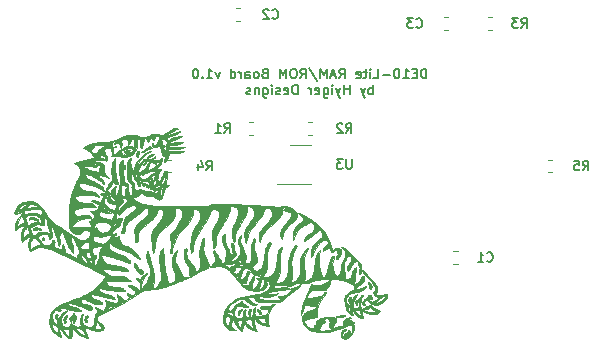
<source format=gbr>
G04 #@! TF.GenerationSoftware,KiCad,Pcbnew,(5.1.4-0-10_14)*
G04 #@! TF.CreationDate,2019-09-08T17:56:33-07:00*
G04 #@! TF.ProjectId,de10-lite-ram-rom,64653130-2d6c-4697-9465-2d72616d2d72,rev?*
G04 #@! TF.SameCoordinates,Original*
G04 #@! TF.FileFunction,Legend,Bot*
G04 #@! TF.FilePolarity,Positive*
%FSLAX46Y46*%
G04 Gerber Fmt 4.6, Leading zero omitted, Abs format (unit mm)*
G04 Created by KiCad (PCBNEW (5.1.4-0-10_14)) date 2019-09-08 17:56:33*
%MOMM*%
%LPD*%
G04 APERTURE LIST*
%ADD10C,0.152400*%
%ADD11C,0.120000*%
%ADD12C,0.010000*%
G04 APERTURE END LIST*
D10*
X155919714Y-120458895D02*
X155919714Y-119646095D01*
X155726190Y-119646095D01*
X155610076Y-119684800D01*
X155532666Y-119762209D01*
X155493961Y-119839619D01*
X155455257Y-119994438D01*
X155455257Y-120110552D01*
X155493961Y-120265371D01*
X155532666Y-120342780D01*
X155610076Y-120420190D01*
X155726190Y-120458895D01*
X155919714Y-120458895D01*
X155106914Y-120033142D02*
X154835980Y-120033142D01*
X154719866Y-120458895D02*
X155106914Y-120458895D01*
X155106914Y-119646095D01*
X154719866Y-119646095D01*
X153945771Y-120458895D02*
X154410228Y-120458895D01*
X154178000Y-120458895D02*
X154178000Y-119646095D01*
X154255409Y-119762209D01*
X154332819Y-119839619D01*
X154410228Y-119878323D01*
X153442609Y-119646095D02*
X153365200Y-119646095D01*
X153287790Y-119684800D01*
X153249085Y-119723504D01*
X153210380Y-119800914D01*
X153171676Y-119955733D01*
X153171676Y-120149257D01*
X153210380Y-120304076D01*
X153249085Y-120381485D01*
X153287790Y-120420190D01*
X153365200Y-120458895D01*
X153442609Y-120458895D01*
X153520019Y-120420190D01*
X153558723Y-120381485D01*
X153597428Y-120304076D01*
X153636133Y-120149257D01*
X153636133Y-119955733D01*
X153597428Y-119800914D01*
X153558723Y-119723504D01*
X153520019Y-119684800D01*
X153442609Y-119646095D01*
X152823333Y-120149257D02*
X152204057Y-120149257D01*
X151429961Y-120458895D02*
X151817009Y-120458895D01*
X151817009Y-119646095D01*
X151159028Y-120458895D02*
X151159028Y-119917028D01*
X151159028Y-119646095D02*
X151197733Y-119684800D01*
X151159028Y-119723504D01*
X151120323Y-119684800D01*
X151159028Y-119646095D01*
X151159028Y-119723504D01*
X150888095Y-119917028D02*
X150578457Y-119917028D01*
X150771980Y-119646095D02*
X150771980Y-120342780D01*
X150733276Y-120420190D01*
X150655866Y-120458895D01*
X150578457Y-120458895D01*
X149997885Y-120420190D02*
X150075295Y-120458895D01*
X150230114Y-120458895D01*
X150307523Y-120420190D01*
X150346228Y-120342780D01*
X150346228Y-120033142D01*
X150307523Y-119955733D01*
X150230114Y-119917028D01*
X150075295Y-119917028D01*
X149997885Y-119955733D01*
X149959180Y-120033142D01*
X149959180Y-120110552D01*
X150346228Y-120187961D01*
X148527104Y-120458895D02*
X148798038Y-120071847D01*
X148991561Y-120458895D02*
X148991561Y-119646095D01*
X148681923Y-119646095D01*
X148604514Y-119684800D01*
X148565809Y-119723504D01*
X148527104Y-119800914D01*
X148527104Y-119917028D01*
X148565809Y-119994438D01*
X148604514Y-120033142D01*
X148681923Y-120071847D01*
X148991561Y-120071847D01*
X148217466Y-120226666D02*
X147830419Y-120226666D01*
X148294876Y-120458895D02*
X148023942Y-119646095D01*
X147753009Y-120458895D01*
X147482076Y-120458895D02*
X147482076Y-119646095D01*
X147211142Y-120226666D01*
X146940209Y-119646095D01*
X146940209Y-120458895D01*
X145972590Y-119607390D02*
X146669276Y-120652419D01*
X145237200Y-120458895D02*
X145508133Y-120071847D01*
X145701657Y-120458895D02*
X145701657Y-119646095D01*
X145392019Y-119646095D01*
X145314609Y-119684800D01*
X145275904Y-119723504D01*
X145237200Y-119800914D01*
X145237200Y-119917028D01*
X145275904Y-119994438D01*
X145314609Y-120033142D01*
X145392019Y-120071847D01*
X145701657Y-120071847D01*
X144734038Y-119646095D02*
X144579219Y-119646095D01*
X144501809Y-119684800D01*
X144424400Y-119762209D01*
X144385695Y-119917028D01*
X144385695Y-120187961D01*
X144424400Y-120342780D01*
X144501809Y-120420190D01*
X144579219Y-120458895D01*
X144734038Y-120458895D01*
X144811447Y-120420190D01*
X144888857Y-120342780D01*
X144927561Y-120187961D01*
X144927561Y-119917028D01*
X144888857Y-119762209D01*
X144811447Y-119684800D01*
X144734038Y-119646095D01*
X144037352Y-120458895D02*
X144037352Y-119646095D01*
X143766419Y-120226666D01*
X143495485Y-119646095D01*
X143495485Y-120458895D01*
X142218228Y-120033142D02*
X142102114Y-120071847D01*
X142063409Y-120110552D01*
X142024704Y-120187961D01*
X142024704Y-120304076D01*
X142063409Y-120381485D01*
X142102114Y-120420190D01*
X142179523Y-120458895D01*
X142489161Y-120458895D01*
X142489161Y-119646095D01*
X142218228Y-119646095D01*
X142140819Y-119684800D01*
X142102114Y-119723504D01*
X142063409Y-119800914D01*
X142063409Y-119878323D01*
X142102114Y-119955733D01*
X142140819Y-119994438D01*
X142218228Y-120033142D01*
X142489161Y-120033142D01*
X141560247Y-120458895D02*
X141637657Y-120420190D01*
X141676361Y-120381485D01*
X141715066Y-120304076D01*
X141715066Y-120071847D01*
X141676361Y-119994438D01*
X141637657Y-119955733D01*
X141560247Y-119917028D01*
X141444133Y-119917028D01*
X141366723Y-119955733D01*
X141328019Y-119994438D01*
X141289314Y-120071847D01*
X141289314Y-120304076D01*
X141328019Y-120381485D01*
X141366723Y-120420190D01*
X141444133Y-120458895D01*
X141560247Y-120458895D01*
X140592628Y-120458895D02*
X140592628Y-120033142D01*
X140631333Y-119955733D01*
X140708742Y-119917028D01*
X140863561Y-119917028D01*
X140940971Y-119955733D01*
X140592628Y-120420190D02*
X140670038Y-120458895D01*
X140863561Y-120458895D01*
X140940971Y-120420190D01*
X140979676Y-120342780D01*
X140979676Y-120265371D01*
X140940971Y-120187961D01*
X140863561Y-120149257D01*
X140670038Y-120149257D01*
X140592628Y-120110552D01*
X140205580Y-120458895D02*
X140205580Y-119917028D01*
X140205580Y-120071847D02*
X140166876Y-119994438D01*
X140128171Y-119955733D01*
X140050761Y-119917028D01*
X139973352Y-119917028D01*
X139354076Y-120458895D02*
X139354076Y-119646095D01*
X139354076Y-120420190D02*
X139431485Y-120458895D01*
X139586304Y-120458895D01*
X139663714Y-120420190D01*
X139702419Y-120381485D01*
X139741123Y-120304076D01*
X139741123Y-120071847D01*
X139702419Y-119994438D01*
X139663714Y-119955733D01*
X139586304Y-119917028D01*
X139431485Y-119917028D01*
X139354076Y-119955733D01*
X138425161Y-119917028D02*
X138231638Y-120458895D01*
X138038114Y-119917028D01*
X137302723Y-120458895D02*
X137767180Y-120458895D01*
X137534952Y-120458895D02*
X137534952Y-119646095D01*
X137612361Y-119762209D01*
X137689771Y-119839619D01*
X137767180Y-119878323D01*
X136954380Y-120381485D02*
X136915676Y-120420190D01*
X136954380Y-120458895D01*
X136993085Y-120420190D01*
X136954380Y-120381485D01*
X136954380Y-120458895D01*
X136412514Y-119646095D02*
X136335104Y-119646095D01*
X136257695Y-119684800D01*
X136218990Y-119723504D01*
X136180285Y-119800914D01*
X136141580Y-119955733D01*
X136141580Y-120149257D01*
X136180285Y-120304076D01*
X136218990Y-120381485D01*
X136257695Y-120420190D01*
X136335104Y-120458895D01*
X136412514Y-120458895D01*
X136489923Y-120420190D01*
X136528628Y-120381485D01*
X136567333Y-120304076D01*
X136606038Y-120149257D01*
X136606038Y-119955733D01*
X136567333Y-119800914D01*
X136528628Y-119723504D01*
X136489923Y-119684800D01*
X136412514Y-119646095D01*
X151391257Y-121830495D02*
X151391257Y-121017695D01*
X151391257Y-121327333D02*
X151313847Y-121288628D01*
X151159028Y-121288628D01*
X151081619Y-121327333D01*
X151042914Y-121366038D01*
X151004209Y-121443447D01*
X151004209Y-121675676D01*
X151042914Y-121753085D01*
X151081619Y-121791790D01*
X151159028Y-121830495D01*
X151313847Y-121830495D01*
X151391257Y-121791790D01*
X150733276Y-121288628D02*
X150539752Y-121830495D01*
X150346228Y-121288628D02*
X150539752Y-121830495D01*
X150617161Y-122024019D01*
X150655866Y-122062723D01*
X150733276Y-122101428D01*
X149417314Y-121830495D02*
X149417314Y-121017695D01*
X149417314Y-121404742D02*
X148952857Y-121404742D01*
X148952857Y-121830495D02*
X148952857Y-121017695D01*
X148643219Y-121288628D02*
X148449695Y-121830495D01*
X148256171Y-121288628D02*
X148449695Y-121830495D01*
X148527104Y-122024019D01*
X148565809Y-122062723D01*
X148643219Y-122101428D01*
X147946533Y-121830495D02*
X147946533Y-121288628D01*
X147946533Y-121017695D02*
X147985238Y-121056400D01*
X147946533Y-121095104D01*
X147907828Y-121056400D01*
X147946533Y-121017695D01*
X147946533Y-121095104D01*
X147211142Y-121288628D02*
X147211142Y-121946609D01*
X147249847Y-122024019D01*
X147288552Y-122062723D01*
X147365961Y-122101428D01*
X147482076Y-122101428D01*
X147559485Y-122062723D01*
X147211142Y-121791790D02*
X147288552Y-121830495D01*
X147443371Y-121830495D01*
X147520780Y-121791790D01*
X147559485Y-121753085D01*
X147598190Y-121675676D01*
X147598190Y-121443447D01*
X147559485Y-121366038D01*
X147520780Y-121327333D01*
X147443371Y-121288628D01*
X147288552Y-121288628D01*
X147211142Y-121327333D01*
X146514457Y-121791790D02*
X146591866Y-121830495D01*
X146746685Y-121830495D01*
X146824095Y-121791790D01*
X146862800Y-121714380D01*
X146862800Y-121404742D01*
X146824095Y-121327333D01*
X146746685Y-121288628D01*
X146591866Y-121288628D01*
X146514457Y-121327333D01*
X146475752Y-121404742D01*
X146475752Y-121482152D01*
X146862800Y-121559561D01*
X146127409Y-121830495D02*
X146127409Y-121288628D01*
X146127409Y-121443447D02*
X146088704Y-121366038D01*
X146050000Y-121327333D01*
X145972590Y-121288628D01*
X145895180Y-121288628D01*
X145004971Y-121830495D02*
X145004971Y-121017695D01*
X144811447Y-121017695D01*
X144695333Y-121056400D01*
X144617923Y-121133809D01*
X144579219Y-121211219D01*
X144540514Y-121366038D01*
X144540514Y-121482152D01*
X144579219Y-121636971D01*
X144617923Y-121714380D01*
X144695333Y-121791790D01*
X144811447Y-121830495D01*
X145004971Y-121830495D01*
X143882533Y-121791790D02*
X143959942Y-121830495D01*
X144114761Y-121830495D01*
X144192171Y-121791790D01*
X144230876Y-121714380D01*
X144230876Y-121404742D01*
X144192171Y-121327333D01*
X144114761Y-121288628D01*
X143959942Y-121288628D01*
X143882533Y-121327333D01*
X143843828Y-121404742D01*
X143843828Y-121482152D01*
X144230876Y-121559561D01*
X143534190Y-121791790D02*
X143456780Y-121830495D01*
X143301961Y-121830495D01*
X143224552Y-121791790D01*
X143185847Y-121714380D01*
X143185847Y-121675676D01*
X143224552Y-121598266D01*
X143301961Y-121559561D01*
X143418076Y-121559561D01*
X143495485Y-121520857D01*
X143534190Y-121443447D01*
X143534190Y-121404742D01*
X143495485Y-121327333D01*
X143418076Y-121288628D01*
X143301961Y-121288628D01*
X143224552Y-121327333D01*
X142837504Y-121830495D02*
X142837504Y-121288628D01*
X142837504Y-121017695D02*
X142876209Y-121056400D01*
X142837504Y-121095104D01*
X142798800Y-121056400D01*
X142837504Y-121017695D01*
X142837504Y-121095104D01*
X142102114Y-121288628D02*
X142102114Y-121946609D01*
X142140819Y-122024019D01*
X142179523Y-122062723D01*
X142256933Y-122101428D01*
X142373047Y-122101428D01*
X142450457Y-122062723D01*
X142102114Y-121791790D02*
X142179523Y-121830495D01*
X142334342Y-121830495D01*
X142411752Y-121791790D01*
X142450457Y-121753085D01*
X142489161Y-121675676D01*
X142489161Y-121443447D01*
X142450457Y-121366038D01*
X142411752Y-121327333D01*
X142334342Y-121288628D01*
X142179523Y-121288628D01*
X142102114Y-121327333D01*
X141715066Y-121288628D02*
X141715066Y-121830495D01*
X141715066Y-121366038D02*
X141676361Y-121327333D01*
X141598952Y-121288628D01*
X141482838Y-121288628D01*
X141405428Y-121327333D01*
X141366723Y-121404742D01*
X141366723Y-121830495D01*
X141018380Y-121791790D02*
X140940971Y-121830495D01*
X140786152Y-121830495D01*
X140708742Y-121791790D01*
X140670038Y-121714380D01*
X140670038Y-121675676D01*
X140708742Y-121598266D01*
X140786152Y-121559561D01*
X140902266Y-121559561D01*
X140979676Y-121520857D01*
X141018380Y-121443447D01*
X141018380Y-121404742D01*
X140979676Y-121327333D01*
X140902266Y-121288628D01*
X140786152Y-121288628D01*
X140708742Y-121327333D01*
D11*
X146188000Y-129372000D02*
X143238000Y-129372000D01*
X144388000Y-126152000D02*
X146188000Y-126152000D01*
X141268267Y-125224000D02*
X140925733Y-125224000D01*
X141268267Y-124204000D02*
X140925733Y-124204000D01*
D12*
G36*
X149744351Y-141341013D02*
G01*
X149780700Y-141377991D01*
X149798668Y-141445922D01*
X149801799Y-141527762D01*
X149782245Y-141713220D01*
X149731911Y-141890719D01*
X149654740Y-142055270D01*
X149554678Y-142201884D01*
X149435672Y-142325571D01*
X149301667Y-142421341D01*
X149156608Y-142484206D01*
X149026566Y-142508111D01*
X148927747Y-142508638D01*
X148854220Y-142493087D01*
X148827207Y-142481207D01*
X148747744Y-142418183D01*
X148690085Y-142327607D01*
X148656842Y-142219660D01*
X148650622Y-142104522D01*
X148674037Y-141992371D01*
X148691557Y-141952048D01*
X148739130Y-141878134D01*
X148801686Y-141807679D01*
X148872475Y-141745144D01*
X148944749Y-141694990D01*
X149011760Y-141661675D01*
X149066757Y-141649661D01*
X149102993Y-141663407D01*
X149110111Y-141675433D01*
X149110136Y-141731928D01*
X149073549Y-141795697D01*
X149004108Y-141861275D01*
X148962326Y-141890441D01*
X148872318Y-141954472D01*
X148816109Y-142012689D01*
X148787577Y-142073363D01*
X148780500Y-142136021D01*
X148790520Y-142193473D01*
X148815492Y-142253333D01*
X148847779Y-142301612D01*
X148879744Y-142324321D01*
X148883479Y-142324666D01*
X148897337Y-142306167D01*
X148915404Y-142259137D01*
X148924760Y-142227304D01*
X148956722Y-142149120D01*
X149004377Y-142079449D01*
X149058740Y-142028704D01*
X149110827Y-142007299D01*
X149114683Y-142007166D01*
X149173872Y-141988947D01*
X149230469Y-141942893D01*
X149270382Y-141881912D01*
X149278287Y-141857311D01*
X149301237Y-141798272D01*
X149331763Y-141775683D01*
X149364111Y-141785816D01*
X149392522Y-141824941D01*
X149411242Y-141889329D01*
X149415500Y-141946200D01*
X149424368Y-142020545D01*
X149447521Y-142079056D01*
X149479780Y-142110482D01*
X149492285Y-142113000D01*
X149506042Y-142095474D01*
X149529223Y-142051039D01*
X149542019Y-142023041D01*
X149578436Y-141918756D01*
X149610186Y-141788746D01*
X149634091Y-141649597D01*
X149646974Y-141517892D01*
X149648333Y-141468309D01*
X149649855Y-141393019D01*
X149656097Y-141350926D01*
X149669567Y-141332951D01*
X149686621Y-141329833D01*
X149744351Y-141341013D01*
X149744351Y-141341013D01*
G37*
X149744351Y-141341013D02*
X149780700Y-141377991D01*
X149798668Y-141445922D01*
X149801799Y-141527762D01*
X149782245Y-141713220D01*
X149731911Y-141890719D01*
X149654740Y-142055270D01*
X149554678Y-142201884D01*
X149435672Y-142325571D01*
X149301667Y-142421341D01*
X149156608Y-142484206D01*
X149026566Y-142508111D01*
X148927747Y-142508638D01*
X148854220Y-142493087D01*
X148827207Y-142481207D01*
X148747744Y-142418183D01*
X148690085Y-142327607D01*
X148656842Y-142219660D01*
X148650622Y-142104522D01*
X148674037Y-141992371D01*
X148691557Y-141952048D01*
X148739130Y-141878134D01*
X148801686Y-141807679D01*
X148872475Y-141745144D01*
X148944749Y-141694990D01*
X149011760Y-141661675D01*
X149066757Y-141649661D01*
X149102993Y-141663407D01*
X149110111Y-141675433D01*
X149110136Y-141731928D01*
X149073549Y-141795697D01*
X149004108Y-141861275D01*
X148962326Y-141890441D01*
X148872318Y-141954472D01*
X148816109Y-142012689D01*
X148787577Y-142073363D01*
X148780500Y-142136021D01*
X148790520Y-142193473D01*
X148815492Y-142253333D01*
X148847779Y-142301612D01*
X148879744Y-142324321D01*
X148883479Y-142324666D01*
X148897337Y-142306167D01*
X148915404Y-142259137D01*
X148924760Y-142227304D01*
X148956722Y-142149120D01*
X149004377Y-142079449D01*
X149058740Y-142028704D01*
X149110827Y-142007299D01*
X149114683Y-142007166D01*
X149173872Y-141988947D01*
X149230469Y-141942893D01*
X149270382Y-141881912D01*
X149278287Y-141857311D01*
X149301237Y-141798272D01*
X149331763Y-141775683D01*
X149364111Y-141785816D01*
X149392522Y-141824941D01*
X149411242Y-141889329D01*
X149415500Y-141946200D01*
X149424368Y-142020545D01*
X149447521Y-142079056D01*
X149479780Y-142110482D01*
X149492285Y-142113000D01*
X149506042Y-142095474D01*
X149529223Y-142051039D01*
X149542019Y-142023041D01*
X149578436Y-141918756D01*
X149610186Y-141788746D01*
X149634091Y-141649597D01*
X149646974Y-141517892D01*
X149648333Y-141468309D01*
X149649855Y-141393019D01*
X149656097Y-141350926D01*
X149669567Y-141332951D01*
X149686621Y-141329833D01*
X149744351Y-141341013D01*
G36*
X134805208Y-124685007D02*
G01*
X134842936Y-124699605D01*
X134845983Y-124716398D01*
X134812213Y-124738583D01*
X134752212Y-124764369D01*
X134619693Y-124824366D01*
X134466177Y-124906090D01*
X134302149Y-125002963D01*
X134138091Y-125108405D01*
X133984486Y-125215840D01*
X133851817Y-125318687D01*
X133805083Y-125358735D01*
X133720416Y-125434064D01*
X133879166Y-125350315D01*
X134085821Y-125251909D01*
X134320203Y-125158296D01*
X134567709Y-125074464D01*
X134813734Y-125005401D01*
X135022166Y-124959931D01*
X135096250Y-124946401D01*
X135032750Y-124999293D01*
X134960376Y-125049778D01*
X134857625Y-125108444D01*
X134734477Y-125170687D01*
X134600910Y-125231905D01*
X134466905Y-125287493D01*
X134342442Y-125332849D01*
X134250125Y-125360292D01*
X134160750Y-125383938D01*
X134087392Y-125405426D01*
X134039385Y-125421902D01*
X134025888Y-125428891D01*
X134012044Y-125454781D01*
X133987527Y-125509053D01*
X133957262Y-125580735D01*
X133952488Y-125592416D01*
X133918707Y-125675296D01*
X133896741Y-125724599D01*
X133881811Y-125745694D01*
X133869138Y-125743950D01*
X133853942Y-125724734D01*
X133845531Y-125712564D01*
X133785124Y-125656146D01*
X133698384Y-125611479D01*
X133601046Y-125585569D01*
X133551926Y-125581833D01*
X133494777Y-125584963D01*
X133460280Y-125592888D01*
X133455677Y-125597708D01*
X133460620Y-125633771D01*
X133474632Y-125701166D01*
X133495943Y-125793163D01*
X133522788Y-125903032D01*
X133553399Y-126024044D01*
X133586009Y-126149469D01*
X133618851Y-126272578D01*
X133650158Y-126386641D01*
X133678164Y-126484928D01*
X133701100Y-126560710D01*
X133717201Y-126607257D01*
X133723826Y-126618942D01*
X133760018Y-126601006D01*
X133800871Y-126555402D01*
X133837749Y-126494652D01*
X133862018Y-126431280D01*
X133865589Y-126413359D01*
X133872390Y-126355026D01*
X133880367Y-126269940D01*
X133888103Y-126173605D01*
X133890310Y-126142750D01*
X133902740Y-126007133D01*
X133920413Y-125904809D01*
X133946083Y-125826811D01*
X133982506Y-125764173D01*
X134020130Y-125720232D01*
X134102256Y-125654612D01*
X134218721Y-125588369D01*
X134361714Y-125524818D01*
X134523423Y-125467274D01*
X134696039Y-125419052D01*
X134768166Y-125402742D01*
X134861646Y-125385129D01*
X134956119Y-125370741D01*
X135043531Y-125360338D01*
X135115828Y-125354678D01*
X135164955Y-125354522D01*
X135182858Y-125360630D01*
X135180916Y-125363815D01*
X135157111Y-125377665D01*
X135100051Y-125407350D01*
X135014661Y-125450414D01*
X134905864Y-125504403D01*
X134778586Y-125566859D01*
X134637750Y-125635330D01*
X134592454Y-125657226D01*
X134451251Y-125726018D01*
X134324730Y-125788871D01*
X134217281Y-125843506D01*
X134133296Y-125887643D01*
X134077167Y-125919002D01*
X134053284Y-125935303D01*
X134053456Y-125937052D01*
X134081055Y-125936834D01*
X134145311Y-125933309D01*
X134240710Y-125926872D01*
X134361737Y-125917922D01*
X134502879Y-125906855D01*
X134658621Y-125894068D01*
X134704432Y-125890205D01*
X134862100Y-125877128D01*
X135005652Y-125865793D01*
X135129799Y-125856571D01*
X135229253Y-125849835D01*
X135298725Y-125845956D01*
X135332927Y-125845307D01*
X135335530Y-125845807D01*
X135324263Y-125859872D01*
X135281810Y-125885281D01*
X135216482Y-125918154D01*
X135136593Y-125954613D01*
X135050457Y-125990777D01*
X134966386Y-126022767D01*
X134928733Y-126035655D01*
X134792151Y-126071859D01*
X134636318Y-126099753D01*
X134477034Y-126117435D01*
X134330098Y-126122999D01*
X134241406Y-126118495D01*
X134168473Y-126112633D01*
X134126767Y-126115430D01*
X134105758Y-126128598D01*
X134098919Y-126141624D01*
X134103133Y-126183851D01*
X134137620Y-126230272D01*
X134192580Y-126271447D01*
X134258209Y-126297934D01*
X134262125Y-126298818D01*
X134301977Y-126301707D01*
X134377758Y-126301973D01*
X134483154Y-126299796D01*
X134611854Y-126295355D01*
X134757544Y-126288828D01*
X134913914Y-126280395D01*
X134916333Y-126280253D01*
X135068698Y-126271527D01*
X135206715Y-126264005D01*
X135324901Y-126257953D01*
X135417773Y-126253640D01*
X135479847Y-126251335D01*
X135505641Y-126251304D01*
X135505996Y-126251422D01*
X135496304Y-126263025D01*
X135453349Y-126282844D01*
X135384764Y-126308157D01*
X135298182Y-126336239D01*
X135201234Y-126364368D01*
X135155286Y-126376566D01*
X134947680Y-126423448D01*
X134750523Y-126452965D01*
X134547864Y-126466716D01*
X134323755Y-126466298D01*
X134276041Y-126464696D01*
X134166592Y-126461493D01*
X134073905Y-126460588D01*
X134005346Y-126461910D01*
X133968280Y-126465387D01*
X133963833Y-126467718D01*
X133980083Y-126506986D01*
X134020828Y-126554738D01*
X134074064Y-126598015D01*
X134097282Y-126611751D01*
X134127893Y-126624280D01*
X134168276Y-126633336D01*
X134224855Y-126639352D01*
X134304052Y-126642760D01*
X134412291Y-126643994D01*
X134555994Y-126643486D01*
X134566956Y-126643401D01*
X134712789Y-126641748D01*
X134862278Y-126639189D01*
X135003138Y-126635994D01*
X135123089Y-126632432D01*
X135191500Y-126629703D01*
X135413750Y-126619198D01*
X135318500Y-126664910D01*
X135148893Y-126729334D01*
X134953110Y-126775358D01*
X134743839Y-126801362D01*
X134533770Y-126805728D01*
X134347553Y-126788756D01*
X134266531Y-126776597D01*
X134202276Y-126767786D01*
X134165696Y-126763790D01*
X134161786Y-126763745D01*
X134150016Y-126783499D01*
X134132146Y-126834235D01*
X134111704Y-126905712D01*
X134108200Y-126919294D01*
X134078058Y-127020872D01*
X134039202Y-127129415D01*
X134006521Y-127206965D01*
X133965924Y-127286118D01*
X133917018Y-127370236D01*
X133865334Y-127451116D01*
X133816402Y-127520552D01*
X133775751Y-127570343D01*
X133748913Y-127592284D01*
X133746510Y-127592666D01*
X133737192Y-127572575D01*
X133733151Y-127516019D01*
X133734712Y-127428577D01*
X133735747Y-127407458D01*
X133761035Y-127209952D01*
X133815798Y-127037386D01*
X133902553Y-126882054D01*
X133911879Y-126868846D01*
X133947246Y-126815535D01*
X133964686Y-126780571D01*
X133960739Y-126771559D01*
X133925151Y-126783933D01*
X133865509Y-126803965D01*
X133824691Y-126817461D01*
X133762496Y-126839925D01*
X133731874Y-126859909D01*
X133723599Y-126886220D01*
X133725952Y-126911706D01*
X133721607Y-126973415D01*
X133691666Y-127006637D01*
X133643433Y-127006072D01*
X133615434Y-126991920D01*
X133586030Y-126970348D01*
X133562184Y-126944653D01*
X133541437Y-126908496D01*
X133521331Y-126855540D01*
X133499407Y-126779446D01*
X133473208Y-126673875D01*
X133444687Y-126551658D01*
X133418304Y-126437867D01*
X133394598Y-126336950D01*
X133375472Y-126256904D01*
X133362828Y-126205726D01*
X133359323Y-126192771D01*
X133348783Y-126176365D01*
X133326080Y-126176387D01*
X133282489Y-126194827D01*
X133230287Y-126222244D01*
X133122887Y-126269331D01*
X133009751Y-126292869D01*
X132970046Y-126296512D01*
X132892651Y-126300707D01*
X132842380Y-126296912D01*
X132804213Y-126281154D01*
X132763131Y-126249460D01*
X132750474Y-126238430D01*
X132681888Y-126157268D01*
X132648012Y-126068472D01*
X132650959Y-125985379D01*
X132668108Y-125943107D01*
X132692867Y-125931355D01*
X132729810Y-125951575D01*
X132783512Y-126005219D01*
X132810374Y-126035968D01*
X132861379Y-126093174D01*
X132902691Y-126134949D01*
X132926170Y-126153125D01*
X132927345Y-126153333D01*
X132945643Y-126136273D01*
X132979740Y-126090482D01*
X133024536Y-126024045D01*
X133074933Y-125945045D01*
X133125831Y-125861568D01*
X133130286Y-125853881D01*
X133289204Y-125853881D01*
X133289395Y-125918815D01*
X133308721Y-125968862D01*
X133323541Y-125982304D01*
X133366330Y-126002165D01*
X133389424Y-125993933D01*
X133400652Y-125971685D01*
X133413503Y-125897934D01*
X133400806Y-125827349D01*
X133372851Y-125784441D01*
X133341500Y-125760181D01*
X133323051Y-125767278D01*
X133309351Y-125790352D01*
X133289204Y-125853881D01*
X133130286Y-125853881D01*
X133172129Y-125781698D01*
X133208729Y-125713518D01*
X133221475Y-125687054D01*
X133258099Y-125572971D01*
X133259809Y-125472463D01*
X133226605Y-125390470D01*
X133221463Y-125383604D01*
X133162121Y-125339086D01*
X133088258Y-125328300D01*
X133011793Y-125351918D01*
X132984292Y-125370243D01*
X132943752Y-125414658D01*
X132899345Y-125481691D01*
X132858882Y-125556990D01*
X132830173Y-125626200D01*
X132820833Y-125670655D01*
X132811786Y-125701739D01*
X132788765Y-125701955D01*
X132757949Y-125677667D01*
X132725516Y-125635237D01*
X132697647Y-125581025D01*
X132681538Y-125527238D01*
X132669345Y-125480667D01*
X132651916Y-125468099D01*
X132628743Y-125476850D01*
X132581507Y-125515849D01*
X132526067Y-125581668D01*
X132470943Y-125662238D01*
X132424656Y-125745490D01*
X132402721Y-125797059D01*
X132379677Y-125855027D01*
X132360227Y-125892093D01*
X132352554Y-125899333D01*
X132339790Y-125880934D01*
X132326886Y-125835944D01*
X132325520Y-125829021D01*
X132303490Y-125764037D01*
X132266903Y-125697433D01*
X132261410Y-125689691D01*
X132219587Y-125641576D01*
X132166318Y-125591190D01*
X132113010Y-125548140D01*
X132071067Y-125522032D01*
X132057947Y-125518333D01*
X132047971Y-125537640D01*
X132028165Y-125591512D01*
X132000551Y-125673872D01*
X131967155Y-125778647D01*
X131930000Y-125899761D01*
X131922182Y-125925791D01*
X131884114Y-126051814D01*
X131849254Y-126165006D01*
X131819709Y-126258696D01*
X131797589Y-126326213D01*
X131785002Y-126360886D01*
X131783997Y-126362969D01*
X131767469Y-126375225D01*
X131743686Y-126354199D01*
X131728083Y-126331721D01*
X131710162Y-126297798D01*
X131698949Y-126256262D01*
X131693326Y-126197642D01*
X131692173Y-126112468D01*
X131693311Y-126037418D01*
X131693303Y-125934572D01*
X131689426Y-125840605D01*
X131682393Y-125767754D01*
X131675673Y-125734923D01*
X131634813Y-125666610D01*
X131572626Y-125625383D01*
X131500595Y-125614023D01*
X131430204Y-125635311D01*
X131392260Y-125666304D01*
X131371773Y-125697264D01*
X131368912Y-125735336D01*
X131382134Y-125795857D01*
X131397997Y-125888487D01*
X131405292Y-126005163D01*
X131404005Y-126128472D01*
X131394124Y-126241001D01*
X131382525Y-126302335D01*
X131309286Y-126510185D01*
X131203203Y-126692590D01*
X131065805Y-126847607D01*
X130898624Y-126973295D01*
X130819313Y-127017162D01*
X130647830Y-127081701D01*
X130456830Y-127116461D01*
X130257428Y-127120883D01*
X130060740Y-127094409D01*
X129942166Y-127061252D01*
X129877486Y-127041232D01*
X129813208Y-127027503D01*
X129738867Y-127018887D01*
X129643997Y-127014207D01*
X129518132Y-127012285D01*
X129506279Y-127012215D01*
X129207974Y-127010583D01*
X129354254Y-126931145D01*
X129423411Y-126890698D01*
X129516829Y-126832003D01*
X129624442Y-126761586D01*
X129724731Y-126693725D01*
X130053552Y-126693725D01*
X130075184Y-126741085D01*
X130086736Y-126756818D01*
X130116455Y-126824925D01*
X130105697Y-126896323D01*
X130084259Y-126931719D01*
X130070571Y-126954695D01*
X130079638Y-126970302D01*
X130118791Y-126985207D01*
X130153833Y-126994990D01*
X130216235Y-127007551D01*
X130248533Y-126999929D01*
X130259322Y-126969090D01*
X130259666Y-126957666D01*
X130265007Y-126923197D01*
X130285298Y-126910032D01*
X130326945Y-126918359D01*
X130396351Y-126948368D01*
X130425425Y-126962559D01*
X130506578Y-126998941D01*
X130557423Y-127012009D01*
X130579914Y-127005718D01*
X130590646Y-126971928D01*
X130567093Y-126924104D01*
X130507951Y-126860251D01*
X130453229Y-126812064D01*
X130396756Y-126759588D01*
X130354594Y-126710785D01*
X130337821Y-126681051D01*
X130342543Y-126627307D01*
X130381792Y-126584929D01*
X130448119Y-126559822D01*
X130496288Y-126555500D01*
X130572533Y-126549172D01*
X130644542Y-126533636D01*
X130653645Y-126530585D01*
X130708207Y-126516501D01*
X130744302Y-126524942D01*
X130755689Y-126533176D01*
X130785044Y-126573665D01*
X130777493Y-126619665D01*
X130731973Y-126676117D01*
X130723094Y-126684591D01*
X130657356Y-126746000D01*
X130730519Y-126746000D01*
X130832962Y-126734024D01*
X130923497Y-126701497D01*
X130993716Y-126653520D01*
X131035214Y-126595191D01*
X131042833Y-126556520D01*
X131023909Y-126479735D01*
X130971791Y-126420458D01*
X130893460Y-126382852D01*
X130795896Y-126371079D01*
X130740769Y-126376399D01*
X130684672Y-126389177D01*
X130600577Y-126412457D01*
X130500448Y-126442775D01*
X130408991Y-126472389D01*
X130266453Y-126523100D01*
X130162531Y-126568037D01*
X130094334Y-126609753D01*
X130058971Y-126650798D01*
X130053552Y-126693725D01*
X129724731Y-126693725D01*
X129736186Y-126685974D01*
X129790142Y-126648484D01*
X129899546Y-126573452D01*
X130009309Y-126501223D01*
X130109569Y-126438081D01*
X130190464Y-126390309D01*
X130221122Y-126373871D01*
X130417175Y-126290346D01*
X130608948Y-126238589D01*
X130790604Y-126219525D01*
X130956306Y-126234079D01*
X131013010Y-126248354D01*
X131074741Y-126266391D01*
X131118513Y-126277908D01*
X131130278Y-126280104D01*
X131145532Y-126261021D01*
X131161309Y-126210480D01*
X131175522Y-126139274D01*
X131186082Y-126058196D01*
X131190901Y-125978041D01*
X131191000Y-125966273D01*
X131184813Y-125881982D01*
X131168373Y-125786949D01*
X131144861Y-125693015D01*
X131117457Y-125612024D01*
X131089343Y-125555817D01*
X131076888Y-125541412D01*
X131056348Y-125534579D01*
X131032734Y-125552780D01*
X130999994Y-125601731D01*
X130984326Y-125628835D01*
X130927291Y-125721407D01*
X130857531Y-125822605D01*
X130784029Y-125920356D01*
X130715769Y-126002590D01*
X130673030Y-126047182D01*
X130616765Y-126099781D01*
X130639299Y-126040512D01*
X130660160Y-125945583D01*
X130646711Y-125850464D01*
X130614208Y-125773092D01*
X130546667Y-125683150D01*
X130457189Y-125626020D01*
X130352972Y-125603798D01*
X130241213Y-125618582D01*
X130175291Y-125645184D01*
X130105430Y-125687891D01*
X130071832Y-125731794D01*
X130069548Y-125787766D01*
X130085094Y-125843308D01*
X130104369Y-125940647D01*
X130105492Y-126055203D01*
X130089688Y-126167969D01*
X130058229Y-126259851D01*
X130020554Y-126332707D01*
X129991888Y-126269478D01*
X129969704Y-126220315D01*
X129936534Y-126146546D01*
X129898688Y-126062205D01*
X129889542Y-126041797D01*
X129815861Y-125877345D01*
X129646180Y-125962658D01*
X129565780Y-126002694D01*
X129515896Y-126025170D01*
X129489244Y-126031589D01*
X129478542Y-126023454D01*
X129476507Y-126002269D01*
X129476500Y-125997674D01*
X129489437Y-125945115D01*
X129518833Y-125893557D01*
X129551437Y-125849047D01*
X129557670Y-125825274D01*
X129538666Y-125810794D01*
X129527485Y-125806271D01*
X129478329Y-125806552D01*
X129417040Y-125831167D01*
X129358543Y-125871892D01*
X129317767Y-125920507D01*
X129316817Y-125922303D01*
X129289651Y-126015714D01*
X129294805Y-126130305D01*
X129332475Y-126268586D01*
X129346636Y-126306240D01*
X129391686Y-126429839D01*
X129417283Y-126525638D01*
X129425021Y-126602569D01*
X129416495Y-126669562D01*
X129413501Y-126680753D01*
X129388612Y-126738515D01*
X129351598Y-126794797D01*
X129312273Y-126836802D01*
X129282310Y-126851833D01*
X129273204Y-126832562D01*
X129266756Y-126782302D01*
X129264485Y-126719541D01*
X129247038Y-126581453D01*
X129195713Y-126468183D01*
X129110849Y-126380435D01*
X129097339Y-126370917D01*
X129009187Y-126332875D01*
X128910844Y-126323918D01*
X128814084Y-126341818D01*
X128730676Y-126384348D01*
X128672395Y-126449280D01*
X128671148Y-126451569D01*
X128651777Y-126526058D01*
X128656386Y-126621297D01*
X128682845Y-126724713D01*
X128729024Y-126823731D01*
X128736120Y-126835241D01*
X128807219Y-126951020D01*
X128856061Y-127041976D01*
X128886236Y-127116812D01*
X128901334Y-127184231D01*
X128905000Y-127244659D01*
X128895809Y-127338793D01*
X128867958Y-127397941D01*
X128846823Y-127419197D01*
X128822868Y-127429529D01*
X128785280Y-127429646D01*
X128723243Y-127420259D01*
X128672166Y-127410811D01*
X128573085Y-127395755D01*
X128454653Y-127383529D01*
X128323275Y-127374181D01*
X128185355Y-127367759D01*
X128047299Y-127364312D01*
X127915511Y-127363888D01*
X127796395Y-127366538D01*
X127696357Y-127372308D01*
X127621802Y-127381248D01*
X127579133Y-127393407D01*
X127571500Y-127402440D01*
X127591401Y-127421047D01*
X127646846Y-127443622D01*
X127731446Y-127468323D01*
X127838812Y-127493303D01*
X127962556Y-127516717D01*
X127973666Y-127518583D01*
X128074966Y-127537112D01*
X128172880Y-127557893D01*
X128251354Y-127577422D01*
X128273609Y-127584066D01*
X128350749Y-127620072D01*
X128435941Y-127676502D01*
X128515466Y-127742637D01*
X128575608Y-127807763D01*
X128592185Y-127832953D01*
X128603281Y-127871716D01*
X128614343Y-127942294D01*
X128623999Y-128034192D01*
X128630218Y-128123887D01*
X128637148Y-128235052D01*
X128646028Y-128316842D01*
X128659685Y-128382206D01*
X128680944Y-128444095D01*
X128712632Y-128515458D01*
X128718297Y-128527439D01*
X128798877Y-128667541D01*
X128894813Y-128786843D01*
X128902282Y-128794433D01*
X129011195Y-128903346D01*
X128617505Y-128766530D01*
X128495593Y-128725066D01*
X128387066Y-128689867D01*
X128298322Y-128662868D01*
X128235761Y-128646006D01*
X128205784Y-128641217D01*
X128204574Y-128641606D01*
X128187021Y-128674919D01*
X128189407Y-128731174D01*
X128210023Y-128796934D01*
X128228898Y-128832910D01*
X128269806Y-128882946D01*
X128331755Y-128941247D01*
X128388203Y-128985507D01*
X128499436Y-129076127D01*
X128571000Y-129162978D01*
X128605030Y-129248992D01*
X128608666Y-129288863D01*
X128603428Y-129343886D01*
X128590498Y-129378462D01*
X128587213Y-129381427D01*
X128563147Y-129373997D01*
X128516635Y-129342991D01*
X128455780Y-129294139D01*
X128423171Y-129265416D01*
X128235744Y-129111127D01*
X128022859Y-128962512D01*
X127801027Y-128830779D01*
X127722720Y-128789929D01*
X127612027Y-128738577D01*
X127482868Y-128685164D01*
X127346919Y-128633920D01*
X127215857Y-128589081D01*
X127101359Y-128554879D01*
X127026173Y-128537403D01*
X126979863Y-128531476D01*
X126964555Y-128542872D01*
X126969858Y-128580036D01*
X126970469Y-128582680D01*
X127007014Y-128686867D01*
X127068531Y-128783757D01*
X127158485Y-128876463D01*
X127280344Y-128968093D01*
X127437573Y-129061758D01*
X127592666Y-129140979D01*
X127714851Y-129200168D01*
X127840370Y-129261113D01*
X127956851Y-129317797D01*
X128051922Y-129364204D01*
X128077907Y-129376934D01*
X128249538Y-129475674D01*
X128389300Y-129586770D01*
X128494221Y-129707127D01*
X128561329Y-129833651D01*
X128580081Y-129899782D01*
X128593447Y-129966612D01*
X128479348Y-129893695D01*
X128187798Y-129729044D01*
X127874011Y-129591585D01*
X127546661Y-129483959D01*
X127214422Y-129408812D01*
X126885970Y-129368784D01*
X126737242Y-129362877D01*
X126502583Y-129360083D01*
X126496185Y-129459300D01*
X126508346Y-129577670D01*
X126561112Y-129689541D01*
X126655278Y-129796579D01*
X126658536Y-129799538D01*
X126725781Y-129855513D01*
X126793168Y-129899118D01*
X126868049Y-129932580D01*
X126957773Y-129958121D01*
X127069691Y-129977968D01*
X127211154Y-129994345D01*
X127339081Y-130005531D01*
X127452945Y-130015831D01*
X127559086Y-130027539D01*
X127646471Y-130039299D01*
X127704066Y-130049757D01*
X127708728Y-130050933D01*
X127841946Y-130099822D01*
X127967051Y-130169812D01*
X128066728Y-130251126D01*
X128112767Y-130308013D01*
X128150974Y-130371854D01*
X128175977Y-130431201D01*
X128182401Y-130474604D01*
X128177202Y-130486520D01*
X128152443Y-130486835D01*
X128098212Y-130476413D01*
X128025352Y-130457426D01*
X128011050Y-130453253D01*
X127717823Y-130383739D01*
X127405254Y-130341344D01*
X127087381Y-130327145D01*
X126778237Y-130342219D01*
X126693083Y-130352106D01*
X126518277Y-130378044D01*
X126382406Y-130405320D01*
X126282076Y-130435808D01*
X126213892Y-130471387D01*
X126174460Y-130513931D01*
X126160386Y-130565317D01*
X126168274Y-130627422D01*
X126171859Y-130640198D01*
X126214186Y-130721014D01*
X126287446Y-130801179D01*
X126381160Y-130871250D01*
X126484124Y-130921529D01*
X126583869Y-130948773D01*
X126714393Y-130971633D01*
X126864245Y-130988686D01*
X127021974Y-130998507D01*
X127117820Y-131000339D01*
X127335699Y-131013257D01*
X127522861Y-131051286D01*
X127677999Y-131113992D01*
X127799807Y-131200942D01*
X127835522Y-131238415D01*
X127887442Y-131302985D01*
X127907311Y-131342544D01*
X127892723Y-131361186D01*
X127841271Y-131363006D01*
X127767291Y-131354459D01*
X127662847Y-131345694D01*
X127528407Y-131342778D01*
X127375830Y-131345219D01*
X127216977Y-131352528D01*
X127063708Y-131364215D01*
X126927881Y-131379789D01*
X126851833Y-131392292D01*
X126739930Y-131417239D01*
X126614923Y-131450316D01*
X126486780Y-131488342D01*
X126365467Y-131528135D01*
X126260952Y-131566512D01*
X126183203Y-131600294D01*
X126159193Y-131613400D01*
X126098892Y-131672547D01*
X126071834Y-131750348D01*
X126078016Y-131839247D01*
X126117434Y-131931689D01*
X126159338Y-131988355D01*
X126221486Y-132049267D01*
X126287873Y-132090785D01*
X126365136Y-132113741D01*
X126459908Y-132118970D01*
X126578827Y-132107304D01*
X126728526Y-132079578D01*
X126785784Y-132067053D01*
X126961905Y-132033768D01*
X127107216Y-132021049D01*
X127227995Y-132029052D01*
X127330522Y-132057934D01*
X127379797Y-132081867D01*
X127455648Y-132138319D01*
X127514307Y-132208146D01*
X127546719Y-132279352D01*
X127550333Y-132307810D01*
X127545957Y-132334658D01*
X127525091Y-132342018D01*
X127476131Y-132333469D01*
X127470958Y-132332275D01*
X127382343Y-132319650D01*
X127266426Y-132314149D01*
X127137579Y-132315445D01*
X127010172Y-132323213D01*
X126898575Y-132337127D01*
X126853185Y-132346290D01*
X126657816Y-132410135D01*
X126464288Y-132504389D01*
X126282566Y-132622535D01*
X126122613Y-132758057D01*
X125994395Y-132904438D01*
X125989623Y-132911047D01*
X125921163Y-133006746D01*
X125989623Y-133018524D01*
X126028054Y-133021999D01*
X126102740Y-133025988D01*
X126207609Y-133030269D01*
X126336588Y-133034623D01*
X126483606Y-133038828D01*
X126642589Y-133042665D01*
X126671916Y-133043297D01*
X126832361Y-133046950D01*
X126981890Y-133050838D01*
X127114442Y-133054768D01*
X127223951Y-133058542D01*
X127304355Y-133061965D01*
X127349590Y-133064842D01*
X127353534Y-133065287D01*
X127418132Y-133058169D01*
X127461154Y-133016119D01*
X127483258Y-132938194D01*
X127486754Y-132874331D01*
X127472047Y-132767926D01*
X127431528Y-132678094D01*
X127370351Y-132615495D01*
X127358095Y-132608236D01*
X127334757Y-132593090D01*
X127336348Y-132580453D01*
X127368346Y-132564977D01*
X127421604Y-132546251D01*
X127545391Y-132485306D01*
X127638957Y-132400663D01*
X127701887Y-132298687D01*
X127733764Y-132185742D01*
X127734175Y-132068193D01*
X127702702Y-131952404D01*
X127638931Y-131844741D01*
X127542446Y-131751568D01*
X127476250Y-131709331D01*
X127412750Y-131674652D01*
X127529166Y-131687135D01*
X127669061Y-131689941D01*
X127805155Y-131670679D01*
X127923892Y-131631991D01*
X127984250Y-131598441D01*
X128054560Y-131534460D01*
X128111244Y-131454709D01*
X128147381Y-131371710D01*
X128156049Y-131297984D01*
X128154817Y-131289840D01*
X128151827Y-131249726D01*
X128160616Y-131236869D01*
X128160757Y-131236924D01*
X128190291Y-131252625D01*
X128248279Y-131286587D01*
X128329172Y-131335341D01*
X128427421Y-131395419D01*
X128537474Y-131463350D01*
X128653783Y-131535666D01*
X128770798Y-131608897D01*
X128882969Y-131679576D01*
X128984746Y-131744231D01*
X129070580Y-131799396D01*
X129134920Y-131841599D01*
X129172218Y-131867373D01*
X129179333Y-131873625D01*
X129160963Y-131886723D01*
X129109180Y-131891101D01*
X129031774Y-131887754D01*
X128936535Y-131877674D01*
X128831254Y-131861856D01*
X128723721Y-131841293D01*
X128621727Y-131816981D01*
X128538680Y-131791879D01*
X128438245Y-131757468D01*
X128369695Y-131736335D01*
X128324889Y-131727975D01*
X128295685Y-131731882D01*
X128273944Y-131747549D01*
X128251856Y-131774048D01*
X128214974Y-131851980D01*
X128205803Y-131946407D01*
X128224236Y-132041912D01*
X128254125Y-132102073D01*
X128315747Y-132168241D01*
X128405808Y-132223149D01*
X128528539Y-132268694D01*
X128688170Y-132306775D01*
X128726630Y-132313975D01*
X128861777Y-132339354D01*
X128963214Y-132361600D01*
X129039163Y-132383397D01*
X129097846Y-132407427D01*
X129147486Y-132436375D01*
X129184217Y-132463309D01*
X129239916Y-132505106D01*
X129270651Y-132521140D01*
X129283604Y-132513192D01*
X129286000Y-132488550D01*
X129292958Y-132444633D01*
X129311419Y-132372576D01*
X129337759Y-132283778D01*
X129368354Y-132189639D01*
X129399580Y-132101556D01*
X129427815Y-132030930D01*
X129439140Y-132006775D01*
X129481882Y-131922968D01*
X129533907Y-131985609D01*
X129604882Y-132094942D01*
X129647274Y-132222230D01*
X129656289Y-132272349D01*
X129670774Y-132369448D01*
X129922887Y-132312406D01*
X130019263Y-132292078D01*
X130098635Y-132278151D01*
X130153137Y-132271801D01*
X130174905Y-132274203D01*
X130175000Y-132274713D01*
X130166481Y-132307803D01*
X130143595Y-132369754D01*
X130110347Y-132451285D01*
X130070741Y-132543119D01*
X130028782Y-132635976D01*
X129988476Y-132720578D01*
X129953827Y-132787646D01*
X129952839Y-132789430D01*
X129857825Y-132936279D01*
X129740350Y-133071235D01*
X129592224Y-133203311D01*
X129538753Y-133245115D01*
X129461772Y-133306619D01*
X129393462Y-133366396D01*
X129344131Y-133415201D01*
X129330001Y-133432323D01*
X129302496Y-133487636D01*
X129287154Y-133550738D01*
X129286730Y-133605020D01*
X129297331Y-133629442D01*
X129322317Y-133631204D01*
X129376289Y-133624596D01*
X129440206Y-133612547D01*
X129544558Y-133592394D01*
X129613677Y-133585021D01*
X129652691Y-133590436D01*
X129666728Y-133608649D01*
X129667000Y-133612959D01*
X129651713Y-133652978D01*
X129612553Y-133706720D01*
X129559566Y-133762584D01*
X129502801Y-133808965D01*
X129490202Y-133817111D01*
X129428017Y-133854928D01*
X129506781Y-133869704D01*
X129602592Y-133875849D01*
X129716498Y-133865324D01*
X129809875Y-133845234D01*
X129840703Y-133840793D01*
X129854327Y-133857489D01*
X129857703Y-133905279D01*
X129857751Y-133913739D01*
X129878929Y-134082212D01*
X129939558Y-134246062D01*
X130036830Y-134398150D01*
X130058558Y-134424357D01*
X130117866Y-134485863D01*
X130184730Y-134538397D01*
X130266887Y-134586251D01*
X130372079Y-134633716D01*
X130508043Y-134685084D01*
X130564079Y-134704692D01*
X130772483Y-134786910D01*
X130949920Y-134881722D01*
X131106405Y-134996419D01*
X131251954Y-135138294D01*
X131390115Y-135306072D01*
X131461363Y-135403376D01*
X131529198Y-135501898D01*
X131590034Y-135595711D01*
X131640289Y-135678888D01*
X131676381Y-135745501D01*
X131694724Y-135789624D01*
X131691942Y-135805333D01*
X131638739Y-135791807D01*
X131561303Y-135754177D01*
X131466681Y-135696863D01*
X131361922Y-135624284D01*
X131254071Y-135540861D01*
X131205790Y-135500430D01*
X131097859Y-135411689D01*
X130993261Y-135335579D01*
X130884860Y-135268489D01*
X130765518Y-135206806D01*
X130628097Y-135146916D01*
X130465458Y-135085208D01*
X130270466Y-135018068D01*
X130219414Y-135001190D01*
X130077445Y-134953143D01*
X129937581Y-134903292D01*
X129808967Y-134855083D01*
X129700750Y-134811961D01*
X129622077Y-134777373D01*
X129611352Y-134772114D01*
X129457354Y-134681662D01*
X129322532Y-134576814D01*
X129215558Y-134464940D01*
X129165973Y-134393499D01*
X129110533Y-134298898D01*
X129065975Y-134369274D01*
X129032050Y-134455390D01*
X129018827Y-134564355D01*
X129026092Y-134682209D01*
X129053628Y-134794995D01*
X129073224Y-134841697D01*
X129136598Y-134947854D01*
X129217410Y-135039866D01*
X129320214Y-135120503D01*
X129449566Y-135192534D01*
X129610018Y-135258730D01*
X129806127Y-135321860D01*
X129910416Y-135350862D01*
X130032265Y-135385472D01*
X130153984Y-135423606D01*
X130262592Y-135460977D01*
X130345105Y-135493296D01*
X130354916Y-135497665D01*
X130473608Y-135563262D01*
X130587341Y-135646611D01*
X130686027Y-135738853D01*
X130759579Y-135831128D01*
X130783593Y-135874113D01*
X130807148Y-135933123D01*
X130828075Y-135999360D01*
X130843406Y-136060962D01*
X130850174Y-136106066D01*
X130845804Y-136122833D01*
X130824232Y-136115656D01*
X130769777Y-136095773D01*
X130689073Y-136065657D01*
X130588757Y-136027778D01*
X130501685Y-135994634D01*
X130116899Y-135856260D01*
X129709329Y-135725562D01*
X129315359Y-135613301D01*
X129188828Y-135580483D01*
X129054158Y-135547191D01*
X128917727Y-135514824D01*
X128785911Y-135484781D01*
X128665086Y-135458461D01*
X128561628Y-135437262D01*
X128481913Y-135422583D01*
X128432318Y-135415824D01*
X128418860Y-135416624D01*
X128412709Y-135442556D01*
X128409285Y-135496557D01*
X128409031Y-135537262D01*
X128431380Y-135678396D01*
X128494989Y-135816697D01*
X128600379Y-135953278D01*
X128607094Y-135960441D01*
X128695662Y-136042350D01*
X128795790Y-136110482D01*
X128912811Y-136166688D01*
X129052056Y-136212820D01*
X129218859Y-136250731D01*
X129418552Y-136282272D01*
X129592916Y-136302841D01*
X129824875Y-136332519D01*
X130020236Y-136369817D01*
X130184357Y-136416714D01*
X130322597Y-136475194D01*
X130440312Y-136547237D01*
X130542863Y-136634825D01*
X130571875Y-136664863D01*
X130629183Y-136730292D01*
X130656245Y-136771807D01*
X130654640Y-136793409D01*
X130625945Y-136799101D01*
X130624791Y-136799071D01*
X130597088Y-136796563D01*
X130531418Y-136789774D01*
X130431884Y-136779149D01*
X130302586Y-136765138D01*
X130147628Y-136748187D01*
X129971111Y-136728743D01*
X129777136Y-136707255D01*
X129569805Y-136684169D01*
X129502958Y-136676701D01*
X129293794Y-136653547D01*
X129097897Y-136632304D01*
X128919187Y-136613368D01*
X128761584Y-136597131D01*
X128629008Y-136583989D01*
X128525378Y-136574336D01*
X128454616Y-136568565D01*
X128420641Y-136567071D01*
X128418166Y-136567619D01*
X128432188Y-136586446D01*
X128470501Y-136629148D01*
X128527481Y-136689651D01*
X128597500Y-136761880D01*
X128607715Y-136772269D01*
X128772577Y-136928110D01*
X128926305Y-137048545D01*
X129074004Y-137137260D01*
X129175181Y-137181949D01*
X129240399Y-137204297D01*
X129297879Y-137216264D01*
X129362457Y-137219261D01*
X129448969Y-137214697D01*
X129487083Y-137211582D01*
X129720091Y-137195895D01*
X129916766Y-137192164D01*
X130081434Y-137200559D01*
X130218423Y-137221247D01*
X130300936Y-137243388D01*
X130419104Y-137291607D01*
X130547027Y-137359361D01*
X130670451Y-137437934D01*
X130775128Y-137518610D01*
X130819251Y-137560411D01*
X130881420Y-137625666D01*
X130014918Y-137628035D01*
X129818519Y-137628894D01*
X129627860Y-137630332D01*
X129448800Y-137632263D01*
X129287197Y-137634598D01*
X129148910Y-137637251D01*
X129039797Y-137640132D01*
X128965719Y-137643155D01*
X128953541Y-137643910D01*
X128758667Y-137657416D01*
X128797054Y-137742083D01*
X128861863Y-137847466D01*
X128954865Y-137934120D01*
X129082855Y-138008348D01*
X129085471Y-138009585D01*
X129142409Y-138033608D01*
X129207695Y-138054855D01*
X129287154Y-138074472D01*
X129386610Y-138093607D01*
X129511891Y-138113404D01*
X129668820Y-138135011D01*
X129821805Y-138154461D01*
X129924851Y-138170834D01*
X130028701Y-138193223D01*
X130113829Y-138217309D01*
X130127003Y-138221992D01*
X130196779Y-138255219D01*
X130270920Y-138301718D01*
X130340018Y-138354063D01*
X130394661Y-138404828D01*
X130425441Y-138446587D01*
X130429000Y-138460309D01*
X130408637Y-138471009D01*
X130350278Y-138477268D01*
X130258015Y-138479183D01*
X130135941Y-138476855D01*
X129988149Y-138470383D01*
X129818730Y-138459865D01*
X129631778Y-138445401D01*
X129561419Y-138439287D01*
X129304912Y-138414181D01*
X129073973Y-138386392D01*
X128851840Y-138353523D01*
X128621747Y-138313180D01*
X128461018Y-138282021D01*
X128353104Y-138260869D01*
X128261120Y-138243604D01*
X128192453Y-138231552D01*
X128154494Y-138226039D01*
X128149383Y-138226060D01*
X128147979Y-138253668D01*
X128163768Y-138304452D01*
X128191262Y-138365844D01*
X128224976Y-138425274D01*
X128252891Y-138463137D01*
X128327815Y-138534873D01*
X128419548Y-138595705D01*
X128534305Y-138648437D01*
X128678302Y-138695871D01*
X128857754Y-138740811D01*
X128879107Y-138745544D01*
X129066060Y-138793000D01*
X129214836Y-138845488D01*
X129329456Y-138904636D01*
X129395972Y-138954841D01*
X129445907Y-139006109D01*
X129490939Y-139062656D01*
X129524108Y-139114286D01*
X129538456Y-139150805D01*
X129536269Y-139160344D01*
X129515435Y-139156755D01*
X129458247Y-139144708D01*
X129369587Y-139125316D01*
X129254337Y-139099694D01*
X129117378Y-139068958D01*
X128963594Y-139034221D01*
X128797866Y-138996598D01*
X128625077Y-138957204D01*
X128450109Y-138917153D01*
X128277843Y-138877560D01*
X128113162Y-138839539D01*
X127960949Y-138804206D01*
X127826084Y-138772675D01*
X127713452Y-138746060D01*
X127627932Y-138725477D01*
X127587693Y-138715477D01*
X127543735Y-138710777D01*
X127518894Y-138733252D01*
X127507682Y-138758917D01*
X127496861Y-138842435D01*
X127524469Y-138926078D01*
X127586758Y-139006348D01*
X127679982Y-139079743D01*
X127800391Y-139142765D01*
X127944238Y-139191913D01*
X127981231Y-139201116D01*
X128130349Y-139245872D01*
X128255027Y-139303866D01*
X128350926Y-139371933D01*
X128413703Y-139446904D01*
X128439018Y-139525612D01*
X128439333Y-139535327D01*
X128439333Y-139600240D01*
X128243541Y-139585583D01*
X127923208Y-139543288D01*
X127625311Y-139465774D01*
X127348003Y-139352495D01*
X127220427Y-139284546D01*
X127087493Y-139212045D01*
X126980863Y-139163595D01*
X126893935Y-139136610D01*
X126822131Y-139128500D01*
X126738578Y-139144346D01*
X126681589Y-139187036D01*
X126652672Y-139249290D01*
X126653331Y-139323834D01*
X126685073Y-139403388D01*
X126749280Y-139480565D01*
X126827791Y-139538266D01*
X126921832Y-139578890D01*
X127041977Y-139606395D01*
X127111253Y-139616009D01*
X127276027Y-139640585D01*
X127402258Y-139671869D01*
X127493477Y-139711866D01*
X127553212Y-139762581D01*
X127584991Y-139826017D01*
X127592666Y-139889460D01*
X127580865Y-139981403D01*
X127548911Y-140056431D01*
X127501977Y-140104350D01*
X127478714Y-140114022D01*
X127442720Y-140112465D01*
X127383063Y-140093981D01*
X127295786Y-140057036D01*
X127176928Y-140000098D01*
X127150840Y-139987090D01*
X126850624Y-139844823D01*
X126567903Y-139728461D01*
X126290927Y-139633298D01*
X126195666Y-139604848D01*
X126074005Y-139571384D01*
X125951112Y-139540284D01*
X125834156Y-139513064D01*
X125730304Y-139491243D01*
X125646726Y-139476340D01*
X125590590Y-139469874D01*
X125569693Y-139472251D01*
X125563817Y-139505052D01*
X125580552Y-139557288D01*
X125614464Y-139616680D01*
X125655676Y-139666598D01*
X125735659Y-139731690D01*
X125836275Y-139784860D01*
X125964781Y-139829214D01*
X126124403Y-139867044D01*
X126296337Y-139905842D01*
X126430779Y-139946121D01*
X126532562Y-139990135D01*
X126606519Y-140040141D01*
X126657484Y-140098395D01*
X126671413Y-140122361D01*
X126702022Y-140181551D01*
X126581136Y-140194877D01*
X126461163Y-140197796D01*
X126309857Y-140183232D01*
X126125492Y-140150891D01*
X125906346Y-140100477D01*
X125684609Y-140041281D01*
X125551273Y-140005050D01*
X125418761Y-139971194D01*
X125297730Y-139942281D01*
X125198837Y-139920885D01*
X125146570Y-139911462D01*
X124947046Y-139897594D01*
X124764995Y-139917951D01*
X124603374Y-139971221D01*
X124465142Y-140056088D01*
X124353260Y-140171239D01*
X124278883Y-140296726D01*
X124232167Y-140444160D01*
X124215281Y-140607447D01*
X124228519Y-140772111D01*
X124266466Y-140909613D01*
X124317452Y-141010659D01*
X124387186Y-141110084D01*
X124465549Y-141195462D01*
X124542426Y-141254362D01*
X124550847Y-141258946D01*
X124596212Y-141279580D01*
X124621787Y-141277984D01*
X124643674Y-141254191D01*
X124665339Y-141196747D01*
X124670286Y-141119000D01*
X124658630Y-141039491D01*
X124642080Y-140995407D01*
X124614044Y-140946599D01*
X124572321Y-140879828D01*
X124538049Y-140827677D01*
X124477269Y-140724174D01*
X124448815Y-140639567D01*
X124451076Y-140567452D01*
X124463775Y-140532925D01*
X124505572Y-140480039D01*
X124563162Y-140445590D01*
X124622448Y-140435579D01*
X124661233Y-140448908D01*
X124685105Y-140470580D01*
X124684391Y-140493981D01*
X124661509Y-140532461D01*
X124635906Y-140606873D01*
X124644568Y-140686932D01*
X124684755Y-140757727D01*
X124706691Y-140778294D01*
X124752966Y-140807819D01*
X124781725Y-140803682D01*
X124800196Y-140762369D01*
X124807334Y-140729349D01*
X124832888Y-140656427D01*
X124881635Y-140566549D01*
X124945750Y-140471567D01*
X125017407Y-140383335D01*
X125072459Y-140327761D01*
X125135648Y-140278959D01*
X125215667Y-140228181D01*
X125300943Y-140181560D01*
X125379906Y-140145233D01*
X125440987Y-140125335D01*
X125457970Y-140123350D01*
X125462361Y-140136943D01*
X125436148Y-140176519D01*
X125380636Y-140240244D01*
X125356161Y-140266208D01*
X125198214Y-140448965D01*
X125081169Y-140624169D01*
X125005098Y-140791530D01*
X124970073Y-140950757D01*
X124976165Y-141101564D01*
X125023447Y-141243659D01*
X125087846Y-141346795D01*
X125177664Y-141438182D01*
X125283870Y-141504111D01*
X125394967Y-141538204D01*
X125438861Y-141541500D01*
X125534439Y-141532732D01*
X125608286Y-141502022D01*
X125670577Y-141442756D01*
X125728803Y-141353126D01*
X125766482Y-141289202D01*
X125796984Y-141243025D01*
X125814028Y-141224065D01*
X125814481Y-141224000D01*
X125835629Y-141237903D01*
X125874534Y-141273204D01*
X125897571Y-141296265D01*
X126008059Y-141382213D01*
X126143664Y-141444147D01*
X126293115Y-141479687D01*
X126445140Y-141486451D01*
X126588467Y-141462058D01*
X126624291Y-141449791D01*
X126681419Y-141425813D01*
X126717844Y-141406805D01*
X126724833Y-141400141D01*
X126713815Y-141377122D01*
X126687087Y-141336054D01*
X126685004Y-141333100D01*
X126622763Y-141212235D01*
X126587133Y-141069384D01*
X126579707Y-140916717D01*
X126602083Y-140766401D01*
X126607949Y-140745342D01*
X126650495Y-140638726D01*
X126710940Y-140533878D01*
X126780028Y-140445082D01*
X126834465Y-140395795D01*
X126897827Y-140350677D01*
X126853463Y-140437637D01*
X126787472Y-140604959D01*
X126756522Y-140773975D01*
X126759218Y-140939089D01*
X126794162Y-141094708D01*
X126859957Y-141235238D01*
X126955205Y-141355086D01*
X127078510Y-141448657D01*
X127110225Y-141465640D01*
X127224627Y-141505624D01*
X127348563Y-141520944D01*
X127466572Y-141510849D01*
X127541002Y-141486570D01*
X127639411Y-141421561D01*
X127721578Y-141332421D01*
X127781843Y-141229014D01*
X127814541Y-141121202D01*
X127814013Y-141018848D01*
X127812801Y-141013097D01*
X127794153Y-140884727D01*
X127800023Y-140762305D01*
X127832257Y-140634207D01*
X127892701Y-140488807D01*
X127897693Y-140478392D01*
X127944619Y-140377339D01*
X127974406Y-140301184D01*
X127990673Y-140237929D01*
X127997043Y-140175578D01*
X127997635Y-140147255D01*
X127988638Y-140041047D01*
X127962661Y-139955132D01*
X127922856Y-139897847D01*
X127897336Y-139881983D01*
X127872729Y-139865651D01*
X127872916Y-139857194D01*
X127900000Y-139856206D01*
X127955261Y-139870239D01*
X128028907Y-139895592D01*
X128111147Y-139928565D01*
X128192188Y-139965461D01*
X128262237Y-140002579D01*
X128270000Y-140007211D01*
X128343907Y-140056570D01*
X128412620Y-140109893D01*
X128448906Y-140143269D01*
X128511397Y-140208671D01*
X128601829Y-140068120D01*
X128626040Y-140025040D01*
X128862738Y-140025040D01*
X128882106Y-140038666D01*
X128906870Y-140030113D01*
X128963179Y-140006429D01*
X129044303Y-139970574D01*
X129143517Y-139925509D01*
X129226065Y-139887300D01*
X129369344Y-139819142D01*
X129477626Y-139764123D01*
X129555147Y-139719481D01*
X129606142Y-139682450D01*
X129634845Y-139650267D01*
X129645493Y-139620168D01*
X129645833Y-139613333D01*
X129641552Y-139595388D01*
X129623276Y-139593139D01*
X129582859Y-139608098D01*
X129524125Y-139635903D01*
X129435511Y-139673978D01*
X129339424Y-139707467D01*
X129286000Y-139722091D01*
X129132010Y-139767040D01*
X129013175Y-139824286D01*
X128930332Y-139889590D01*
X128889605Y-139940186D01*
X128865960Y-139988778D01*
X128862738Y-140025040D01*
X128626040Y-140025040D01*
X128702993Y-139888119D01*
X128767349Y-139720574D01*
X128794651Y-139567046D01*
X128784656Y-139429098D01*
X128737118Y-139308292D01*
X128724102Y-139287819D01*
X128671325Y-139210046D01*
X128719370Y-139224722D01*
X128752861Y-139235236D01*
X128820230Y-139256610D01*
X128915040Y-139286794D01*
X129030853Y-139323737D01*
X129161231Y-139365387D01*
X129230320Y-139387481D01*
X129381969Y-139436193D01*
X129498264Y-139472713D01*
X129584459Y-139496797D01*
X129645813Y-139508204D01*
X129687581Y-139506691D01*
X129715021Y-139492018D01*
X129733387Y-139463940D01*
X129747937Y-139422218D01*
X129763928Y-139366607D01*
X129765039Y-139362854D01*
X129789507Y-139208763D01*
X129775775Y-139047822D01*
X129724680Y-138889562D01*
X129723207Y-138886324D01*
X129698246Y-138825169D01*
X129686682Y-138782625D01*
X129690041Y-138768666D01*
X129719013Y-138777629D01*
X129772201Y-138800772D01*
X129819412Y-138823734D01*
X129918770Y-138886221D01*
X130026192Y-138973598D01*
X130128646Y-139074053D01*
X130213099Y-139175776D01*
X130222473Y-139189051D01*
X130262252Y-139242838D01*
X130293204Y-139268331D01*
X130328598Y-139273340D01*
X130359151Y-139269496D01*
X130468274Y-139233826D01*
X130571746Y-139168596D01*
X130653796Y-139084533D01*
X130672340Y-139056456D01*
X130726305Y-138964372D01*
X130651736Y-138889802D01*
X130593724Y-138812556D01*
X130576561Y-138735721D01*
X130589106Y-138677514D01*
X130602149Y-138664103D01*
X130630547Y-138666997D01*
X130682278Y-138688151D01*
X130731981Y-138712511D01*
X130813514Y-138749844D01*
X130883885Y-138770052D01*
X130964105Y-138778013D01*
X131018159Y-138778935D01*
X131100041Y-138777802D01*
X131151993Y-138771632D01*
X131186393Y-138756882D01*
X131215618Y-138730010D01*
X131224534Y-138719861D01*
X131269842Y-138641192D01*
X131273051Y-138559569D01*
X131234275Y-138475213D01*
X131153629Y-138388349D01*
X131031227Y-138299198D01*
X130997843Y-138278787D01*
X130918616Y-138227149D01*
X130840011Y-138168193D01*
X130769874Y-138108763D01*
X130716049Y-138055699D01*
X130686380Y-138015846D01*
X130683000Y-138004176D01*
X130702147Y-137991505D01*
X130752840Y-137985768D01*
X130824958Y-137986422D01*
X130908378Y-137992926D01*
X130992979Y-138004739D01*
X131068638Y-138021317D01*
X131083241Y-138025601D01*
X131265229Y-138103884D01*
X131429188Y-138220086D01*
X131530305Y-138320425D01*
X131635500Y-138438450D01*
X131635498Y-137763250D01*
X131561318Y-137704061D01*
X131517286Y-137661902D01*
X131465774Y-137602531D01*
X131414596Y-137536391D01*
X131371567Y-137473929D01*
X131344502Y-137425591D01*
X131339166Y-137407130D01*
X131357478Y-137397540D01*
X131406285Y-137400807D01*
X131476394Y-137415059D01*
X131558612Y-137438423D01*
X131643745Y-137469027D01*
X131644440Y-137469307D01*
X131710094Y-137495366D01*
X131757971Y-137513611D01*
X131776732Y-137519833D01*
X131785004Y-137502370D01*
X131781485Y-137459842D01*
X131768647Y-137407044D01*
X131750196Y-137361083D01*
X131716987Y-137297583D01*
X131819118Y-137208038D01*
X131897722Y-137147549D01*
X131996425Y-137083461D01*
X132100863Y-137024122D01*
X132196668Y-136977879D01*
X132248718Y-136958426D01*
X132266785Y-136957586D01*
X132262171Y-136974853D01*
X132232545Y-137013777D01*
X132175580Y-137077903D01*
X132157113Y-137097944D01*
X132018232Y-137275120D01*
X131906436Y-137474016D01*
X131825063Y-137685977D01*
X131777447Y-137902347D01*
X131766764Y-138110624D01*
X131773083Y-138266784D01*
X131938850Y-138111856D01*
X132125791Y-137911066D01*
X132275075Y-137692308D01*
X132388642Y-137452243D01*
X132463480Y-137208711D01*
X132483686Y-137114847D01*
X132495839Y-137029456D01*
X132501055Y-136938092D01*
X132500449Y-136826309D01*
X132498297Y-136757833D01*
X132494391Y-136664277D01*
X132489106Y-136588212D01*
X132480482Y-136520516D01*
X132466558Y-136452066D01*
X132445374Y-136373740D01*
X132414968Y-136276416D01*
X132373380Y-136150971D01*
X132358082Y-136105457D01*
X132293581Y-135905862D01*
X132246135Y-135739836D01*
X132214792Y-135602636D01*
X132198599Y-135489519D01*
X132196605Y-135395741D01*
X132203697Y-135336087D01*
X132220565Y-135269518D01*
X132244938Y-135199543D01*
X132271819Y-135137937D01*
X132296213Y-135096471D01*
X132309953Y-135085670D01*
X132318970Y-135105297D01*
X132337592Y-135160911D01*
X132364445Y-135247614D01*
X132398157Y-135360506D01*
X132437353Y-135494689D01*
X132480661Y-135645265D01*
X132526708Y-135807335D01*
X132574121Y-135976001D01*
X132621526Y-136146364D01*
X132667550Y-136313526D01*
X132710821Y-136472588D01*
X132749965Y-136618651D01*
X132783608Y-136746818D01*
X132810378Y-136852190D01*
X132828902Y-136929868D01*
X132835059Y-136958916D01*
X132865954Y-137202403D01*
X132869888Y-137468278D01*
X132847097Y-137746485D01*
X132811769Y-137961354D01*
X132791797Y-138065389D01*
X132776597Y-138153909D01*
X132767392Y-138219006D01*
X132765405Y-138252769D01*
X132766285Y-138255507D01*
X132789401Y-138252471D01*
X132839605Y-138233816D01*
X132906439Y-138203476D01*
X132912597Y-138200462D01*
X133064464Y-138102389D01*
X133195082Y-137969286D01*
X133302460Y-137803819D01*
X133384612Y-137608655D01*
X133405539Y-137539307D01*
X133433994Y-137382033D01*
X133442210Y-137190041D01*
X133430163Y-136962650D01*
X133397829Y-136699183D01*
X133370844Y-136535583D01*
X133323759Y-136232048D01*
X133297304Y-135962755D01*
X133291826Y-135724787D01*
X133307669Y-135515229D01*
X133345181Y-135331163D01*
X133404707Y-135169675D01*
X133486593Y-135027847D01*
X133560767Y-134934965D01*
X133644597Y-134842250D01*
X133645667Y-134926916D01*
X133651762Y-135144636D01*
X133664360Y-135392027D01*
X133682478Y-135657094D01*
X133705133Y-135927843D01*
X133731340Y-136192279D01*
X133760116Y-136438408D01*
X133783688Y-136609798D01*
X133802020Y-136723283D01*
X133825615Y-136854961D01*
X133853140Y-136998719D01*
X133883267Y-137148446D01*
X133914664Y-137298033D01*
X133946003Y-137441367D01*
X133975951Y-137572337D01*
X134003180Y-137684832D01*
X134026359Y-137772742D01*
X134044158Y-137829954D01*
X134053512Y-137849401D01*
X134075690Y-137846399D01*
X134129794Y-137831912D01*
X134207737Y-137808279D01*
X134301433Y-137777835D01*
X134303090Y-137777281D01*
X134414324Y-137738846D01*
X134492412Y-137705023D01*
X134544457Y-137667297D01*
X134577559Y-137617152D01*
X134598820Y-137546073D01*
X134615340Y-137445544D01*
X134622305Y-137394487D01*
X134630667Y-137204156D01*
X134604731Y-137004814D01*
X134543640Y-136791595D01*
X134493936Y-136664745D01*
X134451767Y-136558123D01*
X134412764Y-136446214D01*
X134382766Y-136346342D01*
X134372662Y-136304912D01*
X134349490Y-136107823D01*
X134358159Y-135896678D01*
X134396672Y-135682859D01*
X134463033Y-135477747D01*
X134548235Y-135304368D01*
X134584566Y-135249901D01*
X134631805Y-135188315D01*
X134684551Y-135125375D01*
X134737400Y-135066846D01*
X134784948Y-135018494D01*
X134821793Y-134986085D01*
X134842532Y-134975384D01*
X134842456Y-134990416D01*
X134799663Y-135110258D01*
X134757092Y-135245702D01*
X134718309Y-135383844D01*
X134686882Y-135511780D01*
X134666377Y-135616604D01*
X134663238Y-135638779D01*
X134651332Y-135774597D01*
X134653398Y-135897774D01*
X134671741Y-136015522D01*
X134708665Y-136135053D01*
X134766473Y-136263576D01*
X134847469Y-136408305D01*
X134953959Y-136576450D01*
X134971134Y-136602422D01*
X135083652Y-136778684D01*
X135168695Y-136927959D01*
X135227969Y-137053925D01*
X135263183Y-137160262D01*
X135276043Y-137250649D01*
X135276166Y-137259744D01*
X135282209Y-137297091D01*
X135305362Y-137301057D01*
X135313208Y-137298344D01*
X135434910Y-137267738D01*
X135569869Y-137260365D01*
X135657166Y-137269592D01*
X135724615Y-137283370D01*
X135774817Y-137296062D01*
X135791912Y-137302387D01*
X135781538Y-137314929D01*
X135736064Y-137340621D01*
X135659981Y-137377613D01*
X135557776Y-137424055D01*
X135433937Y-137478097D01*
X135292953Y-137537891D01*
X135139313Y-137601586D01*
X134977505Y-137667332D01*
X134812016Y-137733280D01*
X134647337Y-137797580D01*
X134487954Y-137858383D01*
X134338357Y-137913839D01*
X134203034Y-137962098D01*
X134133166Y-137985958D01*
X133758085Y-138103603D01*
X133403420Y-138197743D01*
X133056418Y-138271175D01*
X132704325Y-138326696D01*
X132441139Y-138357088D01*
X132318993Y-138370114D01*
X132203999Y-138383926D01*
X132106327Y-138397194D01*
X132036146Y-138408586D01*
X132016500Y-138412684D01*
X131923710Y-138440571D01*
X131823209Y-138482814D01*
X131709474Y-138542413D01*
X131576979Y-138622363D01*
X131420202Y-138725662D01*
X131346518Y-138776224D01*
X130655192Y-139232287D01*
X129955811Y-139648507D01*
X129249697Y-140024146D01*
X128538169Y-140358464D01*
X128449916Y-140396879D01*
X128333206Y-140448064D01*
X128228300Y-140495627D01*
X128142112Y-140536308D01*
X128081556Y-140566849D01*
X128054241Y-140583349D01*
X128014380Y-140644354D01*
X128003014Y-140726283D01*
X128018954Y-140819880D01*
X128061010Y-140915889D01*
X128105141Y-140979319D01*
X128150727Y-141026586D01*
X128218727Y-141087651D01*
X128297022Y-141151828D01*
X128326270Y-141174294D01*
X128436984Y-141263553D01*
X128513660Y-141341269D01*
X128560548Y-141413954D01*
X128581901Y-141488121D01*
X128582344Y-141566543D01*
X128569744Y-141642355D01*
X128544296Y-141694840D01*
X128506038Y-141735302D01*
X128406581Y-141798288D01*
X128278172Y-141838893D01*
X128128990Y-141855065D01*
X128038220Y-141852595D01*
X127920343Y-141836872D01*
X127770411Y-141805747D01*
X127595021Y-141761080D01*
X127400774Y-141704731D01*
X127194267Y-141638560D01*
X127098730Y-141605177D01*
X127758472Y-141605177D01*
X127771188Y-141617976D01*
X127918172Y-141663151D01*
X128060043Y-141685856D01*
X128187446Y-141685424D01*
X128291030Y-141661188D01*
X128303064Y-141655874D01*
X128356530Y-141623721D01*
X128385199Y-141586642D01*
X128387721Y-141540579D01*
X128362749Y-141481474D01*
X128308934Y-141405269D01*
X128224928Y-141307908D01*
X128166593Y-141245166D01*
X128085665Y-141162143D01*
X128027987Y-141111372D01*
X127989712Y-141092579D01*
X127966995Y-141105490D01*
X127955988Y-141149832D01*
X127952844Y-141225332D01*
X127952824Y-141229971D01*
X127937507Y-141354447D01*
X127889641Y-141456981D01*
X127817030Y-141536804D01*
X127772093Y-141579982D01*
X127758472Y-141605177D01*
X127098730Y-141605177D01*
X126982100Y-141564424D01*
X126877436Y-141525513D01*
X126873683Y-141536680D01*
X126889023Y-141575730D01*
X126920183Y-141634601D01*
X126925292Y-141643404D01*
X126973208Y-141731826D01*
X127023610Y-141836206D01*
X127073819Y-141949552D01*
X127121156Y-142064871D01*
X127162944Y-142175170D01*
X127196503Y-142273458D01*
X127219155Y-142352741D01*
X127228222Y-142406027D01*
X127224560Y-142424661D01*
X127192621Y-142429759D01*
X127130362Y-142418217D01*
X127045073Y-142392831D01*
X126944042Y-142356397D01*
X126834559Y-142311711D01*
X126723911Y-142261568D01*
X126619387Y-142208765D01*
X126534333Y-142159888D01*
X126435452Y-142091152D01*
X126324777Y-142002453D01*
X126212151Y-141902818D01*
X126107418Y-141801270D01*
X126020423Y-141706834D01*
X126003902Y-141685682D01*
X126221152Y-141685682D01*
X126239300Y-141709589D01*
X126284829Y-141753803D01*
X126351349Y-141813102D01*
X126432473Y-141882265D01*
X126521812Y-141956070D01*
X126612975Y-142029297D01*
X126699575Y-142096722D01*
X126775223Y-142153125D01*
X126833529Y-142193285D01*
X126862416Y-142209776D01*
X126944678Y-142236388D01*
X127013150Y-142232719D01*
X127030230Y-142227070D01*
X127045770Y-142214982D01*
X127044594Y-142190740D01*
X127024510Y-142145704D01*
X126996675Y-142094779D01*
X126915160Y-141958507D01*
X126837710Y-141845152D01*
X126768199Y-141759892D01*
X126710501Y-141707900D01*
X126704099Y-141703872D01*
X126638824Y-141675452D01*
X126557474Y-141654519D01*
X126468980Y-141641411D01*
X126382271Y-141636464D01*
X126306280Y-141640013D01*
X126249936Y-141652397D01*
X126222170Y-141673950D01*
X126221152Y-141685682D01*
X126003902Y-141685682D01*
X125970685Y-141643157D01*
X125909916Y-141555231D01*
X125896527Y-141765324D01*
X125889976Y-141886607D01*
X125884510Y-142021437D01*
X125881090Y-142145158D01*
X125880652Y-142172599D01*
X125875020Y-142297823D01*
X125860841Y-142387100D01*
X125836706Y-142446210D01*
X125806206Y-142477800D01*
X125748086Y-142493702D01*
X125670645Y-142483612D01*
X125586162Y-142449704D01*
X125559519Y-142434098D01*
X125454597Y-142352965D01*
X125340487Y-142239763D01*
X125223116Y-142101967D01*
X125108408Y-141947051D01*
X125002291Y-141782491D01*
X124993592Y-141766657D01*
X125178982Y-141766657D01*
X125186097Y-141816473D01*
X125223794Y-141882858D01*
X125293069Y-141970143D01*
X125322541Y-142003725D01*
X125421949Y-142114498D01*
X125497711Y-142197056D01*
X125553873Y-142255201D01*
X125594481Y-142292737D01*
X125623582Y-142313468D01*
X125645222Y-142321196D01*
X125659686Y-142320613D01*
X125676499Y-142313468D01*
X125687353Y-142295166D01*
X125693308Y-142258264D01*
X125695423Y-142195321D01*
X125694758Y-142098897D01*
X125694413Y-142076678D01*
X125690827Y-141976779D01*
X125684092Y-141889263D01*
X125675244Y-141824822D01*
X125667327Y-141797046D01*
X125618874Y-141746274D01*
X125541746Y-141707678D01*
X125448590Y-141684235D01*
X125352052Y-141678921D01*
X125264779Y-141694715D01*
X125252508Y-141699404D01*
X125201451Y-141729079D01*
X125178982Y-141766657D01*
X124993592Y-141766657D01*
X124910690Y-141615760D01*
X124910601Y-141615583D01*
X124815712Y-141425083D01*
X124825210Y-141679083D01*
X124831274Y-141800117D01*
X124840941Y-141894885D01*
X124857077Y-141979448D01*
X124882545Y-142069866D01*
X124909303Y-142150632D01*
X124943049Y-142249635D01*
X124961265Y-142314507D01*
X124959802Y-142348141D01*
X124934512Y-142353426D01*
X124881249Y-142333254D01*
X124795864Y-142290517D01*
X124745750Y-142264638D01*
X124600134Y-142172454D01*
X124455093Y-142049855D01*
X124321068Y-141907594D01*
X124208501Y-141756423D01*
X124146227Y-141647333D01*
X124077810Y-141495591D01*
X124032298Y-141360470D01*
X124012974Y-141260453D01*
X124187006Y-141260453D01*
X124195984Y-141315717D01*
X124212939Y-141388774D01*
X124235063Y-141468476D01*
X124259548Y-141543675D01*
X124279520Y-141594382D01*
X124343853Y-141710633D01*
X124430270Y-141828363D01*
X124526342Y-141931970D01*
X124593197Y-141988114D01*
X124682250Y-142052681D01*
X124688602Y-141823548D01*
X124690091Y-141721475D01*
X124689057Y-141628224D01*
X124685764Y-141556218D01*
X124682289Y-141525289D01*
X124674168Y-141494931D01*
X124657966Y-141469257D01*
X124627046Y-141443368D01*
X124574772Y-141412367D01*
X124494510Y-141371354D01*
X124433054Y-141341310D01*
X124342476Y-141298197D01*
X124266646Y-141263735D01*
X124213067Y-141241217D01*
X124189237Y-141233931D01*
X124188810Y-141234133D01*
X124187006Y-141260453D01*
X124012974Y-141260453D01*
X124006429Y-141226579D01*
X123996940Y-141078526D01*
X123998553Y-140950605D01*
X124021598Y-140717535D01*
X124075568Y-140506888D01*
X124163355Y-140309365D01*
X124234807Y-140191259D01*
X124311223Y-140085182D01*
X124395286Y-139987432D01*
X124490322Y-139896148D01*
X124599658Y-139809467D01*
X124726620Y-139725528D01*
X124874533Y-139642468D01*
X125046724Y-139558427D01*
X125246518Y-139471541D01*
X125477241Y-139379950D01*
X125742220Y-139281792D01*
X126044780Y-139175203D01*
X126058083Y-139170610D01*
X126385638Y-139053376D01*
X126676528Y-138939749D01*
X126935945Y-138827003D01*
X127169080Y-138712408D01*
X127381125Y-138593235D01*
X127577272Y-138466757D01*
X127762712Y-138330244D01*
X127942637Y-138180970D01*
X127944879Y-138179006D01*
X128133230Y-137999682D01*
X128320894Y-137794697D01*
X128497094Y-137576929D01*
X128651049Y-137359258D01*
X128710711Y-137263915D01*
X128756116Y-137187913D01*
X127788099Y-136709689D01*
X127570518Y-136602194D01*
X127323564Y-136480179D01*
X127055814Y-136347882D01*
X126775845Y-136209543D01*
X126492235Y-136069398D01*
X126213560Y-135931687D01*
X125948399Y-135800647D01*
X125708833Y-135682250D01*
X125427188Y-135543459D01*
X125179728Y-135422493D01*
X124962993Y-135317814D01*
X124773522Y-135227885D01*
X124607855Y-135151167D01*
X124462531Y-135086123D01*
X124334089Y-135031215D01*
X124219070Y-134984906D01*
X124114013Y-134945658D01*
X124015457Y-134911932D01*
X123919941Y-134882192D01*
X123886156Y-134872315D01*
X123617197Y-134810133D01*
X123361514Y-134781464D01*
X123121812Y-134785957D01*
X122900801Y-134823260D01*
X122701187Y-134893022D01*
X122525679Y-134994891D01*
X122446186Y-135059218D01*
X122369123Y-135128749D01*
X122327451Y-135058119D01*
X122267527Y-134937405D01*
X122229473Y-134810483D01*
X122210471Y-134665129D01*
X122210070Y-134649956D01*
X122347387Y-134649956D01*
X122366818Y-134757583D01*
X122392128Y-134830378D01*
X122419802Y-134879290D01*
X122442566Y-134895166D01*
X122466312Y-134886345D01*
X122498183Y-134870543D01*
X122539988Y-134844694D01*
X122600376Y-134803257D01*
X122650250Y-134767043D01*
X122851987Y-134641544D01*
X123066489Y-134555848D01*
X123108677Y-134544111D01*
X123182847Y-134524712D01*
X123242994Y-134508687D01*
X123273344Y-134500289D01*
X123275254Y-134482670D01*
X123249716Y-134443552D01*
X123202217Y-134388037D01*
X123138240Y-134321227D01*
X123063271Y-134248225D01*
X122982794Y-134174133D01*
X122902295Y-134104052D01*
X122827257Y-134043085D01*
X122763166Y-133996334D01*
X122715507Y-133968902D01*
X122696656Y-133963833D01*
X122655562Y-133979418D01*
X122599714Y-134020104D01*
X122539304Y-134076788D01*
X122484521Y-134140367D01*
X122460714Y-134174604D01*
X122388926Y-134324761D01*
X122350549Y-134486941D01*
X122347387Y-134649956D01*
X122210070Y-134649956D01*
X122207037Y-134535333D01*
X122215099Y-134374712D01*
X122240093Y-134239928D01*
X122286336Y-134116410D01*
X122358144Y-133989586D01*
X122377272Y-133960580D01*
X122429699Y-133882672D01*
X123045350Y-133882672D01*
X123067215Y-133951572D01*
X123116997Y-134041713D01*
X123191406Y-134155501D01*
X123291173Y-134297746D01*
X123376476Y-134407062D01*
X123451786Y-134488383D01*
X123521570Y-134546642D01*
X123575448Y-134579460D01*
X123687940Y-134615223D01*
X123806606Y-134614642D01*
X123923744Y-134581370D01*
X124031655Y-134519058D01*
X124122634Y-134431357D01*
X124188982Y-134321918D01*
X124204262Y-134281333D01*
X124229252Y-134213116D01*
X124252985Y-134176246D01*
X124283023Y-134160663D01*
X124296706Y-134158342D01*
X124360668Y-134170582D01*
X124396407Y-134196574D01*
X124417308Y-134220868D01*
X124429414Y-134248962D01*
X124433977Y-134290814D01*
X124432248Y-134356384D01*
X124426761Y-134438247D01*
X124412310Y-134635116D01*
X124492919Y-134724341D01*
X124569692Y-134797399D01*
X124657900Y-134854963D01*
X124770323Y-134904709D01*
X124826263Y-134924588D01*
X124890713Y-134943981D01*
X124939297Y-134949097D01*
X124976364Y-134935168D01*
X125006264Y-134897425D01*
X125033344Y-134831101D01*
X125061955Y-134731426D01*
X125084750Y-134641166D01*
X125129206Y-134461250D01*
X125175803Y-134550757D01*
X125224361Y-134670329D01*
X125260436Y-134810598D01*
X125279846Y-134951654D01*
X125280676Y-135050171D01*
X125271991Y-135173426D01*
X125665037Y-135370365D01*
X125790117Y-135433383D01*
X125908398Y-135493610D01*
X126012378Y-135547178D01*
X126094556Y-135590219D01*
X126147431Y-135618865D01*
X126152307Y-135621644D01*
X126246530Y-135675983D01*
X126297303Y-135587199D01*
X126329894Y-135527878D01*
X126373791Y-135444893D01*
X126407418Y-135379759D01*
X126644033Y-135379759D01*
X126648078Y-135451897D01*
X126684292Y-135614438D01*
X126754730Y-135766384D01*
X126853851Y-135899476D01*
X126976115Y-136005457D01*
X127047601Y-136047411D01*
X127129250Y-136079260D01*
X127183276Y-136079850D01*
X127209237Y-136049234D01*
X127211666Y-136027558D01*
X127199897Y-136002980D01*
X127167643Y-135950827D01*
X127145386Y-135917001D01*
X127342517Y-135917001D01*
X127354402Y-135962642D01*
X127402499Y-136014890D01*
X127481978Y-136069979D01*
X127588007Y-136124142D01*
X127632116Y-136142837D01*
X127736808Y-136189068D01*
X127809844Y-136233778D01*
X127860675Y-136285550D01*
X127898755Y-136352968D01*
X127918971Y-136403291D01*
X127943379Y-136460673D01*
X127965157Y-136497073D01*
X127974185Y-136503833D01*
X127981555Y-136484575D01*
X127983807Y-136433916D01*
X127980512Y-136362529D01*
X127980087Y-136357326D01*
X127978107Y-136218197D01*
X127999792Y-136092347D01*
X128048732Y-135965688D01*
X128107215Y-135858806D01*
X128147527Y-135790271D01*
X128173355Y-135737810D01*
X128188005Y-135688227D01*
X128194782Y-135628327D01*
X128196993Y-135544913D01*
X128197359Y-135498973D01*
X128211668Y-135274770D01*
X128252557Y-135078780D01*
X128321880Y-134904855D01*
X128421486Y-134746847D01*
X128425407Y-134741708D01*
X128466945Y-134686191D01*
X128484425Y-134656102D01*
X128480127Y-134643726D01*
X128456331Y-134641347D01*
X128455068Y-134641350D01*
X128404569Y-134646293D01*
X128323406Y-134659501D01*
X128221051Y-134678909D01*
X128106970Y-134702457D01*
X127990635Y-134728081D01*
X127881513Y-134753720D01*
X127789073Y-134777311D01*
X127722785Y-134796792D01*
X127698500Y-134806130D01*
X127624416Y-134842250D01*
X127631754Y-135032750D01*
X127645772Y-135188079D01*
X127674972Y-135305275D01*
X127720294Y-135386069D01*
X127782674Y-135432195D01*
X127855370Y-135445500D01*
X127910961Y-135464224D01*
X127951721Y-135511347D01*
X127968318Y-135573291D01*
X127964848Y-135604752D01*
X127935573Y-135653382D01*
X127881511Y-135700170D01*
X127818993Y-135733191D01*
X127777210Y-135741754D01*
X127743337Y-135751295D01*
X127728891Y-135783497D01*
X127733039Y-135843999D01*
X127750617Y-135922094D01*
X127766060Y-135995862D01*
X127769491Y-136047889D01*
X127764228Y-136065571D01*
X127730987Y-136072107D01*
X127684439Y-136048718D01*
X127634166Y-136001091D01*
X127615854Y-135977505D01*
X127565048Y-135926038D01*
X127502788Y-135890210D01*
X127439275Y-135872280D01*
X127384708Y-135874504D01*
X127349287Y-135899140D01*
X127342517Y-135917001D01*
X127145386Y-135917001D01*
X127119486Y-135877639D01*
X127060008Y-135789956D01*
X126993789Y-135694318D01*
X126925412Y-135597265D01*
X126859457Y-135505337D01*
X126800506Y-135425074D01*
X126780595Y-135398985D01*
X127063500Y-135398985D01*
X127083174Y-135485697D01*
X127136347Y-135564409D01*
X127214246Y-135629383D01*
X127308098Y-135674883D01*
X127409128Y-135695173D01*
X127502708Y-135686158D01*
X127539739Y-135669017D01*
X127550333Y-135654045D01*
X127542556Y-135627953D01*
X127521395Y-135571338D01*
X127490104Y-135492600D01*
X127452867Y-135402360D01*
X127403358Y-135289955D01*
X127362177Y-135213586D01*
X127324446Y-135169070D01*
X127285288Y-135152222D01*
X127239826Y-135158859D01*
X127193138Y-135179552D01*
X127122808Y-135237941D01*
X127076879Y-135320957D01*
X127063500Y-135398985D01*
X126780595Y-135398985D01*
X126753141Y-135363015D01*
X126721943Y-135325701D01*
X126715923Y-135319889D01*
X126676646Y-135300728D01*
X126652627Y-135320794D01*
X126644033Y-135379759D01*
X126407418Y-135379759D01*
X126421488Y-135352507D01*
X126441204Y-135313631D01*
X126481692Y-135227744D01*
X126513286Y-135150164D01*
X126531561Y-135092305D01*
X126534333Y-135073391D01*
X126524818Y-135039443D01*
X126498316Y-134974318D01*
X126457891Y-134884125D01*
X126422728Y-134809279D01*
X126604361Y-134809279D01*
X126605512Y-134821148D01*
X126631825Y-134841017D01*
X126690627Y-134863349D01*
X126772329Y-134885959D01*
X126867344Y-134906661D01*
X126966084Y-134923268D01*
X127058960Y-134933596D01*
X127108780Y-134935880D01*
X127199398Y-134933002D01*
X127259260Y-134920453D01*
X127294307Y-134900458D01*
X127315440Y-134879129D01*
X127330207Y-134851018D01*
X127339490Y-134809165D01*
X127344172Y-134746611D01*
X127345133Y-134656395D01*
X127343256Y-134531559D01*
X127342938Y-134516560D01*
X127338666Y-134317870D01*
X127200969Y-134328923D01*
X127033791Y-134362529D01*
X126884369Y-134433375D01*
X126757035Y-134538555D01*
X126656120Y-134675158D01*
X126639606Y-134705765D01*
X126614924Y-134763906D01*
X126604361Y-134809279D01*
X126422728Y-134809279D01*
X126406609Y-134774971D01*
X126347533Y-134652962D01*
X126283728Y-134524206D01*
X126218260Y-134394811D01*
X126154192Y-134270883D01*
X126094589Y-134158530D01*
X126042515Y-134063859D01*
X126001036Y-133992977D01*
X125973216Y-133951993D01*
X125969597Y-133947958D01*
X125910494Y-133904290D01*
X125861524Y-133899949D01*
X125824795Y-133932693D01*
X125802412Y-134000285D01*
X125796479Y-134100485D01*
X125797830Y-134130653D01*
X125805535Y-134201767D01*
X125821486Y-134272864D01*
X125848993Y-134354507D01*
X125891369Y-134457257D01*
X125921380Y-134524750D01*
X125969027Y-134632030D01*
X126001350Y-134711744D01*
X126021306Y-134774506D01*
X126031848Y-134830934D01*
X126035933Y-134891642D01*
X126036525Y-134938341D01*
X126033429Y-135035847D01*
X126022127Y-135103534D01*
X126000455Y-135153483D01*
X125997005Y-135158935D01*
X125957093Y-135219937D01*
X125896063Y-135147510D01*
X125792066Y-135008589D01*
X125684200Y-134836670D01*
X125576434Y-134640357D01*
X125472737Y-134428253D01*
X125377077Y-134208960D01*
X125293422Y-133991084D01*
X125225741Y-133783228D01*
X125178001Y-133593995D01*
X125176803Y-133588125D01*
X125160220Y-133515351D01*
X125144302Y-133475245D01*
X125123823Y-133458553D01*
X125102084Y-133455833D01*
X125041449Y-133474502D01*
X124977488Y-133524264D01*
X124919320Y-133595748D01*
X124876066Y-133679585D01*
X124871342Y-133692904D01*
X124858997Y-133733072D01*
X124850409Y-133772297D01*
X124845617Y-133817020D01*
X124844662Y-133873678D01*
X124847582Y-133948710D01*
X124854416Y-134048557D01*
X124865204Y-134179655D01*
X124874992Y-134291916D01*
X124878086Y-134399577D01*
X124869204Y-134496793D01*
X124850139Y-134574493D01*
X124822685Y-134623601D01*
X124807352Y-134634240D01*
X124769076Y-134630618D01*
X124736314Y-134610455D01*
X124716877Y-134585384D01*
X124703863Y-134546278D01*
X124695538Y-134484231D01*
X124690164Y-134390339D01*
X124689390Y-134369762D01*
X124685659Y-134285357D01*
X124679368Y-134219452D01*
X124667443Y-134160987D01*
X124646808Y-134098904D01*
X124614389Y-134022143D01*
X124567111Y-133919644D01*
X124560066Y-133904604D01*
X124441387Y-133623485D01*
X124357035Y-133358555D01*
X124306260Y-133111562D01*
X124291661Y-133031308D01*
X124276104Y-132976302D01*
X124261892Y-132954352D01*
X124259853Y-132954444D01*
X124234700Y-132975359D01*
X124199689Y-133018327D01*
X124190125Y-133031970D01*
X124154399Y-133119330D01*
X124142455Y-133239186D01*
X124154319Y-133388993D01*
X124184685Y-133544450D01*
X124210526Y-133661581D01*
X124223017Y-133749280D01*
X124222019Y-133818334D01*
X124207393Y-133879532D01*
X124179541Y-133942594D01*
X124125216Y-134019026D01*
X124060800Y-134054420D01*
X123986013Y-134048922D01*
X123977863Y-134046095D01*
X123947102Y-134026587D01*
X123933395Y-133989584D01*
X123930754Y-133938057D01*
X123911257Y-133828320D01*
X123854376Y-133737158D01*
X123762216Y-133667894D01*
X123758180Y-133665806D01*
X123651304Y-133633111D01*
X123522281Y-133629758D01*
X123378979Y-133655238D01*
X123253500Y-133698479D01*
X123155476Y-133742917D01*
X123088659Y-133784395D01*
X123052224Y-133828963D01*
X123045350Y-133882672D01*
X122429699Y-133882672D01*
X122450278Y-133852093D01*
X122349181Y-133865670D01*
X122220884Y-133899346D01*
X122085007Y-133962798D01*
X121953467Y-134048225D01*
X121838179Y-134147827D01*
X121751059Y-134253802D01*
X121747307Y-134259684D01*
X121714394Y-134312118D01*
X121676316Y-134238517D01*
X121616689Y-134080421D01*
X121586080Y-133893925D01*
X121584387Y-133850033D01*
X121730085Y-133850033D01*
X121732255Y-133912429D01*
X121741022Y-133952683D01*
X121757630Y-133980788D01*
X121761906Y-133985725D01*
X121797100Y-134019033D01*
X121820734Y-134019629D01*
X121841749Y-133984229D01*
X121854124Y-133951849D01*
X121915824Y-133839756D01*
X122009617Y-133743886D01*
X122126096Y-133672097D01*
X122231000Y-133636916D01*
X122279449Y-133618403D01*
X122287347Y-133593050D01*
X122278853Y-133561454D01*
X122264323Y-133497904D01*
X122245878Y-133411986D01*
X122227912Y-133324592D01*
X122214556Y-133262832D01*
X122392809Y-133262832D01*
X122420606Y-133379448D01*
X122476318Y-133521292D01*
X122507414Y-133588559D01*
X122563609Y-133700485D01*
X122607068Y-133773974D01*
X122638806Y-133810627D01*
X122651413Y-133815666D01*
X122682984Y-133801980D01*
X122734664Y-133765713D01*
X122796459Y-133714050D01*
X122810534Y-133701226D01*
X122971084Y-133578932D01*
X123145001Y-133494533D01*
X123327649Y-133448684D01*
X123514395Y-133442039D01*
X123700604Y-133475251D01*
X123881640Y-133548975D01*
X123883208Y-133549812D01*
X124015500Y-133620562D01*
X124015500Y-133535868D01*
X124008679Y-133485007D01*
X123989974Y-133404377D01*
X123962026Y-133303974D01*
X123927471Y-133193794D01*
X123916940Y-133162462D01*
X123874243Y-133033035D01*
X123844780Y-132930933D01*
X123825888Y-132844245D01*
X123814903Y-132761062D01*
X123809748Y-132683250D01*
X123803312Y-132590081D01*
X123793629Y-132506667D01*
X123782433Y-132446787D01*
X123778326Y-132433543D01*
X123739911Y-132375727D01*
X123683898Y-132337321D01*
X123623939Y-132325530D01*
X123590962Y-132334644D01*
X123543646Y-132376190D01*
X123521469Y-132439800D01*
X123523454Y-132530602D01*
X123538346Y-132611542D01*
X123556367Y-132717933D01*
X123553339Y-132795402D01*
X123528022Y-132852441D01*
X123498685Y-132882865D01*
X123474639Y-132896041D01*
X123440500Y-132897726D01*
X123385982Y-132886999D01*
X123311271Y-132866053D01*
X123112785Y-132826178D01*
X122922377Y-132825734D01*
X122743266Y-132864373D01*
X122578673Y-132941742D01*
X122570830Y-132946654D01*
X122481935Y-133013355D01*
X122422969Y-133084885D01*
X122393428Y-133166344D01*
X122392809Y-133262832D01*
X122214556Y-133262832D01*
X122203803Y-133213111D01*
X122183365Y-133138449D01*
X122164862Y-133095434D01*
X122146563Y-133078898D01*
X122145418Y-133078632D01*
X122106796Y-133089563D01*
X122052219Y-133128608D01*
X121988765Y-133188362D01*
X121923508Y-133261416D01*
X121863525Y-133340366D01*
X121815893Y-133417805D01*
X121809630Y-133430088D01*
X121774044Y-133509365D01*
X121752049Y-133581066D01*
X121739575Y-133662536D01*
X121733270Y-133755499D01*
X121730085Y-133850033D01*
X121584387Y-133850033D01*
X121581835Y-133783916D01*
X121600726Y-133564561D01*
X121657555Y-133363831D01*
X121752557Y-133181103D01*
X121860178Y-133043088D01*
X121966581Y-132926666D01*
X121862733Y-132926666D01*
X121714475Y-132945670D01*
X121563298Y-132998786D01*
X121420270Y-133080172D01*
X121296463Y-133183985D01*
X121232620Y-133259230D01*
X121194036Y-133309523D01*
X121165127Y-133342064D01*
X121156058Y-133348706D01*
X121139004Y-133330946D01*
X121121869Y-133281064D01*
X121106685Y-133209219D01*
X121095481Y-133125570D01*
X121090971Y-133051497D01*
X121200333Y-133051497D01*
X121213278Y-133074479D01*
X121246571Y-133069675D01*
X121291899Y-133040452D01*
X121335587Y-132996685D01*
X121423336Y-132898005D01*
X121497645Y-132828518D01*
X121567186Y-132781317D01*
X121640629Y-132749495D01*
X121649667Y-132746526D01*
X121752230Y-132701689D01*
X121814063Y-132645732D01*
X121835320Y-132578514D01*
X121835333Y-132576671D01*
X121827651Y-132534295D01*
X121807298Y-132466210D01*
X121778317Y-132385600D01*
X121771313Y-132367815D01*
X121735929Y-132267778D01*
X121726115Y-132223628D01*
X121931242Y-132223628D01*
X122020666Y-132509732D01*
X122063384Y-132645742D01*
X122095807Y-132746518D01*
X122120037Y-132817305D01*
X122138173Y-132863348D01*
X122152314Y-132889892D01*
X122164559Y-132902181D01*
X122177010Y-132905460D01*
X122179103Y-132905500D01*
X122209204Y-132895304D01*
X122264736Y-132868243D01*
X122335057Y-132829608D01*
X122354252Y-132818436D01*
X122551844Y-132718367D01*
X122739261Y-132657736D01*
X122919820Y-132635855D01*
X123096837Y-132652038D01*
X123126322Y-132658410D01*
X123217410Y-132675921D01*
X123275083Y-132674467D01*
X123305506Y-132650098D01*
X123314841Y-132598867D01*
X123311644Y-132539707D01*
X123280230Y-132425089D01*
X123211591Y-132315484D01*
X123110835Y-132215751D01*
X122983069Y-132130751D01*
X122833401Y-132065342D01*
X122802646Y-132055451D01*
X122649657Y-132024830D01*
X122486222Y-132019462D01*
X122323273Y-132037757D01*
X122171743Y-132078130D01*
X122042565Y-132138991D01*
X121994412Y-132172824D01*
X121931242Y-132223628D01*
X121726115Y-132223628D01*
X121719280Y-132192886D01*
X121719970Y-132157418D01*
X121721133Y-132110767D01*
X121699395Y-132093455D01*
X121662939Y-132106081D01*
X121619948Y-132149244D01*
X121619351Y-132150051D01*
X121457514Y-132399331D01*
X121328150Y-132665992D01*
X121263234Y-132840412D01*
X121235701Y-132924961D01*
X121214289Y-132995224D01*
X121202054Y-133040942D01*
X121200333Y-133051497D01*
X121090971Y-133051497D01*
X121090287Y-133040275D01*
X121090172Y-133018953D01*
X121110906Y-132839746D01*
X121170447Y-132648937D01*
X121269090Y-132445903D01*
X121407131Y-132230020D01*
X121557771Y-132033378D01*
X121626405Y-131947588D01*
X121669349Y-131888149D01*
X121689535Y-131850218D01*
X121689897Y-131828956D01*
X121684771Y-131823785D01*
X121643713Y-131813081D01*
X121580044Y-131821829D01*
X121489393Y-131851106D01*
X121367386Y-131901992D01*
X121367002Y-131902163D01*
X121258674Y-131946638D01*
X121179493Y-131968764D01*
X121122931Y-131968979D01*
X121082456Y-131947718D01*
X121061673Y-131922578D01*
X121044074Y-131890468D01*
X121038459Y-131857193D01*
X121042597Y-131826018D01*
X121205179Y-131826018D01*
X121215777Y-131843886D01*
X121254101Y-131844855D01*
X121315823Y-131827163D01*
X121393260Y-131790886D01*
X121450019Y-131757052D01*
X121487579Y-131729025D01*
X121496666Y-131716802D01*
X121479109Y-131700928D01*
X121435008Y-131698730D01*
X121377222Y-131708400D01*
X121318607Y-131728133D01*
X121284470Y-131746625D01*
X121226634Y-131793011D01*
X121205179Y-131826018D01*
X121042597Y-131826018D01*
X121044817Y-131809301D01*
X121061533Y-131739596D01*
X121093086Y-131643374D01*
X121841569Y-131643374D01*
X121843063Y-131666051D01*
X121856947Y-131710513D01*
X121857489Y-131711939D01*
X121870575Y-131766711D01*
X121879924Y-131844085D01*
X121882893Y-131903839D01*
X121884958Y-132034595D01*
X122011021Y-131970958D01*
X122104588Y-131930658D01*
X122211278Y-131894639D01*
X122277251Y-131877611D01*
X122507048Y-131849037D01*
X122732858Y-131860510D01*
X122949543Y-131911523D01*
X123060768Y-131955248D01*
X123134169Y-131984551D01*
X123196630Y-132002429D01*
X123234872Y-132005102D01*
X123235353Y-132004957D01*
X123297241Y-131965081D01*
X123339112Y-131898175D01*
X123359079Y-131815461D01*
X123355256Y-131728163D01*
X123325758Y-131647504D01*
X123301125Y-131613543D01*
X123256043Y-131572644D01*
X123201724Y-131544733D01*
X123131071Y-131528605D01*
X123036988Y-131523059D01*
X122912380Y-131526890D01*
X122824983Y-131532809D01*
X122725742Y-131541117D01*
X122608445Y-131552104D01*
X122479940Y-131564999D01*
X122347074Y-131579032D01*
X122216695Y-131593435D01*
X122095650Y-131607436D01*
X121990786Y-131620266D01*
X121908951Y-131631156D01*
X121856992Y-131639334D01*
X121841569Y-131643374D01*
X121093086Y-131643374D01*
X121108029Y-131597806D01*
X121155041Y-131506555D01*
X121369666Y-131506555D01*
X121388481Y-131530953D01*
X121438060Y-131544155D01*
X121508108Y-131545265D01*
X121588327Y-131533385D01*
X121611291Y-131527587D01*
X121657545Y-131507696D01*
X121715184Y-131468872D01*
X121761599Y-131430177D01*
X122042133Y-131430177D01*
X122176858Y-131417148D01*
X122243958Y-131411938D01*
X122342894Y-131405906D01*
X122463193Y-131399612D01*
X122594378Y-131393619D01*
X122682000Y-131390094D01*
X122804461Y-131384674D01*
X122913214Y-131378386D01*
X123000770Y-131371780D01*
X123059637Y-131365406D01*
X123081241Y-131360743D01*
X123087512Y-131340128D01*
X123054906Y-131306620D01*
X122984572Y-131261111D01*
X122883083Y-131207187D01*
X122758022Y-131150965D01*
X122649944Y-131117779D01*
X122543382Y-131103479D01*
X122491522Y-131102100D01*
X122362928Y-131118891D01*
X122245800Y-131165694D01*
X122148509Y-131237155D01*
X122079430Y-131327918D01*
X122057927Y-131379380D01*
X122042133Y-131430177D01*
X121761599Y-131430177D01*
X121789109Y-131407243D01*
X121884224Y-131318934D01*
X121923588Y-131280850D01*
X122002486Y-131202739D01*
X122068394Y-131135236D01*
X122116317Y-131083642D01*
X122141257Y-131053256D01*
X122143481Y-131047592D01*
X122115132Y-131044774D01*
X122057839Y-131055367D01*
X121981696Y-131076407D01*
X121896796Y-131104930D01*
X121813234Y-131137972D01*
X121772359Y-131156582D01*
X121708303Y-131193742D01*
X121633476Y-131246569D01*
X121555657Y-131308305D01*
X121482620Y-131372192D01*
X121422141Y-131431471D01*
X121381998Y-131479385D01*
X121369666Y-131506555D01*
X121155041Y-131506555D01*
X121173883Y-131469984D01*
X121265815Y-131345073D01*
X121369666Y-131232745D01*
X121544742Y-131082567D01*
X121731706Y-130972605D01*
X121933235Y-130901754D01*
X122152007Y-130868911D01*
X122258666Y-130866257D01*
X122496820Y-130889689D01*
X122726958Y-130953781D01*
X122945143Y-131057056D01*
X123147435Y-131198037D01*
X123150667Y-131200712D01*
X123237862Y-131278011D01*
X123316204Y-131359615D01*
X123391399Y-131452972D01*
X123469151Y-131565528D01*
X123555167Y-131704729D01*
X123613485Y-131804779D01*
X123710631Y-131970109D01*
X123795964Y-132105368D01*
X123875548Y-132218862D01*
X123955443Y-132318895D01*
X124041712Y-132413773D01*
X124103410Y-132475959D01*
X124189368Y-132557881D01*
X124276098Y-132634913D01*
X124368286Y-132710382D01*
X124470623Y-132787613D01*
X124587797Y-132869932D01*
X124724497Y-132960666D01*
X124885412Y-133063140D01*
X125075231Y-133180681D01*
X125229245Y-133274575D01*
X125362995Y-133357160D01*
X125502908Y-133446020D01*
X125638063Y-133534050D01*
X125757540Y-133614148D01*
X125843078Y-133673898D01*
X126021434Y-133800472D01*
X126172337Y-133902561D01*
X126300973Y-133982640D01*
X126412527Y-134043181D01*
X126512186Y-134086661D01*
X126605135Y-134115553D01*
X126696559Y-134132333D01*
X126791645Y-134139473D01*
X126820083Y-134140088D01*
X126985670Y-134127533D01*
X127006186Y-134121119D01*
X127639035Y-134121119D01*
X127656245Y-134192495D01*
X127701947Y-134241606D01*
X127704041Y-134242793D01*
X127745550Y-134260198D01*
X127818538Y-134285448D01*
X127914320Y-134316023D01*
X128024208Y-134349398D01*
X128139514Y-134383051D01*
X128251550Y-134414460D01*
X128351629Y-134441101D01*
X128431065Y-134460451D01*
X128481169Y-134469989D01*
X128488349Y-134470551D01*
X128551022Y-134462728D01*
X128594183Y-134447589D01*
X128632156Y-134420795D01*
X128692360Y-134370459D01*
X128768271Y-134302812D01*
X128853369Y-134224089D01*
X128941133Y-134140522D01*
X129025039Y-134058345D01*
X129098567Y-133983790D01*
X129155195Y-133923092D01*
X129188402Y-133882482D01*
X129192544Y-133875696D01*
X129211937Y-133819618D01*
X129201564Y-133773768D01*
X129201231Y-133773142D01*
X129167995Y-133744772D01*
X129105558Y-133732237D01*
X129011638Y-133735673D01*
X128883955Y-133755214D01*
X128720225Y-133790997D01*
X128663086Y-133805083D01*
X128496642Y-133843817D01*
X128362416Y-133867198D01*
X128253361Y-133875699D01*
X128162429Y-133869791D01*
X128082576Y-133849949D01*
X128068916Y-133844965D01*
X127959469Y-133804752D01*
X127880604Y-133780265D01*
X127824354Y-133769739D01*
X127782751Y-133771410D01*
X127762597Y-133777120D01*
X127707816Y-133808226D01*
X127682437Y-133856410D01*
X127677657Y-133909413D01*
X127669828Y-133975363D01*
X127653070Y-134038510D01*
X127639035Y-134121119D01*
X127006186Y-134121119D01*
X127123719Y-134084375D01*
X127237698Y-134008828D01*
X127331081Y-133899106D01*
X127351178Y-133866869D01*
X127402748Y-133745776D01*
X127417253Y-133627762D01*
X127397295Y-133518818D01*
X127345478Y-133424932D01*
X127264403Y-133352092D01*
X127156674Y-133306288D01*
X127103289Y-133296454D01*
X126991823Y-133301355D01*
X126894198Y-133345301D01*
X126808674Y-133429211D01*
X126782826Y-133465803D01*
X126690112Y-133572866D01*
X126576302Y-133643943D01*
X126443958Y-133678156D01*
X126295638Y-133674626D01*
X126219229Y-133659192D01*
X126062800Y-133601929D01*
X125934138Y-133515790D01*
X125829364Y-133397364D01*
X125744599Y-133243239D01*
X125743457Y-133240629D01*
X125704377Y-133141860D01*
X125697222Y-133117767D01*
X127748620Y-133117767D01*
X127765042Y-133145627D01*
X127807749Y-133143973D01*
X127860293Y-133125074D01*
X127941916Y-133090929D01*
X128132416Y-133292403D01*
X128207403Y-133370068D01*
X128275438Y-133437539D01*
X128329571Y-133488124D01*
X128362851Y-133515133D01*
X128365250Y-133516545D01*
X128433764Y-133535864D01*
X128532981Y-133535747D01*
X128665975Y-133516126D01*
X128700143Y-133509170D01*
X128852209Y-133461940D01*
X128983004Y-133391491D01*
X129087810Y-133302260D01*
X129161905Y-133198685D01*
X129200570Y-133085205D01*
X129205129Y-133034369D01*
X129190258Y-132928496D01*
X129158030Y-132870473D01*
X129375699Y-132870473D01*
X129388813Y-132924801D01*
X129412153Y-132951404D01*
X129458788Y-132983345D01*
X129491792Y-132985340D01*
X129524110Y-132960699D01*
X129570115Y-132931170D01*
X129593881Y-132923470D01*
X129632955Y-132899835D01*
X129660376Y-132863177D01*
X129672699Y-132802173D01*
X129647639Y-132753787D01*
X129589681Y-132724348D01*
X129558503Y-132719314D01*
X129489220Y-132728615D01*
X129431757Y-132763097D01*
X129391965Y-132813478D01*
X129375699Y-132870473D01*
X129158030Y-132870473D01*
X129140785Y-132839428D01*
X129054191Y-132763885D01*
X128957143Y-132711279D01*
X128911232Y-132692598D01*
X128863058Y-132679024D01*
X128804205Y-132669487D01*
X128726255Y-132662917D01*
X128620792Y-132658243D01*
X128516942Y-132655298D01*
X128344414Y-132653362D01*
X128211557Y-132657055D01*
X128119303Y-132666340D01*
X128090566Y-132672531D01*
X127969325Y-132727540D01*
X127868656Y-132815546D01*
X127794426Y-132929846D01*
X127753628Y-133057307D01*
X127748620Y-133117767D01*
X125697222Y-133117767D01*
X125675065Y-133043160D01*
X125653447Y-132934003D01*
X125637451Y-132803862D01*
X125625005Y-132642211D01*
X125624710Y-132637497D01*
X125619325Y-132494558D01*
X125618323Y-132321037D01*
X125621318Y-132128419D01*
X125627923Y-131928186D01*
X125637754Y-131731822D01*
X125650425Y-131550809D01*
X125665550Y-131396631D01*
X125666704Y-131387033D01*
X125747255Y-130866446D01*
X125858670Y-130370984D01*
X126000527Y-129902063D01*
X126172405Y-129461099D01*
X126349114Y-129095500D01*
X126423407Y-128955844D01*
X126480430Y-128847529D01*
X126522551Y-128764392D01*
X126552137Y-128700272D01*
X126571556Y-128649005D01*
X126583174Y-128604429D01*
X126589359Y-128560381D01*
X126592478Y-128510699D01*
X126594606Y-128456442D01*
X126590721Y-128291749D01*
X126562187Y-128149303D01*
X126505323Y-128014576D01*
X126465267Y-127945805D01*
X126413011Y-127877978D01*
X126809500Y-127877978D01*
X126815005Y-127899097D01*
X126834482Y-127922679D01*
X126872375Y-127951548D01*
X126933125Y-127988530D01*
X127021176Y-128036452D01*
X127140969Y-128098138D01*
X127211666Y-128133775D01*
X127330734Y-128193267D01*
X127420624Y-128236617D01*
X127489985Y-128266690D01*
X127547465Y-128286350D01*
X127601714Y-128298462D01*
X127661380Y-128305891D01*
X127735112Y-128311500D01*
X127751612Y-128312609D01*
X127869269Y-128323982D01*
X127962811Y-128340081D01*
X128023503Y-128359367D01*
X128026778Y-128361056D01*
X128102191Y-128391673D01*
X128154621Y-128388565D01*
X128181796Y-128361738D01*
X128192110Y-128318245D01*
X128191970Y-128256841D01*
X128190698Y-128245727D01*
X128195491Y-128147039D01*
X128226693Y-128039767D01*
X128258375Y-127935806D01*
X128263724Y-127861213D01*
X128242723Y-127812201D01*
X128225651Y-127798086D01*
X128168005Y-127786138D01*
X128094800Y-127809744D01*
X128010589Y-127867202D01*
X127988290Y-127886712D01*
X127898643Y-127961733D01*
X127827211Y-128003616D01*
X127767659Y-128013710D01*
X127713653Y-127993364D01*
X127668899Y-127954744D01*
X127604186Y-127902561D01*
X127524323Y-127869175D01*
X127422430Y-127853221D01*
X127291627Y-127853335D01*
X127194542Y-127860728D01*
X127092225Y-127868401D01*
X126996747Y-127871747D01*
X126921527Y-127870477D01*
X126890878Y-127867232D01*
X126833759Y-127861339D01*
X126810616Y-127871883D01*
X126809500Y-127877978D01*
X126413011Y-127877978D01*
X126399690Y-127860688D01*
X126318518Y-127782988D01*
X126247693Y-127732514D01*
X127804333Y-127732514D01*
X127819237Y-127772377D01*
X127855179Y-127784012D01*
X127899005Y-127764149D01*
X127905933Y-127757766D01*
X127929785Y-127715416D01*
X127917409Y-127680343D01*
X127899583Y-127669678D01*
X127846709Y-127666510D01*
X127811984Y-127696919D01*
X127804333Y-127732514D01*
X126247693Y-127732514D01*
X126233513Y-127722409D01*
X126156439Y-127688655D01*
X126152395Y-127687710D01*
X126104460Y-127672375D01*
X126079028Y-127655807D01*
X126091957Y-127640185D01*
X126114050Y-127629574D01*
X127510034Y-127629574D01*
X127520847Y-127665018D01*
X127546221Y-127691112D01*
X127584253Y-127699474D01*
X127618265Y-127690643D01*
X127631576Y-127665159D01*
X127631079Y-127661458D01*
X127605510Y-127629890D01*
X127566027Y-127617719D01*
X127521589Y-127615455D01*
X127510034Y-127629574D01*
X126114050Y-127629574D01*
X126141229Y-127616521D01*
X126221915Y-127586204D01*
X126329088Y-127550621D01*
X126457820Y-127511159D01*
X126603184Y-127469207D01*
X126760252Y-127426153D01*
X126924096Y-127383384D01*
X127089789Y-127342288D01*
X127252403Y-127304253D01*
X127407010Y-127270667D01*
X127538265Y-127244830D01*
X127644342Y-127224844D01*
X127734469Y-127207121D01*
X127800983Y-127193224D01*
X127836223Y-127184718D01*
X127839766Y-127183288D01*
X127829991Y-127165302D01*
X127797906Y-127122516D01*
X127749019Y-127062038D01*
X127712611Y-127018745D01*
X128250178Y-127018745D01*
X128254034Y-127045830D01*
X128270000Y-127076787D01*
X128312048Y-127132866D01*
X128354666Y-127172603D01*
X128395788Y-127194915D01*
X128459586Y-127220829D01*
X128535609Y-127247167D01*
X128613411Y-127270749D01*
X128682542Y-127288399D01*
X128732553Y-127296935D01*
X128752827Y-127293733D01*
X128748417Y-127266288D01*
X128729131Y-127218628D01*
X128723816Y-127207809D01*
X128670470Y-127120307D01*
X128607682Y-127059182D01*
X128540718Y-127018914D01*
X128462600Y-126991286D01*
X128378127Y-126980006D01*
X128303996Y-126986252D01*
X128270000Y-126999792D01*
X128250178Y-127018745D01*
X127712611Y-127018745D01*
X127708882Y-127014311D01*
X127529868Y-126825873D01*
X127318821Y-126640619D01*
X127240112Y-126582069D01*
X127543301Y-126582069D01*
X127552681Y-126622245D01*
X127583270Y-126662609D01*
X127608785Y-126688017D01*
X127704558Y-126760933D01*
X127801698Y-126801395D01*
X127893035Y-126807319D01*
X127952903Y-126788117D01*
X127984888Y-126759957D01*
X128028986Y-126707536D01*
X128071571Y-126648146D01*
X128147185Y-126551317D01*
X128244296Y-126459367D01*
X128370204Y-126365941D01*
X128466725Y-126303999D01*
X128544894Y-126247467D01*
X128597942Y-126191536D01*
X128621548Y-126142152D01*
X128611391Y-126105258D01*
X128611296Y-126105162D01*
X128582384Y-126097745D01*
X128516783Y-126093044D01*
X128420063Y-126091248D01*
X128297794Y-126092549D01*
X128265457Y-126093338D01*
X128120785Y-126098512D01*
X128010083Y-126107805D01*
X127924991Y-126125131D01*
X127857147Y-126154402D01*
X127798189Y-126199532D01*
X127739755Y-126264435D01*
X127673484Y-126353022D01*
X127654894Y-126379072D01*
X127593160Y-126468843D01*
X127556378Y-126533722D01*
X127543301Y-126582069D01*
X127240112Y-126582069D01*
X127085688Y-126467197D01*
X127058273Y-126448645D01*
X126873131Y-126324610D01*
X126969939Y-126258004D01*
X127084640Y-126188660D01*
X127226752Y-126117367D01*
X127382175Y-126050476D01*
X127536809Y-125994339D01*
X127595403Y-125976284D01*
X127852343Y-125919347D01*
X128132382Y-125891302D01*
X128439753Y-125891733D01*
X128450639Y-125892238D01*
X128586808Y-125896438D01*
X128711047Y-125894228D01*
X128829596Y-125884095D01*
X128948698Y-125864522D01*
X129074596Y-125833995D01*
X129213531Y-125790998D01*
X129371746Y-125734015D01*
X129555482Y-125661531D01*
X129770983Y-125572030D01*
X129772833Y-125571249D01*
X129974001Y-125487685D01*
X130144026Y-125420387D01*
X130289831Y-125367102D01*
X130418343Y-125325575D01*
X130536483Y-125293553D01*
X130651176Y-125268781D01*
X130757083Y-125250836D01*
X130978113Y-125230737D01*
X131179139Y-125242248D01*
X131369909Y-125286865D01*
X131560174Y-125366084D01*
X131582583Y-125377542D01*
X131654548Y-125412209D01*
X131715546Y-125432058D01*
X131783079Y-125440936D01*
X131874649Y-125442689D01*
X131878916Y-125442666D01*
X131978627Y-125438594D01*
X132066610Y-125425270D01*
X132161386Y-125399067D01*
X132238750Y-125372193D01*
X132410786Y-125309603D01*
X132548439Y-125260137D01*
X132657036Y-125222254D01*
X132741905Y-125194414D01*
X132808375Y-125175078D01*
X132861774Y-125162704D01*
X132907431Y-125155754D01*
X132950674Y-125152688D01*
X132996832Y-125151964D01*
X133000750Y-125151962D01*
X133101975Y-125156790D01*
X133183928Y-125174448D01*
X133265333Y-125207931D01*
X133356863Y-125244930D01*
X133444678Y-125263362D01*
X133533999Y-125261630D01*
X133630047Y-125238135D01*
X133738041Y-125191280D01*
X133863204Y-125119467D01*
X134010755Y-125021099D01*
X134112000Y-124948815D01*
X134270546Y-124838954D01*
X134405454Y-124758177D01*
X134521868Y-124704528D01*
X134624932Y-124676047D01*
X134719790Y-124670778D01*
X134805208Y-124685007D01*
X134805208Y-124685007D01*
G37*
X134805208Y-124685007D02*
X134842936Y-124699605D01*
X134845983Y-124716398D01*
X134812213Y-124738583D01*
X134752212Y-124764369D01*
X134619693Y-124824366D01*
X134466177Y-124906090D01*
X134302149Y-125002963D01*
X134138091Y-125108405D01*
X133984486Y-125215840D01*
X133851817Y-125318687D01*
X133805083Y-125358735D01*
X133720416Y-125434064D01*
X133879166Y-125350315D01*
X134085821Y-125251909D01*
X134320203Y-125158296D01*
X134567709Y-125074464D01*
X134813734Y-125005401D01*
X135022166Y-124959931D01*
X135096250Y-124946401D01*
X135032750Y-124999293D01*
X134960376Y-125049778D01*
X134857625Y-125108444D01*
X134734477Y-125170687D01*
X134600910Y-125231905D01*
X134466905Y-125287493D01*
X134342442Y-125332849D01*
X134250125Y-125360292D01*
X134160750Y-125383938D01*
X134087392Y-125405426D01*
X134039385Y-125421902D01*
X134025888Y-125428891D01*
X134012044Y-125454781D01*
X133987527Y-125509053D01*
X133957262Y-125580735D01*
X133952488Y-125592416D01*
X133918707Y-125675296D01*
X133896741Y-125724599D01*
X133881811Y-125745694D01*
X133869138Y-125743950D01*
X133853942Y-125724734D01*
X133845531Y-125712564D01*
X133785124Y-125656146D01*
X133698384Y-125611479D01*
X133601046Y-125585569D01*
X133551926Y-125581833D01*
X133494777Y-125584963D01*
X133460280Y-125592888D01*
X133455677Y-125597708D01*
X133460620Y-125633771D01*
X133474632Y-125701166D01*
X133495943Y-125793163D01*
X133522788Y-125903032D01*
X133553399Y-126024044D01*
X133586009Y-126149469D01*
X133618851Y-126272578D01*
X133650158Y-126386641D01*
X133678164Y-126484928D01*
X133701100Y-126560710D01*
X133717201Y-126607257D01*
X133723826Y-126618942D01*
X133760018Y-126601006D01*
X133800871Y-126555402D01*
X133837749Y-126494652D01*
X133862018Y-126431280D01*
X133865589Y-126413359D01*
X133872390Y-126355026D01*
X133880367Y-126269940D01*
X133888103Y-126173605D01*
X133890310Y-126142750D01*
X133902740Y-126007133D01*
X133920413Y-125904809D01*
X133946083Y-125826811D01*
X133982506Y-125764173D01*
X134020130Y-125720232D01*
X134102256Y-125654612D01*
X134218721Y-125588369D01*
X134361714Y-125524818D01*
X134523423Y-125467274D01*
X134696039Y-125419052D01*
X134768166Y-125402742D01*
X134861646Y-125385129D01*
X134956119Y-125370741D01*
X135043531Y-125360338D01*
X135115828Y-125354678D01*
X135164955Y-125354522D01*
X135182858Y-125360630D01*
X135180916Y-125363815D01*
X135157111Y-125377665D01*
X135100051Y-125407350D01*
X135014661Y-125450414D01*
X134905864Y-125504403D01*
X134778586Y-125566859D01*
X134637750Y-125635330D01*
X134592454Y-125657226D01*
X134451251Y-125726018D01*
X134324730Y-125788871D01*
X134217281Y-125843506D01*
X134133296Y-125887643D01*
X134077167Y-125919002D01*
X134053284Y-125935303D01*
X134053456Y-125937052D01*
X134081055Y-125936834D01*
X134145311Y-125933309D01*
X134240710Y-125926872D01*
X134361737Y-125917922D01*
X134502879Y-125906855D01*
X134658621Y-125894068D01*
X134704432Y-125890205D01*
X134862100Y-125877128D01*
X135005652Y-125865793D01*
X135129799Y-125856571D01*
X135229253Y-125849835D01*
X135298725Y-125845956D01*
X135332927Y-125845307D01*
X135335530Y-125845807D01*
X135324263Y-125859872D01*
X135281810Y-125885281D01*
X135216482Y-125918154D01*
X135136593Y-125954613D01*
X135050457Y-125990777D01*
X134966386Y-126022767D01*
X134928733Y-126035655D01*
X134792151Y-126071859D01*
X134636318Y-126099753D01*
X134477034Y-126117435D01*
X134330098Y-126122999D01*
X134241406Y-126118495D01*
X134168473Y-126112633D01*
X134126767Y-126115430D01*
X134105758Y-126128598D01*
X134098919Y-126141624D01*
X134103133Y-126183851D01*
X134137620Y-126230272D01*
X134192580Y-126271447D01*
X134258209Y-126297934D01*
X134262125Y-126298818D01*
X134301977Y-126301707D01*
X134377758Y-126301973D01*
X134483154Y-126299796D01*
X134611854Y-126295355D01*
X134757544Y-126288828D01*
X134913914Y-126280395D01*
X134916333Y-126280253D01*
X135068698Y-126271527D01*
X135206715Y-126264005D01*
X135324901Y-126257953D01*
X135417773Y-126253640D01*
X135479847Y-126251335D01*
X135505641Y-126251304D01*
X135505996Y-126251422D01*
X135496304Y-126263025D01*
X135453349Y-126282844D01*
X135384764Y-126308157D01*
X135298182Y-126336239D01*
X135201234Y-126364368D01*
X135155286Y-126376566D01*
X134947680Y-126423448D01*
X134750523Y-126452965D01*
X134547864Y-126466716D01*
X134323755Y-126466298D01*
X134276041Y-126464696D01*
X134166592Y-126461493D01*
X134073905Y-126460588D01*
X134005346Y-126461910D01*
X133968280Y-126465387D01*
X133963833Y-126467718D01*
X133980083Y-126506986D01*
X134020828Y-126554738D01*
X134074064Y-126598015D01*
X134097282Y-126611751D01*
X134127893Y-126624280D01*
X134168276Y-126633336D01*
X134224855Y-126639352D01*
X134304052Y-126642760D01*
X134412291Y-126643994D01*
X134555994Y-126643486D01*
X134566956Y-126643401D01*
X134712789Y-126641748D01*
X134862278Y-126639189D01*
X135003138Y-126635994D01*
X135123089Y-126632432D01*
X135191500Y-126629703D01*
X135413750Y-126619198D01*
X135318500Y-126664910D01*
X135148893Y-126729334D01*
X134953110Y-126775358D01*
X134743839Y-126801362D01*
X134533770Y-126805728D01*
X134347553Y-126788756D01*
X134266531Y-126776597D01*
X134202276Y-126767786D01*
X134165696Y-126763790D01*
X134161786Y-126763745D01*
X134150016Y-126783499D01*
X134132146Y-126834235D01*
X134111704Y-126905712D01*
X134108200Y-126919294D01*
X134078058Y-127020872D01*
X134039202Y-127129415D01*
X134006521Y-127206965D01*
X133965924Y-127286118D01*
X133917018Y-127370236D01*
X133865334Y-127451116D01*
X133816402Y-127520552D01*
X133775751Y-127570343D01*
X133748913Y-127592284D01*
X133746510Y-127592666D01*
X133737192Y-127572575D01*
X133733151Y-127516019D01*
X133734712Y-127428577D01*
X133735747Y-127407458D01*
X133761035Y-127209952D01*
X133815798Y-127037386D01*
X133902553Y-126882054D01*
X133911879Y-126868846D01*
X133947246Y-126815535D01*
X133964686Y-126780571D01*
X133960739Y-126771559D01*
X133925151Y-126783933D01*
X133865509Y-126803965D01*
X133824691Y-126817461D01*
X133762496Y-126839925D01*
X133731874Y-126859909D01*
X133723599Y-126886220D01*
X133725952Y-126911706D01*
X133721607Y-126973415D01*
X133691666Y-127006637D01*
X133643433Y-127006072D01*
X133615434Y-126991920D01*
X133586030Y-126970348D01*
X133562184Y-126944653D01*
X133541437Y-126908496D01*
X133521331Y-126855540D01*
X133499407Y-126779446D01*
X133473208Y-126673875D01*
X133444687Y-126551658D01*
X133418304Y-126437867D01*
X133394598Y-126336950D01*
X133375472Y-126256904D01*
X133362828Y-126205726D01*
X133359323Y-126192771D01*
X133348783Y-126176365D01*
X133326080Y-126176387D01*
X133282489Y-126194827D01*
X133230287Y-126222244D01*
X133122887Y-126269331D01*
X133009751Y-126292869D01*
X132970046Y-126296512D01*
X132892651Y-126300707D01*
X132842380Y-126296912D01*
X132804213Y-126281154D01*
X132763131Y-126249460D01*
X132750474Y-126238430D01*
X132681888Y-126157268D01*
X132648012Y-126068472D01*
X132650959Y-125985379D01*
X132668108Y-125943107D01*
X132692867Y-125931355D01*
X132729810Y-125951575D01*
X132783512Y-126005219D01*
X132810374Y-126035968D01*
X132861379Y-126093174D01*
X132902691Y-126134949D01*
X132926170Y-126153125D01*
X132927345Y-126153333D01*
X132945643Y-126136273D01*
X132979740Y-126090482D01*
X133024536Y-126024045D01*
X133074933Y-125945045D01*
X133125831Y-125861568D01*
X133130286Y-125853881D01*
X133289204Y-125853881D01*
X133289395Y-125918815D01*
X133308721Y-125968862D01*
X133323541Y-125982304D01*
X133366330Y-126002165D01*
X133389424Y-125993933D01*
X133400652Y-125971685D01*
X133413503Y-125897934D01*
X133400806Y-125827349D01*
X133372851Y-125784441D01*
X133341500Y-125760181D01*
X133323051Y-125767278D01*
X133309351Y-125790352D01*
X133289204Y-125853881D01*
X133130286Y-125853881D01*
X133172129Y-125781698D01*
X133208729Y-125713518D01*
X133221475Y-125687054D01*
X133258099Y-125572971D01*
X133259809Y-125472463D01*
X133226605Y-125390470D01*
X133221463Y-125383604D01*
X133162121Y-125339086D01*
X133088258Y-125328300D01*
X133011793Y-125351918D01*
X132984292Y-125370243D01*
X132943752Y-125414658D01*
X132899345Y-125481691D01*
X132858882Y-125556990D01*
X132830173Y-125626200D01*
X132820833Y-125670655D01*
X132811786Y-125701739D01*
X132788765Y-125701955D01*
X132757949Y-125677667D01*
X132725516Y-125635237D01*
X132697647Y-125581025D01*
X132681538Y-125527238D01*
X132669345Y-125480667D01*
X132651916Y-125468099D01*
X132628743Y-125476850D01*
X132581507Y-125515849D01*
X132526067Y-125581668D01*
X132470943Y-125662238D01*
X132424656Y-125745490D01*
X132402721Y-125797059D01*
X132379677Y-125855027D01*
X132360227Y-125892093D01*
X132352554Y-125899333D01*
X132339790Y-125880934D01*
X132326886Y-125835944D01*
X132325520Y-125829021D01*
X132303490Y-125764037D01*
X132266903Y-125697433D01*
X132261410Y-125689691D01*
X132219587Y-125641576D01*
X132166318Y-125591190D01*
X132113010Y-125548140D01*
X132071067Y-125522032D01*
X132057947Y-125518333D01*
X132047971Y-125537640D01*
X132028165Y-125591512D01*
X132000551Y-125673872D01*
X131967155Y-125778647D01*
X131930000Y-125899761D01*
X131922182Y-125925791D01*
X131884114Y-126051814D01*
X131849254Y-126165006D01*
X131819709Y-126258696D01*
X131797589Y-126326213D01*
X131785002Y-126360886D01*
X131783997Y-126362969D01*
X131767469Y-126375225D01*
X131743686Y-126354199D01*
X131728083Y-126331721D01*
X131710162Y-126297798D01*
X131698949Y-126256262D01*
X131693326Y-126197642D01*
X131692173Y-126112468D01*
X131693311Y-126037418D01*
X131693303Y-125934572D01*
X131689426Y-125840605D01*
X131682393Y-125767754D01*
X131675673Y-125734923D01*
X131634813Y-125666610D01*
X131572626Y-125625383D01*
X131500595Y-125614023D01*
X131430204Y-125635311D01*
X131392260Y-125666304D01*
X131371773Y-125697264D01*
X131368912Y-125735336D01*
X131382134Y-125795857D01*
X131397997Y-125888487D01*
X131405292Y-126005163D01*
X131404005Y-126128472D01*
X131394124Y-126241001D01*
X131382525Y-126302335D01*
X131309286Y-126510185D01*
X131203203Y-126692590D01*
X131065805Y-126847607D01*
X130898624Y-126973295D01*
X130819313Y-127017162D01*
X130647830Y-127081701D01*
X130456830Y-127116461D01*
X130257428Y-127120883D01*
X130060740Y-127094409D01*
X129942166Y-127061252D01*
X129877486Y-127041232D01*
X129813208Y-127027503D01*
X129738867Y-127018887D01*
X129643997Y-127014207D01*
X129518132Y-127012285D01*
X129506279Y-127012215D01*
X129207974Y-127010583D01*
X129354254Y-126931145D01*
X129423411Y-126890698D01*
X129516829Y-126832003D01*
X129624442Y-126761586D01*
X129724731Y-126693725D01*
X130053552Y-126693725D01*
X130075184Y-126741085D01*
X130086736Y-126756818D01*
X130116455Y-126824925D01*
X130105697Y-126896323D01*
X130084259Y-126931719D01*
X130070571Y-126954695D01*
X130079638Y-126970302D01*
X130118791Y-126985207D01*
X130153833Y-126994990D01*
X130216235Y-127007551D01*
X130248533Y-126999929D01*
X130259322Y-126969090D01*
X130259666Y-126957666D01*
X130265007Y-126923197D01*
X130285298Y-126910032D01*
X130326945Y-126918359D01*
X130396351Y-126948368D01*
X130425425Y-126962559D01*
X130506578Y-126998941D01*
X130557423Y-127012009D01*
X130579914Y-127005718D01*
X130590646Y-126971928D01*
X130567093Y-126924104D01*
X130507951Y-126860251D01*
X130453229Y-126812064D01*
X130396756Y-126759588D01*
X130354594Y-126710785D01*
X130337821Y-126681051D01*
X130342543Y-126627307D01*
X130381792Y-126584929D01*
X130448119Y-126559822D01*
X130496288Y-126555500D01*
X130572533Y-126549172D01*
X130644542Y-126533636D01*
X130653645Y-126530585D01*
X130708207Y-126516501D01*
X130744302Y-126524942D01*
X130755689Y-126533176D01*
X130785044Y-126573665D01*
X130777493Y-126619665D01*
X130731973Y-126676117D01*
X130723094Y-126684591D01*
X130657356Y-126746000D01*
X130730519Y-126746000D01*
X130832962Y-126734024D01*
X130923497Y-126701497D01*
X130993716Y-126653520D01*
X131035214Y-126595191D01*
X131042833Y-126556520D01*
X131023909Y-126479735D01*
X130971791Y-126420458D01*
X130893460Y-126382852D01*
X130795896Y-126371079D01*
X130740769Y-126376399D01*
X130684672Y-126389177D01*
X130600577Y-126412457D01*
X130500448Y-126442775D01*
X130408991Y-126472389D01*
X130266453Y-126523100D01*
X130162531Y-126568037D01*
X130094334Y-126609753D01*
X130058971Y-126650798D01*
X130053552Y-126693725D01*
X129724731Y-126693725D01*
X129736186Y-126685974D01*
X129790142Y-126648484D01*
X129899546Y-126573452D01*
X130009309Y-126501223D01*
X130109569Y-126438081D01*
X130190464Y-126390309D01*
X130221122Y-126373871D01*
X130417175Y-126290346D01*
X130608948Y-126238589D01*
X130790604Y-126219525D01*
X130956306Y-126234079D01*
X131013010Y-126248354D01*
X131074741Y-126266391D01*
X131118513Y-126277908D01*
X131130278Y-126280104D01*
X131145532Y-126261021D01*
X131161309Y-126210480D01*
X131175522Y-126139274D01*
X131186082Y-126058196D01*
X131190901Y-125978041D01*
X131191000Y-125966273D01*
X131184813Y-125881982D01*
X131168373Y-125786949D01*
X131144861Y-125693015D01*
X131117457Y-125612024D01*
X131089343Y-125555817D01*
X131076888Y-125541412D01*
X131056348Y-125534579D01*
X131032734Y-125552780D01*
X130999994Y-125601731D01*
X130984326Y-125628835D01*
X130927291Y-125721407D01*
X130857531Y-125822605D01*
X130784029Y-125920356D01*
X130715769Y-126002590D01*
X130673030Y-126047182D01*
X130616765Y-126099781D01*
X130639299Y-126040512D01*
X130660160Y-125945583D01*
X130646711Y-125850464D01*
X130614208Y-125773092D01*
X130546667Y-125683150D01*
X130457189Y-125626020D01*
X130352972Y-125603798D01*
X130241213Y-125618582D01*
X130175291Y-125645184D01*
X130105430Y-125687891D01*
X130071832Y-125731794D01*
X130069548Y-125787766D01*
X130085094Y-125843308D01*
X130104369Y-125940647D01*
X130105492Y-126055203D01*
X130089688Y-126167969D01*
X130058229Y-126259851D01*
X130020554Y-126332707D01*
X129991888Y-126269478D01*
X129969704Y-126220315D01*
X129936534Y-126146546D01*
X129898688Y-126062205D01*
X129889542Y-126041797D01*
X129815861Y-125877345D01*
X129646180Y-125962658D01*
X129565780Y-126002694D01*
X129515896Y-126025170D01*
X129489244Y-126031589D01*
X129478542Y-126023454D01*
X129476507Y-126002269D01*
X129476500Y-125997674D01*
X129489437Y-125945115D01*
X129518833Y-125893557D01*
X129551437Y-125849047D01*
X129557670Y-125825274D01*
X129538666Y-125810794D01*
X129527485Y-125806271D01*
X129478329Y-125806552D01*
X129417040Y-125831167D01*
X129358543Y-125871892D01*
X129317767Y-125920507D01*
X129316817Y-125922303D01*
X129289651Y-126015714D01*
X129294805Y-126130305D01*
X129332475Y-126268586D01*
X129346636Y-126306240D01*
X129391686Y-126429839D01*
X129417283Y-126525638D01*
X129425021Y-126602569D01*
X129416495Y-126669562D01*
X129413501Y-126680753D01*
X129388612Y-126738515D01*
X129351598Y-126794797D01*
X129312273Y-126836802D01*
X129282310Y-126851833D01*
X129273204Y-126832562D01*
X129266756Y-126782302D01*
X129264485Y-126719541D01*
X129247038Y-126581453D01*
X129195713Y-126468183D01*
X129110849Y-126380435D01*
X129097339Y-126370917D01*
X129009187Y-126332875D01*
X128910844Y-126323918D01*
X128814084Y-126341818D01*
X128730676Y-126384348D01*
X128672395Y-126449280D01*
X128671148Y-126451569D01*
X128651777Y-126526058D01*
X128656386Y-126621297D01*
X128682845Y-126724713D01*
X128729024Y-126823731D01*
X128736120Y-126835241D01*
X128807219Y-126951020D01*
X128856061Y-127041976D01*
X128886236Y-127116812D01*
X128901334Y-127184231D01*
X128905000Y-127244659D01*
X128895809Y-127338793D01*
X128867958Y-127397941D01*
X128846823Y-127419197D01*
X128822868Y-127429529D01*
X128785280Y-127429646D01*
X128723243Y-127420259D01*
X128672166Y-127410811D01*
X128573085Y-127395755D01*
X128454653Y-127383529D01*
X128323275Y-127374181D01*
X128185355Y-127367759D01*
X128047299Y-127364312D01*
X127915511Y-127363888D01*
X127796395Y-127366538D01*
X127696357Y-127372308D01*
X127621802Y-127381248D01*
X127579133Y-127393407D01*
X127571500Y-127402440D01*
X127591401Y-127421047D01*
X127646846Y-127443622D01*
X127731446Y-127468323D01*
X127838812Y-127493303D01*
X127962556Y-127516717D01*
X127973666Y-127518583D01*
X128074966Y-127537112D01*
X128172880Y-127557893D01*
X128251354Y-127577422D01*
X128273609Y-127584066D01*
X128350749Y-127620072D01*
X128435941Y-127676502D01*
X128515466Y-127742637D01*
X128575608Y-127807763D01*
X128592185Y-127832953D01*
X128603281Y-127871716D01*
X128614343Y-127942294D01*
X128623999Y-128034192D01*
X128630218Y-128123887D01*
X128637148Y-128235052D01*
X128646028Y-128316842D01*
X128659685Y-128382206D01*
X128680944Y-128444095D01*
X128712632Y-128515458D01*
X128718297Y-128527439D01*
X128798877Y-128667541D01*
X128894813Y-128786843D01*
X128902282Y-128794433D01*
X129011195Y-128903346D01*
X128617505Y-128766530D01*
X128495593Y-128725066D01*
X128387066Y-128689867D01*
X128298322Y-128662868D01*
X128235761Y-128646006D01*
X128205784Y-128641217D01*
X128204574Y-128641606D01*
X128187021Y-128674919D01*
X128189407Y-128731174D01*
X128210023Y-128796934D01*
X128228898Y-128832910D01*
X128269806Y-128882946D01*
X128331755Y-128941247D01*
X128388203Y-128985507D01*
X128499436Y-129076127D01*
X128571000Y-129162978D01*
X128605030Y-129248992D01*
X128608666Y-129288863D01*
X128603428Y-129343886D01*
X128590498Y-129378462D01*
X128587213Y-129381427D01*
X128563147Y-129373997D01*
X128516635Y-129342991D01*
X128455780Y-129294139D01*
X128423171Y-129265416D01*
X128235744Y-129111127D01*
X128022859Y-128962512D01*
X127801027Y-128830779D01*
X127722720Y-128789929D01*
X127612027Y-128738577D01*
X127482868Y-128685164D01*
X127346919Y-128633920D01*
X127215857Y-128589081D01*
X127101359Y-128554879D01*
X127026173Y-128537403D01*
X126979863Y-128531476D01*
X126964555Y-128542872D01*
X126969858Y-128580036D01*
X126970469Y-128582680D01*
X127007014Y-128686867D01*
X127068531Y-128783757D01*
X127158485Y-128876463D01*
X127280344Y-128968093D01*
X127437573Y-129061758D01*
X127592666Y-129140979D01*
X127714851Y-129200168D01*
X127840370Y-129261113D01*
X127956851Y-129317797D01*
X128051922Y-129364204D01*
X128077907Y-129376934D01*
X128249538Y-129475674D01*
X128389300Y-129586770D01*
X128494221Y-129707127D01*
X128561329Y-129833651D01*
X128580081Y-129899782D01*
X128593447Y-129966612D01*
X128479348Y-129893695D01*
X128187798Y-129729044D01*
X127874011Y-129591585D01*
X127546661Y-129483959D01*
X127214422Y-129408812D01*
X126885970Y-129368784D01*
X126737242Y-129362877D01*
X126502583Y-129360083D01*
X126496185Y-129459300D01*
X126508346Y-129577670D01*
X126561112Y-129689541D01*
X126655278Y-129796579D01*
X126658536Y-129799538D01*
X126725781Y-129855513D01*
X126793168Y-129899118D01*
X126868049Y-129932580D01*
X126957773Y-129958121D01*
X127069691Y-129977968D01*
X127211154Y-129994345D01*
X127339081Y-130005531D01*
X127452945Y-130015831D01*
X127559086Y-130027539D01*
X127646471Y-130039299D01*
X127704066Y-130049757D01*
X127708728Y-130050933D01*
X127841946Y-130099822D01*
X127967051Y-130169812D01*
X128066728Y-130251126D01*
X128112767Y-130308013D01*
X128150974Y-130371854D01*
X128175977Y-130431201D01*
X128182401Y-130474604D01*
X128177202Y-130486520D01*
X128152443Y-130486835D01*
X128098212Y-130476413D01*
X128025352Y-130457426D01*
X128011050Y-130453253D01*
X127717823Y-130383739D01*
X127405254Y-130341344D01*
X127087381Y-130327145D01*
X126778237Y-130342219D01*
X126693083Y-130352106D01*
X126518277Y-130378044D01*
X126382406Y-130405320D01*
X126282076Y-130435808D01*
X126213892Y-130471387D01*
X126174460Y-130513931D01*
X126160386Y-130565317D01*
X126168274Y-130627422D01*
X126171859Y-130640198D01*
X126214186Y-130721014D01*
X126287446Y-130801179D01*
X126381160Y-130871250D01*
X126484124Y-130921529D01*
X126583869Y-130948773D01*
X126714393Y-130971633D01*
X126864245Y-130988686D01*
X127021974Y-130998507D01*
X127117820Y-131000339D01*
X127335699Y-131013257D01*
X127522861Y-131051286D01*
X127677999Y-131113992D01*
X127799807Y-131200942D01*
X127835522Y-131238415D01*
X127887442Y-131302985D01*
X127907311Y-131342544D01*
X127892723Y-131361186D01*
X127841271Y-131363006D01*
X127767291Y-131354459D01*
X127662847Y-131345694D01*
X127528407Y-131342778D01*
X127375830Y-131345219D01*
X127216977Y-131352528D01*
X127063708Y-131364215D01*
X126927881Y-131379789D01*
X126851833Y-131392292D01*
X126739930Y-131417239D01*
X126614923Y-131450316D01*
X126486780Y-131488342D01*
X126365467Y-131528135D01*
X126260952Y-131566512D01*
X126183203Y-131600294D01*
X126159193Y-131613400D01*
X126098892Y-131672547D01*
X126071834Y-131750348D01*
X126078016Y-131839247D01*
X126117434Y-131931689D01*
X126159338Y-131988355D01*
X126221486Y-132049267D01*
X126287873Y-132090785D01*
X126365136Y-132113741D01*
X126459908Y-132118970D01*
X126578827Y-132107304D01*
X126728526Y-132079578D01*
X126785784Y-132067053D01*
X126961905Y-132033768D01*
X127107216Y-132021049D01*
X127227995Y-132029052D01*
X127330522Y-132057934D01*
X127379797Y-132081867D01*
X127455648Y-132138319D01*
X127514307Y-132208146D01*
X127546719Y-132279352D01*
X127550333Y-132307810D01*
X127545957Y-132334658D01*
X127525091Y-132342018D01*
X127476131Y-132333469D01*
X127470958Y-132332275D01*
X127382343Y-132319650D01*
X127266426Y-132314149D01*
X127137579Y-132315445D01*
X127010172Y-132323213D01*
X126898575Y-132337127D01*
X126853185Y-132346290D01*
X126657816Y-132410135D01*
X126464288Y-132504389D01*
X126282566Y-132622535D01*
X126122613Y-132758057D01*
X125994395Y-132904438D01*
X125989623Y-132911047D01*
X125921163Y-133006746D01*
X125989623Y-133018524D01*
X126028054Y-133021999D01*
X126102740Y-133025988D01*
X126207609Y-133030269D01*
X126336588Y-133034623D01*
X126483606Y-133038828D01*
X126642589Y-133042665D01*
X126671916Y-133043297D01*
X126832361Y-133046950D01*
X126981890Y-133050838D01*
X127114442Y-133054768D01*
X127223951Y-133058542D01*
X127304355Y-133061965D01*
X127349590Y-133064842D01*
X127353534Y-133065287D01*
X127418132Y-133058169D01*
X127461154Y-133016119D01*
X127483258Y-132938194D01*
X127486754Y-132874331D01*
X127472047Y-132767926D01*
X127431528Y-132678094D01*
X127370351Y-132615495D01*
X127358095Y-132608236D01*
X127334757Y-132593090D01*
X127336348Y-132580453D01*
X127368346Y-132564977D01*
X127421604Y-132546251D01*
X127545391Y-132485306D01*
X127638957Y-132400663D01*
X127701887Y-132298687D01*
X127733764Y-132185742D01*
X127734175Y-132068193D01*
X127702702Y-131952404D01*
X127638931Y-131844741D01*
X127542446Y-131751568D01*
X127476250Y-131709331D01*
X127412750Y-131674652D01*
X127529166Y-131687135D01*
X127669061Y-131689941D01*
X127805155Y-131670679D01*
X127923892Y-131631991D01*
X127984250Y-131598441D01*
X128054560Y-131534460D01*
X128111244Y-131454709D01*
X128147381Y-131371710D01*
X128156049Y-131297984D01*
X128154817Y-131289840D01*
X128151827Y-131249726D01*
X128160616Y-131236869D01*
X128160757Y-131236924D01*
X128190291Y-131252625D01*
X128248279Y-131286587D01*
X128329172Y-131335341D01*
X128427421Y-131395419D01*
X128537474Y-131463350D01*
X128653783Y-131535666D01*
X128770798Y-131608897D01*
X128882969Y-131679576D01*
X128984746Y-131744231D01*
X129070580Y-131799396D01*
X129134920Y-131841599D01*
X129172218Y-131867373D01*
X129179333Y-131873625D01*
X129160963Y-131886723D01*
X129109180Y-131891101D01*
X129031774Y-131887754D01*
X128936535Y-131877674D01*
X128831254Y-131861856D01*
X128723721Y-131841293D01*
X128621727Y-131816981D01*
X128538680Y-131791879D01*
X128438245Y-131757468D01*
X128369695Y-131736335D01*
X128324889Y-131727975D01*
X128295685Y-131731882D01*
X128273944Y-131747549D01*
X128251856Y-131774048D01*
X128214974Y-131851980D01*
X128205803Y-131946407D01*
X128224236Y-132041912D01*
X128254125Y-132102073D01*
X128315747Y-132168241D01*
X128405808Y-132223149D01*
X128528539Y-132268694D01*
X128688170Y-132306775D01*
X128726630Y-132313975D01*
X128861777Y-132339354D01*
X128963214Y-132361600D01*
X129039163Y-132383397D01*
X129097846Y-132407427D01*
X129147486Y-132436375D01*
X129184217Y-132463309D01*
X129239916Y-132505106D01*
X129270651Y-132521140D01*
X129283604Y-132513192D01*
X129286000Y-132488550D01*
X129292958Y-132444633D01*
X129311419Y-132372576D01*
X129337759Y-132283778D01*
X129368354Y-132189639D01*
X129399580Y-132101556D01*
X129427815Y-132030930D01*
X129439140Y-132006775D01*
X129481882Y-131922968D01*
X129533907Y-131985609D01*
X129604882Y-132094942D01*
X129647274Y-132222230D01*
X129656289Y-132272349D01*
X129670774Y-132369448D01*
X129922887Y-132312406D01*
X130019263Y-132292078D01*
X130098635Y-132278151D01*
X130153137Y-132271801D01*
X130174905Y-132274203D01*
X130175000Y-132274713D01*
X130166481Y-132307803D01*
X130143595Y-132369754D01*
X130110347Y-132451285D01*
X130070741Y-132543119D01*
X130028782Y-132635976D01*
X129988476Y-132720578D01*
X129953827Y-132787646D01*
X129952839Y-132789430D01*
X129857825Y-132936279D01*
X129740350Y-133071235D01*
X129592224Y-133203311D01*
X129538753Y-133245115D01*
X129461772Y-133306619D01*
X129393462Y-133366396D01*
X129344131Y-133415201D01*
X129330001Y-133432323D01*
X129302496Y-133487636D01*
X129287154Y-133550738D01*
X129286730Y-133605020D01*
X129297331Y-133629442D01*
X129322317Y-133631204D01*
X129376289Y-133624596D01*
X129440206Y-133612547D01*
X129544558Y-133592394D01*
X129613677Y-133585021D01*
X129652691Y-133590436D01*
X129666728Y-133608649D01*
X129667000Y-133612959D01*
X129651713Y-133652978D01*
X129612553Y-133706720D01*
X129559566Y-133762584D01*
X129502801Y-133808965D01*
X129490202Y-133817111D01*
X129428017Y-133854928D01*
X129506781Y-133869704D01*
X129602592Y-133875849D01*
X129716498Y-133865324D01*
X129809875Y-133845234D01*
X129840703Y-133840793D01*
X129854327Y-133857489D01*
X129857703Y-133905279D01*
X129857751Y-133913739D01*
X129878929Y-134082212D01*
X129939558Y-134246062D01*
X130036830Y-134398150D01*
X130058558Y-134424357D01*
X130117866Y-134485863D01*
X130184730Y-134538397D01*
X130266887Y-134586251D01*
X130372079Y-134633716D01*
X130508043Y-134685084D01*
X130564079Y-134704692D01*
X130772483Y-134786910D01*
X130949920Y-134881722D01*
X131106405Y-134996419D01*
X131251954Y-135138294D01*
X131390115Y-135306072D01*
X131461363Y-135403376D01*
X131529198Y-135501898D01*
X131590034Y-135595711D01*
X131640289Y-135678888D01*
X131676381Y-135745501D01*
X131694724Y-135789624D01*
X131691942Y-135805333D01*
X131638739Y-135791807D01*
X131561303Y-135754177D01*
X131466681Y-135696863D01*
X131361922Y-135624284D01*
X131254071Y-135540861D01*
X131205790Y-135500430D01*
X131097859Y-135411689D01*
X130993261Y-135335579D01*
X130884860Y-135268489D01*
X130765518Y-135206806D01*
X130628097Y-135146916D01*
X130465458Y-135085208D01*
X130270466Y-135018068D01*
X130219414Y-135001190D01*
X130077445Y-134953143D01*
X129937581Y-134903292D01*
X129808967Y-134855083D01*
X129700750Y-134811961D01*
X129622077Y-134777373D01*
X129611352Y-134772114D01*
X129457354Y-134681662D01*
X129322532Y-134576814D01*
X129215558Y-134464940D01*
X129165973Y-134393499D01*
X129110533Y-134298898D01*
X129065975Y-134369274D01*
X129032050Y-134455390D01*
X129018827Y-134564355D01*
X129026092Y-134682209D01*
X129053628Y-134794995D01*
X129073224Y-134841697D01*
X129136598Y-134947854D01*
X129217410Y-135039866D01*
X129320214Y-135120503D01*
X129449566Y-135192534D01*
X129610018Y-135258730D01*
X129806127Y-135321860D01*
X129910416Y-135350862D01*
X130032265Y-135385472D01*
X130153984Y-135423606D01*
X130262592Y-135460977D01*
X130345105Y-135493296D01*
X130354916Y-135497665D01*
X130473608Y-135563262D01*
X130587341Y-135646611D01*
X130686027Y-135738853D01*
X130759579Y-135831128D01*
X130783593Y-135874113D01*
X130807148Y-135933123D01*
X130828075Y-135999360D01*
X130843406Y-136060962D01*
X130850174Y-136106066D01*
X130845804Y-136122833D01*
X130824232Y-136115656D01*
X130769777Y-136095773D01*
X130689073Y-136065657D01*
X130588757Y-136027778D01*
X130501685Y-135994634D01*
X130116899Y-135856260D01*
X129709329Y-135725562D01*
X129315359Y-135613301D01*
X129188828Y-135580483D01*
X129054158Y-135547191D01*
X128917727Y-135514824D01*
X128785911Y-135484781D01*
X128665086Y-135458461D01*
X128561628Y-135437262D01*
X128481913Y-135422583D01*
X128432318Y-135415824D01*
X128418860Y-135416624D01*
X128412709Y-135442556D01*
X128409285Y-135496557D01*
X128409031Y-135537262D01*
X128431380Y-135678396D01*
X128494989Y-135816697D01*
X128600379Y-135953278D01*
X128607094Y-135960441D01*
X128695662Y-136042350D01*
X128795790Y-136110482D01*
X128912811Y-136166688D01*
X129052056Y-136212820D01*
X129218859Y-136250731D01*
X129418552Y-136282272D01*
X129592916Y-136302841D01*
X129824875Y-136332519D01*
X130020236Y-136369817D01*
X130184357Y-136416714D01*
X130322597Y-136475194D01*
X130440312Y-136547237D01*
X130542863Y-136634825D01*
X130571875Y-136664863D01*
X130629183Y-136730292D01*
X130656245Y-136771807D01*
X130654640Y-136793409D01*
X130625945Y-136799101D01*
X130624791Y-136799071D01*
X130597088Y-136796563D01*
X130531418Y-136789774D01*
X130431884Y-136779149D01*
X130302586Y-136765138D01*
X130147628Y-136748187D01*
X129971111Y-136728743D01*
X129777136Y-136707255D01*
X129569805Y-136684169D01*
X129502958Y-136676701D01*
X129293794Y-136653547D01*
X129097897Y-136632304D01*
X128919187Y-136613368D01*
X128761584Y-136597131D01*
X128629008Y-136583989D01*
X128525378Y-136574336D01*
X128454616Y-136568565D01*
X128420641Y-136567071D01*
X128418166Y-136567619D01*
X128432188Y-136586446D01*
X128470501Y-136629148D01*
X128527481Y-136689651D01*
X128597500Y-136761880D01*
X128607715Y-136772269D01*
X128772577Y-136928110D01*
X128926305Y-137048545D01*
X129074004Y-137137260D01*
X129175181Y-137181949D01*
X129240399Y-137204297D01*
X129297879Y-137216264D01*
X129362457Y-137219261D01*
X129448969Y-137214697D01*
X129487083Y-137211582D01*
X129720091Y-137195895D01*
X129916766Y-137192164D01*
X130081434Y-137200559D01*
X130218423Y-137221247D01*
X130300936Y-137243388D01*
X130419104Y-137291607D01*
X130547027Y-137359361D01*
X130670451Y-137437934D01*
X130775128Y-137518610D01*
X130819251Y-137560411D01*
X130881420Y-137625666D01*
X130014918Y-137628035D01*
X129818519Y-137628894D01*
X129627860Y-137630332D01*
X129448800Y-137632263D01*
X129287197Y-137634598D01*
X129148910Y-137637251D01*
X129039797Y-137640132D01*
X128965719Y-137643155D01*
X128953541Y-137643910D01*
X128758667Y-137657416D01*
X128797054Y-137742083D01*
X128861863Y-137847466D01*
X128954865Y-137934120D01*
X129082855Y-138008348D01*
X129085471Y-138009585D01*
X129142409Y-138033608D01*
X129207695Y-138054855D01*
X129287154Y-138074472D01*
X129386610Y-138093607D01*
X129511891Y-138113404D01*
X129668820Y-138135011D01*
X129821805Y-138154461D01*
X129924851Y-138170834D01*
X130028701Y-138193223D01*
X130113829Y-138217309D01*
X130127003Y-138221992D01*
X130196779Y-138255219D01*
X130270920Y-138301718D01*
X130340018Y-138354063D01*
X130394661Y-138404828D01*
X130425441Y-138446587D01*
X130429000Y-138460309D01*
X130408637Y-138471009D01*
X130350278Y-138477268D01*
X130258015Y-138479183D01*
X130135941Y-138476855D01*
X129988149Y-138470383D01*
X129818730Y-138459865D01*
X129631778Y-138445401D01*
X129561419Y-138439287D01*
X129304912Y-138414181D01*
X129073973Y-138386392D01*
X128851840Y-138353523D01*
X128621747Y-138313180D01*
X128461018Y-138282021D01*
X128353104Y-138260869D01*
X128261120Y-138243604D01*
X128192453Y-138231552D01*
X128154494Y-138226039D01*
X128149383Y-138226060D01*
X128147979Y-138253668D01*
X128163768Y-138304452D01*
X128191262Y-138365844D01*
X128224976Y-138425274D01*
X128252891Y-138463137D01*
X128327815Y-138534873D01*
X128419548Y-138595705D01*
X128534305Y-138648437D01*
X128678302Y-138695871D01*
X128857754Y-138740811D01*
X128879107Y-138745544D01*
X129066060Y-138793000D01*
X129214836Y-138845488D01*
X129329456Y-138904636D01*
X129395972Y-138954841D01*
X129445907Y-139006109D01*
X129490939Y-139062656D01*
X129524108Y-139114286D01*
X129538456Y-139150805D01*
X129536269Y-139160344D01*
X129515435Y-139156755D01*
X129458247Y-139144708D01*
X129369587Y-139125316D01*
X129254337Y-139099694D01*
X129117378Y-139068958D01*
X128963594Y-139034221D01*
X128797866Y-138996598D01*
X128625077Y-138957204D01*
X128450109Y-138917153D01*
X128277843Y-138877560D01*
X128113162Y-138839539D01*
X127960949Y-138804206D01*
X127826084Y-138772675D01*
X127713452Y-138746060D01*
X127627932Y-138725477D01*
X127587693Y-138715477D01*
X127543735Y-138710777D01*
X127518894Y-138733252D01*
X127507682Y-138758917D01*
X127496861Y-138842435D01*
X127524469Y-138926078D01*
X127586758Y-139006348D01*
X127679982Y-139079743D01*
X127800391Y-139142765D01*
X127944238Y-139191913D01*
X127981231Y-139201116D01*
X128130349Y-139245872D01*
X128255027Y-139303866D01*
X128350926Y-139371933D01*
X128413703Y-139446904D01*
X128439018Y-139525612D01*
X128439333Y-139535327D01*
X128439333Y-139600240D01*
X128243541Y-139585583D01*
X127923208Y-139543288D01*
X127625311Y-139465774D01*
X127348003Y-139352495D01*
X127220427Y-139284546D01*
X127087493Y-139212045D01*
X126980863Y-139163595D01*
X126893935Y-139136610D01*
X126822131Y-139128500D01*
X126738578Y-139144346D01*
X126681589Y-139187036D01*
X126652672Y-139249290D01*
X126653331Y-139323834D01*
X126685073Y-139403388D01*
X126749280Y-139480565D01*
X126827791Y-139538266D01*
X126921832Y-139578890D01*
X127041977Y-139606395D01*
X127111253Y-139616009D01*
X127276027Y-139640585D01*
X127402258Y-139671869D01*
X127493477Y-139711866D01*
X127553212Y-139762581D01*
X127584991Y-139826017D01*
X127592666Y-139889460D01*
X127580865Y-139981403D01*
X127548911Y-140056431D01*
X127501977Y-140104350D01*
X127478714Y-140114022D01*
X127442720Y-140112465D01*
X127383063Y-140093981D01*
X127295786Y-140057036D01*
X127176928Y-140000098D01*
X127150840Y-139987090D01*
X126850624Y-139844823D01*
X126567903Y-139728461D01*
X126290927Y-139633298D01*
X126195666Y-139604848D01*
X126074005Y-139571384D01*
X125951112Y-139540284D01*
X125834156Y-139513064D01*
X125730304Y-139491243D01*
X125646726Y-139476340D01*
X125590590Y-139469874D01*
X125569693Y-139472251D01*
X125563817Y-139505052D01*
X125580552Y-139557288D01*
X125614464Y-139616680D01*
X125655676Y-139666598D01*
X125735659Y-139731690D01*
X125836275Y-139784860D01*
X125964781Y-139829214D01*
X126124403Y-139867044D01*
X126296337Y-139905842D01*
X126430779Y-139946121D01*
X126532562Y-139990135D01*
X126606519Y-140040141D01*
X126657484Y-140098395D01*
X126671413Y-140122361D01*
X126702022Y-140181551D01*
X126581136Y-140194877D01*
X126461163Y-140197796D01*
X126309857Y-140183232D01*
X126125492Y-140150891D01*
X125906346Y-140100477D01*
X125684609Y-140041281D01*
X125551273Y-140005050D01*
X125418761Y-139971194D01*
X125297730Y-139942281D01*
X125198837Y-139920885D01*
X125146570Y-139911462D01*
X124947046Y-139897594D01*
X124764995Y-139917951D01*
X124603374Y-139971221D01*
X124465142Y-140056088D01*
X124353260Y-140171239D01*
X124278883Y-140296726D01*
X124232167Y-140444160D01*
X124215281Y-140607447D01*
X124228519Y-140772111D01*
X124266466Y-140909613D01*
X124317452Y-141010659D01*
X124387186Y-141110084D01*
X124465549Y-141195462D01*
X124542426Y-141254362D01*
X124550847Y-141258946D01*
X124596212Y-141279580D01*
X124621787Y-141277984D01*
X124643674Y-141254191D01*
X124665339Y-141196747D01*
X124670286Y-141119000D01*
X124658630Y-141039491D01*
X124642080Y-140995407D01*
X124614044Y-140946599D01*
X124572321Y-140879828D01*
X124538049Y-140827677D01*
X124477269Y-140724174D01*
X124448815Y-140639567D01*
X124451076Y-140567452D01*
X124463775Y-140532925D01*
X124505572Y-140480039D01*
X124563162Y-140445590D01*
X124622448Y-140435579D01*
X124661233Y-140448908D01*
X124685105Y-140470580D01*
X124684391Y-140493981D01*
X124661509Y-140532461D01*
X124635906Y-140606873D01*
X124644568Y-140686932D01*
X124684755Y-140757727D01*
X124706691Y-140778294D01*
X124752966Y-140807819D01*
X124781725Y-140803682D01*
X124800196Y-140762369D01*
X124807334Y-140729349D01*
X124832888Y-140656427D01*
X124881635Y-140566549D01*
X124945750Y-140471567D01*
X125017407Y-140383335D01*
X125072459Y-140327761D01*
X125135648Y-140278959D01*
X125215667Y-140228181D01*
X125300943Y-140181560D01*
X125379906Y-140145233D01*
X125440987Y-140125335D01*
X125457970Y-140123350D01*
X125462361Y-140136943D01*
X125436148Y-140176519D01*
X125380636Y-140240244D01*
X125356161Y-140266208D01*
X125198214Y-140448965D01*
X125081169Y-140624169D01*
X125005098Y-140791530D01*
X124970073Y-140950757D01*
X124976165Y-141101564D01*
X125023447Y-141243659D01*
X125087846Y-141346795D01*
X125177664Y-141438182D01*
X125283870Y-141504111D01*
X125394967Y-141538204D01*
X125438861Y-141541500D01*
X125534439Y-141532732D01*
X125608286Y-141502022D01*
X125670577Y-141442756D01*
X125728803Y-141353126D01*
X125766482Y-141289202D01*
X125796984Y-141243025D01*
X125814028Y-141224065D01*
X125814481Y-141224000D01*
X125835629Y-141237903D01*
X125874534Y-141273204D01*
X125897571Y-141296265D01*
X126008059Y-141382213D01*
X126143664Y-141444147D01*
X126293115Y-141479687D01*
X126445140Y-141486451D01*
X126588467Y-141462058D01*
X126624291Y-141449791D01*
X126681419Y-141425813D01*
X126717844Y-141406805D01*
X126724833Y-141400141D01*
X126713815Y-141377122D01*
X126687087Y-141336054D01*
X126685004Y-141333100D01*
X126622763Y-141212235D01*
X126587133Y-141069384D01*
X126579707Y-140916717D01*
X126602083Y-140766401D01*
X126607949Y-140745342D01*
X126650495Y-140638726D01*
X126710940Y-140533878D01*
X126780028Y-140445082D01*
X126834465Y-140395795D01*
X126897827Y-140350677D01*
X126853463Y-140437637D01*
X126787472Y-140604959D01*
X126756522Y-140773975D01*
X126759218Y-140939089D01*
X126794162Y-141094708D01*
X126859957Y-141235238D01*
X126955205Y-141355086D01*
X127078510Y-141448657D01*
X127110225Y-141465640D01*
X127224627Y-141505624D01*
X127348563Y-141520944D01*
X127466572Y-141510849D01*
X127541002Y-141486570D01*
X127639411Y-141421561D01*
X127721578Y-141332421D01*
X127781843Y-141229014D01*
X127814541Y-141121202D01*
X127814013Y-141018848D01*
X127812801Y-141013097D01*
X127794153Y-140884727D01*
X127800023Y-140762305D01*
X127832257Y-140634207D01*
X127892701Y-140488807D01*
X127897693Y-140478392D01*
X127944619Y-140377339D01*
X127974406Y-140301184D01*
X127990673Y-140237929D01*
X127997043Y-140175578D01*
X127997635Y-140147255D01*
X127988638Y-140041047D01*
X127962661Y-139955132D01*
X127922856Y-139897847D01*
X127897336Y-139881983D01*
X127872729Y-139865651D01*
X127872916Y-139857194D01*
X127900000Y-139856206D01*
X127955261Y-139870239D01*
X128028907Y-139895592D01*
X128111147Y-139928565D01*
X128192188Y-139965461D01*
X128262237Y-140002579D01*
X128270000Y-140007211D01*
X128343907Y-140056570D01*
X128412620Y-140109893D01*
X128448906Y-140143269D01*
X128511397Y-140208671D01*
X128601829Y-140068120D01*
X128626040Y-140025040D01*
X128862738Y-140025040D01*
X128882106Y-140038666D01*
X128906870Y-140030113D01*
X128963179Y-140006429D01*
X129044303Y-139970574D01*
X129143517Y-139925509D01*
X129226065Y-139887300D01*
X129369344Y-139819142D01*
X129477626Y-139764123D01*
X129555147Y-139719481D01*
X129606142Y-139682450D01*
X129634845Y-139650267D01*
X129645493Y-139620168D01*
X129645833Y-139613333D01*
X129641552Y-139595388D01*
X129623276Y-139593139D01*
X129582859Y-139608098D01*
X129524125Y-139635903D01*
X129435511Y-139673978D01*
X129339424Y-139707467D01*
X129286000Y-139722091D01*
X129132010Y-139767040D01*
X129013175Y-139824286D01*
X128930332Y-139889590D01*
X128889605Y-139940186D01*
X128865960Y-139988778D01*
X128862738Y-140025040D01*
X128626040Y-140025040D01*
X128702993Y-139888119D01*
X128767349Y-139720574D01*
X128794651Y-139567046D01*
X128784656Y-139429098D01*
X128737118Y-139308292D01*
X128724102Y-139287819D01*
X128671325Y-139210046D01*
X128719370Y-139224722D01*
X128752861Y-139235236D01*
X128820230Y-139256610D01*
X128915040Y-139286794D01*
X129030853Y-139323737D01*
X129161231Y-139365387D01*
X129230320Y-139387481D01*
X129381969Y-139436193D01*
X129498264Y-139472713D01*
X129584459Y-139496797D01*
X129645813Y-139508204D01*
X129687581Y-139506691D01*
X129715021Y-139492018D01*
X129733387Y-139463940D01*
X129747937Y-139422218D01*
X129763928Y-139366607D01*
X129765039Y-139362854D01*
X129789507Y-139208763D01*
X129775775Y-139047822D01*
X129724680Y-138889562D01*
X129723207Y-138886324D01*
X129698246Y-138825169D01*
X129686682Y-138782625D01*
X129690041Y-138768666D01*
X129719013Y-138777629D01*
X129772201Y-138800772D01*
X129819412Y-138823734D01*
X129918770Y-138886221D01*
X130026192Y-138973598D01*
X130128646Y-139074053D01*
X130213099Y-139175776D01*
X130222473Y-139189051D01*
X130262252Y-139242838D01*
X130293204Y-139268331D01*
X130328598Y-139273340D01*
X130359151Y-139269496D01*
X130468274Y-139233826D01*
X130571746Y-139168596D01*
X130653796Y-139084533D01*
X130672340Y-139056456D01*
X130726305Y-138964372D01*
X130651736Y-138889802D01*
X130593724Y-138812556D01*
X130576561Y-138735721D01*
X130589106Y-138677514D01*
X130602149Y-138664103D01*
X130630547Y-138666997D01*
X130682278Y-138688151D01*
X130731981Y-138712511D01*
X130813514Y-138749844D01*
X130883885Y-138770052D01*
X130964105Y-138778013D01*
X131018159Y-138778935D01*
X131100041Y-138777802D01*
X131151993Y-138771632D01*
X131186393Y-138756882D01*
X131215618Y-138730010D01*
X131224534Y-138719861D01*
X131269842Y-138641192D01*
X131273051Y-138559569D01*
X131234275Y-138475213D01*
X131153629Y-138388349D01*
X131031227Y-138299198D01*
X130997843Y-138278787D01*
X130918616Y-138227149D01*
X130840011Y-138168193D01*
X130769874Y-138108763D01*
X130716049Y-138055699D01*
X130686380Y-138015846D01*
X130683000Y-138004176D01*
X130702147Y-137991505D01*
X130752840Y-137985768D01*
X130824958Y-137986422D01*
X130908378Y-137992926D01*
X130992979Y-138004739D01*
X131068638Y-138021317D01*
X131083241Y-138025601D01*
X131265229Y-138103884D01*
X131429188Y-138220086D01*
X131530305Y-138320425D01*
X131635500Y-138438450D01*
X131635498Y-137763250D01*
X131561318Y-137704061D01*
X131517286Y-137661902D01*
X131465774Y-137602531D01*
X131414596Y-137536391D01*
X131371567Y-137473929D01*
X131344502Y-137425591D01*
X131339166Y-137407130D01*
X131357478Y-137397540D01*
X131406285Y-137400807D01*
X131476394Y-137415059D01*
X131558612Y-137438423D01*
X131643745Y-137469027D01*
X131644440Y-137469307D01*
X131710094Y-137495366D01*
X131757971Y-137513611D01*
X131776732Y-137519833D01*
X131785004Y-137502370D01*
X131781485Y-137459842D01*
X131768647Y-137407044D01*
X131750196Y-137361083D01*
X131716987Y-137297583D01*
X131819118Y-137208038D01*
X131897722Y-137147549D01*
X131996425Y-137083461D01*
X132100863Y-137024122D01*
X132196668Y-136977879D01*
X132248718Y-136958426D01*
X132266785Y-136957586D01*
X132262171Y-136974853D01*
X132232545Y-137013777D01*
X132175580Y-137077903D01*
X132157113Y-137097944D01*
X132018232Y-137275120D01*
X131906436Y-137474016D01*
X131825063Y-137685977D01*
X131777447Y-137902347D01*
X131766764Y-138110624D01*
X131773083Y-138266784D01*
X131938850Y-138111856D01*
X132125791Y-137911066D01*
X132275075Y-137692308D01*
X132388642Y-137452243D01*
X132463480Y-137208711D01*
X132483686Y-137114847D01*
X132495839Y-137029456D01*
X132501055Y-136938092D01*
X132500449Y-136826309D01*
X132498297Y-136757833D01*
X132494391Y-136664277D01*
X132489106Y-136588212D01*
X132480482Y-136520516D01*
X132466558Y-136452066D01*
X132445374Y-136373740D01*
X132414968Y-136276416D01*
X132373380Y-136150971D01*
X132358082Y-136105457D01*
X132293581Y-135905862D01*
X132246135Y-135739836D01*
X132214792Y-135602636D01*
X132198599Y-135489519D01*
X132196605Y-135395741D01*
X132203697Y-135336087D01*
X132220565Y-135269518D01*
X132244938Y-135199543D01*
X132271819Y-135137937D01*
X132296213Y-135096471D01*
X132309953Y-135085670D01*
X132318970Y-135105297D01*
X132337592Y-135160911D01*
X132364445Y-135247614D01*
X132398157Y-135360506D01*
X132437353Y-135494689D01*
X132480661Y-135645265D01*
X132526708Y-135807335D01*
X132574121Y-135976001D01*
X132621526Y-136146364D01*
X132667550Y-136313526D01*
X132710821Y-136472588D01*
X132749965Y-136618651D01*
X132783608Y-136746818D01*
X132810378Y-136852190D01*
X132828902Y-136929868D01*
X132835059Y-136958916D01*
X132865954Y-137202403D01*
X132869888Y-137468278D01*
X132847097Y-137746485D01*
X132811769Y-137961354D01*
X132791797Y-138065389D01*
X132776597Y-138153909D01*
X132767392Y-138219006D01*
X132765405Y-138252769D01*
X132766285Y-138255507D01*
X132789401Y-138252471D01*
X132839605Y-138233816D01*
X132906439Y-138203476D01*
X132912597Y-138200462D01*
X133064464Y-138102389D01*
X133195082Y-137969286D01*
X133302460Y-137803819D01*
X133384612Y-137608655D01*
X133405539Y-137539307D01*
X133433994Y-137382033D01*
X133442210Y-137190041D01*
X133430163Y-136962650D01*
X133397829Y-136699183D01*
X133370844Y-136535583D01*
X133323759Y-136232048D01*
X133297304Y-135962755D01*
X133291826Y-135724787D01*
X133307669Y-135515229D01*
X133345181Y-135331163D01*
X133404707Y-135169675D01*
X133486593Y-135027847D01*
X133560767Y-134934965D01*
X133644597Y-134842250D01*
X133645667Y-134926916D01*
X133651762Y-135144636D01*
X133664360Y-135392027D01*
X133682478Y-135657094D01*
X133705133Y-135927843D01*
X133731340Y-136192279D01*
X133760116Y-136438408D01*
X133783688Y-136609798D01*
X133802020Y-136723283D01*
X133825615Y-136854961D01*
X133853140Y-136998719D01*
X133883267Y-137148446D01*
X133914664Y-137298033D01*
X133946003Y-137441367D01*
X133975951Y-137572337D01*
X134003180Y-137684832D01*
X134026359Y-137772742D01*
X134044158Y-137829954D01*
X134053512Y-137849401D01*
X134075690Y-137846399D01*
X134129794Y-137831912D01*
X134207737Y-137808279D01*
X134301433Y-137777835D01*
X134303090Y-137777281D01*
X134414324Y-137738846D01*
X134492412Y-137705023D01*
X134544457Y-137667297D01*
X134577559Y-137617152D01*
X134598820Y-137546073D01*
X134615340Y-137445544D01*
X134622305Y-137394487D01*
X134630667Y-137204156D01*
X134604731Y-137004814D01*
X134543640Y-136791595D01*
X134493936Y-136664745D01*
X134451767Y-136558123D01*
X134412764Y-136446214D01*
X134382766Y-136346342D01*
X134372662Y-136304912D01*
X134349490Y-136107823D01*
X134358159Y-135896678D01*
X134396672Y-135682859D01*
X134463033Y-135477747D01*
X134548235Y-135304368D01*
X134584566Y-135249901D01*
X134631805Y-135188315D01*
X134684551Y-135125375D01*
X134737400Y-135066846D01*
X134784948Y-135018494D01*
X134821793Y-134986085D01*
X134842532Y-134975384D01*
X134842456Y-134990416D01*
X134799663Y-135110258D01*
X134757092Y-135245702D01*
X134718309Y-135383844D01*
X134686882Y-135511780D01*
X134666377Y-135616604D01*
X134663238Y-135638779D01*
X134651332Y-135774597D01*
X134653398Y-135897774D01*
X134671741Y-136015522D01*
X134708665Y-136135053D01*
X134766473Y-136263576D01*
X134847469Y-136408305D01*
X134953959Y-136576450D01*
X134971134Y-136602422D01*
X135083652Y-136778684D01*
X135168695Y-136927959D01*
X135227969Y-137053925D01*
X135263183Y-137160262D01*
X135276043Y-137250649D01*
X135276166Y-137259744D01*
X135282209Y-137297091D01*
X135305362Y-137301057D01*
X135313208Y-137298344D01*
X135434910Y-137267738D01*
X135569869Y-137260365D01*
X135657166Y-137269592D01*
X135724615Y-137283370D01*
X135774817Y-137296062D01*
X135791912Y-137302387D01*
X135781538Y-137314929D01*
X135736064Y-137340621D01*
X135659981Y-137377613D01*
X135557776Y-137424055D01*
X135433937Y-137478097D01*
X135292953Y-137537891D01*
X135139313Y-137601586D01*
X134977505Y-137667332D01*
X134812016Y-137733280D01*
X134647337Y-137797580D01*
X134487954Y-137858383D01*
X134338357Y-137913839D01*
X134203034Y-137962098D01*
X134133166Y-137985958D01*
X133758085Y-138103603D01*
X133403420Y-138197743D01*
X133056418Y-138271175D01*
X132704325Y-138326696D01*
X132441139Y-138357088D01*
X132318993Y-138370114D01*
X132203999Y-138383926D01*
X132106327Y-138397194D01*
X132036146Y-138408586D01*
X132016500Y-138412684D01*
X131923710Y-138440571D01*
X131823209Y-138482814D01*
X131709474Y-138542413D01*
X131576979Y-138622363D01*
X131420202Y-138725662D01*
X131346518Y-138776224D01*
X130655192Y-139232287D01*
X129955811Y-139648507D01*
X129249697Y-140024146D01*
X128538169Y-140358464D01*
X128449916Y-140396879D01*
X128333206Y-140448064D01*
X128228300Y-140495627D01*
X128142112Y-140536308D01*
X128081556Y-140566849D01*
X128054241Y-140583349D01*
X128014380Y-140644354D01*
X128003014Y-140726283D01*
X128018954Y-140819880D01*
X128061010Y-140915889D01*
X128105141Y-140979319D01*
X128150727Y-141026586D01*
X128218727Y-141087651D01*
X128297022Y-141151828D01*
X128326270Y-141174294D01*
X128436984Y-141263553D01*
X128513660Y-141341269D01*
X128560548Y-141413954D01*
X128581901Y-141488121D01*
X128582344Y-141566543D01*
X128569744Y-141642355D01*
X128544296Y-141694840D01*
X128506038Y-141735302D01*
X128406581Y-141798288D01*
X128278172Y-141838893D01*
X128128990Y-141855065D01*
X128038220Y-141852595D01*
X127920343Y-141836872D01*
X127770411Y-141805747D01*
X127595021Y-141761080D01*
X127400774Y-141704731D01*
X127194267Y-141638560D01*
X127098730Y-141605177D01*
X127758472Y-141605177D01*
X127771188Y-141617976D01*
X127918172Y-141663151D01*
X128060043Y-141685856D01*
X128187446Y-141685424D01*
X128291030Y-141661188D01*
X128303064Y-141655874D01*
X128356530Y-141623721D01*
X128385199Y-141586642D01*
X128387721Y-141540579D01*
X128362749Y-141481474D01*
X128308934Y-141405269D01*
X128224928Y-141307908D01*
X128166593Y-141245166D01*
X128085665Y-141162143D01*
X128027987Y-141111372D01*
X127989712Y-141092579D01*
X127966995Y-141105490D01*
X127955988Y-141149832D01*
X127952844Y-141225332D01*
X127952824Y-141229971D01*
X127937507Y-141354447D01*
X127889641Y-141456981D01*
X127817030Y-141536804D01*
X127772093Y-141579982D01*
X127758472Y-141605177D01*
X127098730Y-141605177D01*
X126982100Y-141564424D01*
X126877436Y-141525513D01*
X126873683Y-141536680D01*
X126889023Y-141575730D01*
X126920183Y-141634601D01*
X126925292Y-141643404D01*
X126973208Y-141731826D01*
X127023610Y-141836206D01*
X127073819Y-141949552D01*
X127121156Y-142064871D01*
X127162944Y-142175170D01*
X127196503Y-142273458D01*
X127219155Y-142352741D01*
X127228222Y-142406027D01*
X127224560Y-142424661D01*
X127192621Y-142429759D01*
X127130362Y-142418217D01*
X127045073Y-142392831D01*
X126944042Y-142356397D01*
X126834559Y-142311711D01*
X126723911Y-142261568D01*
X126619387Y-142208765D01*
X126534333Y-142159888D01*
X126435452Y-142091152D01*
X126324777Y-142002453D01*
X126212151Y-141902818D01*
X126107418Y-141801270D01*
X126020423Y-141706834D01*
X126003902Y-141685682D01*
X126221152Y-141685682D01*
X126239300Y-141709589D01*
X126284829Y-141753803D01*
X126351349Y-141813102D01*
X126432473Y-141882265D01*
X126521812Y-141956070D01*
X126612975Y-142029297D01*
X126699575Y-142096722D01*
X126775223Y-142153125D01*
X126833529Y-142193285D01*
X126862416Y-142209776D01*
X126944678Y-142236388D01*
X127013150Y-142232719D01*
X127030230Y-142227070D01*
X127045770Y-142214982D01*
X127044594Y-142190740D01*
X127024510Y-142145704D01*
X126996675Y-142094779D01*
X126915160Y-141958507D01*
X126837710Y-141845152D01*
X126768199Y-141759892D01*
X126710501Y-141707900D01*
X126704099Y-141703872D01*
X126638824Y-141675452D01*
X126557474Y-141654519D01*
X126468980Y-141641411D01*
X126382271Y-141636464D01*
X126306280Y-141640013D01*
X126249936Y-141652397D01*
X126222170Y-141673950D01*
X126221152Y-141685682D01*
X126003902Y-141685682D01*
X125970685Y-141643157D01*
X125909916Y-141555231D01*
X125896527Y-141765324D01*
X125889976Y-141886607D01*
X125884510Y-142021437D01*
X125881090Y-142145158D01*
X125880652Y-142172599D01*
X125875020Y-142297823D01*
X125860841Y-142387100D01*
X125836706Y-142446210D01*
X125806206Y-142477800D01*
X125748086Y-142493702D01*
X125670645Y-142483612D01*
X125586162Y-142449704D01*
X125559519Y-142434098D01*
X125454597Y-142352965D01*
X125340487Y-142239763D01*
X125223116Y-142101967D01*
X125108408Y-141947051D01*
X125002291Y-141782491D01*
X124993592Y-141766657D01*
X125178982Y-141766657D01*
X125186097Y-141816473D01*
X125223794Y-141882858D01*
X125293069Y-141970143D01*
X125322541Y-142003725D01*
X125421949Y-142114498D01*
X125497711Y-142197056D01*
X125553873Y-142255201D01*
X125594481Y-142292737D01*
X125623582Y-142313468D01*
X125645222Y-142321196D01*
X125659686Y-142320613D01*
X125676499Y-142313468D01*
X125687353Y-142295166D01*
X125693308Y-142258264D01*
X125695423Y-142195321D01*
X125694758Y-142098897D01*
X125694413Y-142076678D01*
X125690827Y-141976779D01*
X125684092Y-141889263D01*
X125675244Y-141824822D01*
X125667327Y-141797046D01*
X125618874Y-141746274D01*
X125541746Y-141707678D01*
X125448590Y-141684235D01*
X125352052Y-141678921D01*
X125264779Y-141694715D01*
X125252508Y-141699404D01*
X125201451Y-141729079D01*
X125178982Y-141766657D01*
X124993592Y-141766657D01*
X124910690Y-141615760D01*
X124910601Y-141615583D01*
X124815712Y-141425083D01*
X124825210Y-141679083D01*
X124831274Y-141800117D01*
X124840941Y-141894885D01*
X124857077Y-141979448D01*
X124882545Y-142069866D01*
X124909303Y-142150632D01*
X124943049Y-142249635D01*
X124961265Y-142314507D01*
X124959802Y-142348141D01*
X124934512Y-142353426D01*
X124881249Y-142333254D01*
X124795864Y-142290517D01*
X124745750Y-142264638D01*
X124600134Y-142172454D01*
X124455093Y-142049855D01*
X124321068Y-141907594D01*
X124208501Y-141756423D01*
X124146227Y-141647333D01*
X124077810Y-141495591D01*
X124032298Y-141360470D01*
X124012974Y-141260453D01*
X124187006Y-141260453D01*
X124195984Y-141315717D01*
X124212939Y-141388774D01*
X124235063Y-141468476D01*
X124259548Y-141543675D01*
X124279520Y-141594382D01*
X124343853Y-141710633D01*
X124430270Y-141828363D01*
X124526342Y-141931970D01*
X124593197Y-141988114D01*
X124682250Y-142052681D01*
X124688602Y-141823548D01*
X124690091Y-141721475D01*
X124689057Y-141628224D01*
X124685764Y-141556218D01*
X124682289Y-141525289D01*
X124674168Y-141494931D01*
X124657966Y-141469257D01*
X124627046Y-141443368D01*
X124574772Y-141412367D01*
X124494510Y-141371354D01*
X124433054Y-141341310D01*
X124342476Y-141298197D01*
X124266646Y-141263735D01*
X124213067Y-141241217D01*
X124189237Y-141233931D01*
X124188810Y-141234133D01*
X124187006Y-141260453D01*
X124012974Y-141260453D01*
X124006429Y-141226579D01*
X123996940Y-141078526D01*
X123998553Y-140950605D01*
X124021598Y-140717535D01*
X124075568Y-140506888D01*
X124163355Y-140309365D01*
X124234807Y-140191259D01*
X124311223Y-140085182D01*
X124395286Y-139987432D01*
X124490322Y-139896148D01*
X124599658Y-139809467D01*
X124726620Y-139725528D01*
X124874533Y-139642468D01*
X125046724Y-139558427D01*
X125246518Y-139471541D01*
X125477241Y-139379950D01*
X125742220Y-139281792D01*
X126044780Y-139175203D01*
X126058083Y-139170610D01*
X126385638Y-139053376D01*
X126676528Y-138939749D01*
X126935945Y-138827003D01*
X127169080Y-138712408D01*
X127381125Y-138593235D01*
X127577272Y-138466757D01*
X127762712Y-138330244D01*
X127942637Y-138180970D01*
X127944879Y-138179006D01*
X128133230Y-137999682D01*
X128320894Y-137794697D01*
X128497094Y-137576929D01*
X128651049Y-137359258D01*
X128710711Y-137263915D01*
X128756116Y-137187913D01*
X127788099Y-136709689D01*
X127570518Y-136602194D01*
X127323564Y-136480179D01*
X127055814Y-136347882D01*
X126775845Y-136209543D01*
X126492235Y-136069398D01*
X126213560Y-135931687D01*
X125948399Y-135800647D01*
X125708833Y-135682250D01*
X125427188Y-135543459D01*
X125179728Y-135422493D01*
X124962993Y-135317814D01*
X124773522Y-135227885D01*
X124607855Y-135151167D01*
X124462531Y-135086123D01*
X124334089Y-135031215D01*
X124219070Y-134984906D01*
X124114013Y-134945658D01*
X124015457Y-134911932D01*
X123919941Y-134882192D01*
X123886156Y-134872315D01*
X123617197Y-134810133D01*
X123361514Y-134781464D01*
X123121812Y-134785957D01*
X122900801Y-134823260D01*
X122701187Y-134893022D01*
X122525679Y-134994891D01*
X122446186Y-135059218D01*
X122369123Y-135128749D01*
X122327451Y-135058119D01*
X122267527Y-134937405D01*
X122229473Y-134810483D01*
X122210471Y-134665129D01*
X122210070Y-134649956D01*
X122347387Y-134649956D01*
X122366818Y-134757583D01*
X122392128Y-134830378D01*
X122419802Y-134879290D01*
X122442566Y-134895166D01*
X122466312Y-134886345D01*
X122498183Y-134870543D01*
X122539988Y-134844694D01*
X122600376Y-134803257D01*
X122650250Y-134767043D01*
X122851987Y-134641544D01*
X123066489Y-134555848D01*
X123108677Y-134544111D01*
X123182847Y-134524712D01*
X123242994Y-134508687D01*
X123273344Y-134500289D01*
X123275254Y-134482670D01*
X123249716Y-134443552D01*
X123202217Y-134388037D01*
X123138240Y-134321227D01*
X123063271Y-134248225D01*
X122982794Y-134174133D01*
X122902295Y-134104052D01*
X122827257Y-134043085D01*
X122763166Y-133996334D01*
X122715507Y-133968902D01*
X122696656Y-133963833D01*
X122655562Y-133979418D01*
X122599714Y-134020104D01*
X122539304Y-134076788D01*
X122484521Y-134140367D01*
X122460714Y-134174604D01*
X122388926Y-134324761D01*
X122350549Y-134486941D01*
X122347387Y-134649956D01*
X122210070Y-134649956D01*
X122207037Y-134535333D01*
X122215099Y-134374712D01*
X122240093Y-134239928D01*
X122286336Y-134116410D01*
X122358144Y-133989586D01*
X122377272Y-133960580D01*
X122429699Y-133882672D01*
X123045350Y-133882672D01*
X123067215Y-133951572D01*
X123116997Y-134041713D01*
X123191406Y-134155501D01*
X123291173Y-134297746D01*
X123376476Y-134407062D01*
X123451786Y-134488383D01*
X123521570Y-134546642D01*
X123575448Y-134579460D01*
X123687940Y-134615223D01*
X123806606Y-134614642D01*
X123923744Y-134581370D01*
X124031655Y-134519058D01*
X124122634Y-134431357D01*
X124188982Y-134321918D01*
X124204262Y-134281333D01*
X124229252Y-134213116D01*
X124252985Y-134176246D01*
X124283023Y-134160663D01*
X124296706Y-134158342D01*
X124360668Y-134170582D01*
X124396407Y-134196574D01*
X124417308Y-134220868D01*
X124429414Y-134248962D01*
X124433977Y-134290814D01*
X124432248Y-134356384D01*
X124426761Y-134438247D01*
X124412310Y-134635116D01*
X124492919Y-134724341D01*
X124569692Y-134797399D01*
X124657900Y-134854963D01*
X124770323Y-134904709D01*
X124826263Y-134924588D01*
X124890713Y-134943981D01*
X124939297Y-134949097D01*
X124976364Y-134935168D01*
X125006264Y-134897425D01*
X125033344Y-134831101D01*
X125061955Y-134731426D01*
X125084750Y-134641166D01*
X125129206Y-134461250D01*
X125175803Y-134550757D01*
X125224361Y-134670329D01*
X125260436Y-134810598D01*
X125279846Y-134951654D01*
X125280676Y-135050171D01*
X125271991Y-135173426D01*
X125665037Y-135370365D01*
X125790117Y-135433383D01*
X125908398Y-135493610D01*
X126012378Y-135547178D01*
X126094556Y-135590219D01*
X126147431Y-135618865D01*
X126152307Y-135621644D01*
X126246530Y-135675983D01*
X126297303Y-135587199D01*
X126329894Y-135527878D01*
X126373791Y-135444893D01*
X126407418Y-135379759D01*
X126644033Y-135379759D01*
X126648078Y-135451897D01*
X126684292Y-135614438D01*
X126754730Y-135766384D01*
X126853851Y-135899476D01*
X126976115Y-136005457D01*
X127047601Y-136047411D01*
X127129250Y-136079260D01*
X127183276Y-136079850D01*
X127209237Y-136049234D01*
X127211666Y-136027558D01*
X127199897Y-136002980D01*
X127167643Y-135950827D01*
X127145386Y-135917001D01*
X127342517Y-135917001D01*
X127354402Y-135962642D01*
X127402499Y-136014890D01*
X127481978Y-136069979D01*
X127588007Y-136124142D01*
X127632116Y-136142837D01*
X127736808Y-136189068D01*
X127809844Y-136233778D01*
X127860675Y-136285550D01*
X127898755Y-136352968D01*
X127918971Y-136403291D01*
X127943379Y-136460673D01*
X127965157Y-136497073D01*
X127974185Y-136503833D01*
X127981555Y-136484575D01*
X127983807Y-136433916D01*
X127980512Y-136362529D01*
X127980087Y-136357326D01*
X127978107Y-136218197D01*
X127999792Y-136092347D01*
X128048732Y-135965688D01*
X128107215Y-135858806D01*
X128147527Y-135790271D01*
X128173355Y-135737810D01*
X128188005Y-135688227D01*
X128194782Y-135628327D01*
X128196993Y-135544913D01*
X128197359Y-135498973D01*
X128211668Y-135274770D01*
X128252557Y-135078780D01*
X128321880Y-134904855D01*
X128421486Y-134746847D01*
X128425407Y-134741708D01*
X128466945Y-134686191D01*
X128484425Y-134656102D01*
X128480127Y-134643726D01*
X128456331Y-134641347D01*
X128455068Y-134641350D01*
X128404569Y-134646293D01*
X128323406Y-134659501D01*
X128221051Y-134678909D01*
X128106970Y-134702457D01*
X127990635Y-134728081D01*
X127881513Y-134753720D01*
X127789073Y-134777311D01*
X127722785Y-134796792D01*
X127698500Y-134806130D01*
X127624416Y-134842250D01*
X127631754Y-135032750D01*
X127645772Y-135188079D01*
X127674972Y-135305275D01*
X127720294Y-135386069D01*
X127782674Y-135432195D01*
X127855370Y-135445500D01*
X127910961Y-135464224D01*
X127951721Y-135511347D01*
X127968318Y-135573291D01*
X127964848Y-135604752D01*
X127935573Y-135653382D01*
X127881511Y-135700170D01*
X127818993Y-135733191D01*
X127777210Y-135741754D01*
X127743337Y-135751295D01*
X127728891Y-135783497D01*
X127733039Y-135843999D01*
X127750617Y-135922094D01*
X127766060Y-135995862D01*
X127769491Y-136047889D01*
X127764228Y-136065571D01*
X127730987Y-136072107D01*
X127684439Y-136048718D01*
X127634166Y-136001091D01*
X127615854Y-135977505D01*
X127565048Y-135926038D01*
X127502788Y-135890210D01*
X127439275Y-135872280D01*
X127384708Y-135874504D01*
X127349287Y-135899140D01*
X127342517Y-135917001D01*
X127145386Y-135917001D01*
X127119486Y-135877639D01*
X127060008Y-135789956D01*
X126993789Y-135694318D01*
X126925412Y-135597265D01*
X126859457Y-135505337D01*
X126800506Y-135425074D01*
X126780595Y-135398985D01*
X127063500Y-135398985D01*
X127083174Y-135485697D01*
X127136347Y-135564409D01*
X127214246Y-135629383D01*
X127308098Y-135674883D01*
X127409128Y-135695173D01*
X127502708Y-135686158D01*
X127539739Y-135669017D01*
X127550333Y-135654045D01*
X127542556Y-135627953D01*
X127521395Y-135571338D01*
X127490104Y-135492600D01*
X127452867Y-135402360D01*
X127403358Y-135289955D01*
X127362177Y-135213586D01*
X127324446Y-135169070D01*
X127285288Y-135152222D01*
X127239826Y-135158859D01*
X127193138Y-135179552D01*
X127122808Y-135237941D01*
X127076879Y-135320957D01*
X127063500Y-135398985D01*
X126780595Y-135398985D01*
X126753141Y-135363015D01*
X126721943Y-135325701D01*
X126715923Y-135319889D01*
X126676646Y-135300728D01*
X126652627Y-135320794D01*
X126644033Y-135379759D01*
X126407418Y-135379759D01*
X126421488Y-135352507D01*
X126441204Y-135313631D01*
X126481692Y-135227744D01*
X126513286Y-135150164D01*
X126531561Y-135092305D01*
X126534333Y-135073391D01*
X126524818Y-135039443D01*
X126498316Y-134974318D01*
X126457891Y-134884125D01*
X126422728Y-134809279D01*
X126604361Y-134809279D01*
X126605512Y-134821148D01*
X126631825Y-134841017D01*
X126690627Y-134863349D01*
X126772329Y-134885959D01*
X126867344Y-134906661D01*
X126966084Y-134923268D01*
X127058960Y-134933596D01*
X127108780Y-134935880D01*
X127199398Y-134933002D01*
X127259260Y-134920453D01*
X127294307Y-134900458D01*
X127315440Y-134879129D01*
X127330207Y-134851018D01*
X127339490Y-134809165D01*
X127344172Y-134746611D01*
X127345133Y-134656395D01*
X127343256Y-134531559D01*
X127342938Y-134516560D01*
X127338666Y-134317870D01*
X127200969Y-134328923D01*
X127033791Y-134362529D01*
X126884369Y-134433375D01*
X126757035Y-134538555D01*
X126656120Y-134675158D01*
X126639606Y-134705765D01*
X126614924Y-134763906D01*
X126604361Y-134809279D01*
X126422728Y-134809279D01*
X126406609Y-134774971D01*
X126347533Y-134652962D01*
X126283728Y-134524206D01*
X126218260Y-134394811D01*
X126154192Y-134270883D01*
X126094589Y-134158530D01*
X126042515Y-134063859D01*
X126001036Y-133992977D01*
X125973216Y-133951993D01*
X125969597Y-133947958D01*
X125910494Y-133904290D01*
X125861524Y-133899949D01*
X125824795Y-133932693D01*
X125802412Y-134000285D01*
X125796479Y-134100485D01*
X125797830Y-134130653D01*
X125805535Y-134201767D01*
X125821486Y-134272864D01*
X125848993Y-134354507D01*
X125891369Y-134457257D01*
X125921380Y-134524750D01*
X125969027Y-134632030D01*
X126001350Y-134711744D01*
X126021306Y-134774506D01*
X126031848Y-134830934D01*
X126035933Y-134891642D01*
X126036525Y-134938341D01*
X126033429Y-135035847D01*
X126022127Y-135103534D01*
X126000455Y-135153483D01*
X125997005Y-135158935D01*
X125957093Y-135219937D01*
X125896063Y-135147510D01*
X125792066Y-135008589D01*
X125684200Y-134836670D01*
X125576434Y-134640357D01*
X125472737Y-134428253D01*
X125377077Y-134208960D01*
X125293422Y-133991084D01*
X125225741Y-133783228D01*
X125178001Y-133593995D01*
X125176803Y-133588125D01*
X125160220Y-133515351D01*
X125144302Y-133475245D01*
X125123823Y-133458553D01*
X125102084Y-133455833D01*
X125041449Y-133474502D01*
X124977488Y-133524264D01*
X124919320Y-133595748D01*
X124876066Y-133679585D01*
X124871342Y-133692904D01*
X124858997Y-133733072D01*
X124850409Y-133772297D01*
X124845617Y-133817020D01*
X124844662Y-133873678D01*
X124847582Y-133948710D01*
X124854416Y-134048557D01*
X124865204Y-134179655D01*
X124874992Y-134291916D01*
X124878086Y-134399577D01*
X124869204Y-134496793D01*
X124850139Y-134574493D01*
X124822685Y-134623601D01*
X124807352Y-134634240D01*
X124769076Y-134630618D01*
X124736314Y-134610455D01*
X124716877Y-134585384D01*
X124703863Y-134546278D01*
X124695538Y-134484231D01*
X124690164Y-134390339D01*
X124689390Y-134369762D01*
X124685659Y-134285357D01*
X124679368Y-134219452D01*
X124667443Y-134160987D01*
X124646808Y-134098904D01*
X124614389Y-134022143D01*
X124567111Y-133919644D01*
X124560066Y-133904604D01*
X124441387Y-133623485D01*
X124357035Y-133358555D01*
X124306260Y-133111562D01*
X124291661Y-133031308D01*
X124276104Y-132976302D01*
X124261892Y-132954352D01*
X124259853Y-132954444D01*
X124234700Y-132975359D01*
X124199689Y-133018327D01*
X124190125Y-133031970D01*
X124154399Y-133119330D01*
X124142455Y-133239186D01*
X124154319Y-133388993D01*
X124184685Y-133544450D01*
X124210526Y-133661581D01*
X124223017Y-133749280D01*
X124222019Y-133818334D01*
X124207393Y-133879532D01*
X124179541Y-133942594D01*
X124125216Y-134019026D01*
X124060800Y-134054420D01*
X123986013Y-134048922D01*
X123977863Y-134046095D01*
X123947102Y-134026587D01*
X123933395Y-133989584D01*
X123930754Y-133938057D01*
X123911257Y-133828320D01*
X123854376Y-133737158D01*
X123762216Y-133667894D01*
X123758180Y-133665806D01*
X123651304Y-133633111D01*
X123522281Y-133629758D01*
X123378979Y-133655238D01*
X123253500Y-133698479D01*
X123155476Y-133742917D01*
X123088659Y-133784395D01*
X123052224Y-133828963D01*
X123045350Y-133882672D01*
X122429699Y-133882672D01*
X122450278Y-133852093D01*
X122349181Y-133865670D01*
X122220884Y-133899346D01*
X122085007Y-133962798D01*
X121953467Y-134048225D01*
X121838179Y-134147827D01*
X121751059Y-134253802D01*
X121747307Y-134259684D01*
X121714394Y-134312118D01*
X121676316Y-134238517D01*
X121616689Y-134080421D01*
X121586080Y-133893925D01*
X121584387Y-133850033D01*
X121730085Y-133850033D01*
X121732255Y-133912429D01*
X121741022Y-133952683D01*
X121757630Y-133980788D01*
X121761906Y-133985725D01*
X121797100Y-134019033D01*
X121820734Y-134019629D01*
X121841749Y-133984229D01*
X121854124Y-133951849D01*
X121915824Y-133839756D01*
X122009617Y-133743886D01*
X122126096Y-133672097D01*
X122231000Y-133636916D01*
X122279449Y-133618403D01*
X122287347Y-133593050D01*
X122278853Y-133561454D01*
X122264323Y-133497904D01*
X122245878Y-133411986D01*
X122227912Y-133324592D01*
X122214556Y-133262832D01*
X122392809Y-133262832D01*
X122420606Y-133379448D01*
X122476318Y-133521292D01*
X122507414Y-133588559D01*
X122563609Y-133700485D01*
X122607068Y-133773974D01*
X122638806Y-133810627D01*
X122651413Y-133815666D01*
X122682984Y-133801980D01*
X122734664Y-133765713D01*
X122796459Y-133714050D01*
X122810534Y-133701226D01*
X122971084Y-133578932D01*
X123145001Y-133494533D01*
X123327649Y-133448684D01*
X123514395Y-133442039D01*
X123700604Y-133475251D01*
X123881640Y-133548975D01*
X123883208Y-133549812D01*
X124015500Y-133620562D01*
X124015500Y-133535868D01*
X124008679Y-133485007D01*
X123989974Y-133404377D01*
X123962026Y-133303974D01*
X123927471Y-133193794D01*
X123916940Y-133162462D01*
X123874243Y-133033035D01*
X123844780Y-132930933D01*
X123825888Y-132844245D01*
X123814903Y-132761062D01*
X123809748Y-132683250D01*
X123803312Y-132590081D01*
X123793629Y-132506667D01*
X123782433Y-132446787D01*
X123778326Y-132433543D01*
X123739911Y-132375727D01*
X123683898Y-132337321D01*
X123623939Y-132325530D01*
X123590962Y-132334644D01*
X123543646Y-132376190D01*
X123521469Y-132439800D01*
X123523454Y-132530602D01*
X123538346Y-132611542D01*
X123556367Y-132717933D01*
X123553339Y-132795402D01*
X123528022Y-132852441D01*
X123498685Y-132882865D01*
X123474639Y-132896041D01*
X123440500Y-132897726D01*
X123385982Y-132886999D01*
X123311271Y-132866053D01*
X123112785Y-132826178D01*
X122922377Y-132825734D01*
X122743266Y-132864373D01*
X122578673Y-132941742D01*
X122570830Y-132946654D01*
X122481935Y-133013355D01*
X122422969Y-133084885D01*
X122393428Y-133166344D01*
X122392809Y-133262832D01*
X122214556Y-133262832D01*
X122203803Y-133213111D01*
X122183365Y-133138449D01*
X122164862Y-133095434D01*
X122146563Y-133078898D01*
X122145418Y-133078632D01*
X122106796Y-133089563D01*
X122052219Y-133128608D01*
X121988765Y-133188362D01*
X121923508Y-133261416D01*
X121863525Y-133340366D01*
X121815893Y-133417805D01*
X121809630Y-133430088D01*
X121774044Y-133509365D01*
X121752049Y-133581066D01*
X121739575Y-133662536D01*
X121733270Y-133755499D01*
X121730085Y-133850033D01*
X121584387Y-133850033D01*
X121581835Y-133783916D01*
X121600726Y-133564561D01*
X121657555Y-133363831D01*
X121752557Y-133181103D01*
X121860178Y-133043088D01*
X121966581Y-132926666D01*
X121862733Y-132926666D01*
X121714475Y-132945670D01*
X121563298Y-132998786D01*
X121420270Y-133080172D01*
X121296463Y-133183985D01*
X121232620Y-133259230D01*
X121194036Y-133309523D01*
X121165127Y-133342064D01*
X121156058Y-133348706D01*
X121139004Y-133330946D01*
X121121869Y-133281064D01*
X121106685Y-133209219D01*
X121095481Y-133125570D01*
X121090971Y-133051497D01*
X121200333Y-133051497D01*
X121213278Y-133074479D01*
X121246571Y-133069675D01*
X121291899Y-133040452D01*
X121335587Y-132996685D01*
X121423336Y-132898005D01*
X121497645Y-132828518D01*
X121567186Y-132781317D01*
X121640629Y-132749495D01*
X121649667Y-132746526D01*
X121752230Y-132701689D01*
X121814063Y-132645732D01*
X121835320Y-132578514D01*
X121835333Y-132576671D01*
X121827651Y-132534295D01*
X121807298Y-132466210D01*
X121778317Y-132385600D01*
X121771313Y-132367815D01*
X121735929Y-132267778D01*
X121726115Y-132223628D01*
X121931242Y-132223628D01*
X122020666Y-132509732D01*
X122063384Y-132645742D01*
X122095807Y-132746518D01*
X122120037Y-132817305D01*
X122138173Y-132863348D01*
X122152314Y-132889892D01*
X122164559Y-132902181D01*
X122177010Y-132905460D01*
X122179103Y-132905500D01*
X122209204Y-132895304D01*
X122264736Y-132868243D01*
X122335057Y-132829608D01*
X122354252Y-132818436D01*
X122551844Y-132718367D01*
X122739261Y-132657736D01*
X122919820Y-132635855D01*
X123096837Y-132652038D01*
X123126322Y-132658410D01*
X123217410Y-132675921D01*
X123275083Y-132674467D01*
X123305506Y-132650098D01*
X123314841Y-132598867D01*
X123311644Y-132539707D01*
X123280230Y-132425089D01*
X123211591Y-132315484D01*
X123110835Y-132215751D01*
X122983069Y-132130751D01*
X122833401Y-132065342D01*
X122802646Y-132055451D01*
X122649657Y-132024830D01*
X122486222Y-132019462D01*
X122323273Y-132037757D01*
X122171743Y-132078130D01*
X122042565Y-132138991D01*
X121994412Y-132172824D01*
X121931242Y-132223628D01*
X121726115Y-132223628D01*
X121719280Y-132192886D01*
X121719970Y-132157418D01*
X121721133Y-132110767D01*
X121699395Y-132093455D01*
X121662939Y-132106081D01*
X121619948Y-132149244D01*
X121619351Y-132150051D01*
X121457514Y-132399331D01*
X121328150Y-132665992D01*
X121263234Y-132840412D01*
X121235701Y-132924961D01*
X121214289Y-132995224D01*
X121202054Y-133040942D01*
X121200333Y-133051497D01*
X121090971Y-133051497D01*
X121090287Y-133040275D01*
X121090172Y-133018953D01*
X121110906Y-132839746D01*
X121170447Y-132648937D01*
X121269090Y-132445903D01*
X121407131Y-132230020D01*
X121557771Y-132033378D01*
X121626405Y-131947588D01*
X121669349Y-131888149D01*
X121689535Y-131850218D01*
X121689897Y-131828956D01*
X121684771Y-131823785D01*
X121643713Y-131813081D01*
X121580044Y-131821829D01*
X121489393Y-131851106D01*
X121367386Y-131901992D01*
X121367002Y-131902163D01*
X121258674Y-131946638D01*
X121179493Y-131968764D01*
X121122931Y-131968979D01*
X121082456Y-131947718D01*
X121061673Y-131922578D01*
X121044074Y-131890468D01*
X121038459Y-131857193D01*
X121042597Y-131826018D01*
X121205179Y-131826018D01*
X121215777Y-131843886D01*
X121254101Y-131844855D01*
X121315823Y-131827163D01*
X121393260Y-131790886D01*
X121450019Y-131757052D01*
X121487579Y-131729025D01*
X121496666Y-131716802D01*
X121479109Y-131700928D01*
X121435008Y-131698730D01*
X121377222Y-131708400D01*
X121318607Y-131728133D01*
X121284470Y-131746625D01*
X121226634Y-131793011D01*
X121205179Y-131826018D01*
X121042597Y-131826018D01*
X121044817Y-131809301D01*
X121061533Y-131739596D01*
X121093086Y-131643374D01*
X121841569Y-131643374D01*
X121843063Y-131666051D01*
X121856947Y-131710513D01*
X121857489Y-131711939D01*
X121870575Y-131766711D01*
X121879924Y-131844085D01*
X121882893Y-131903839D01*
X121884958Y-132034595D01*
X122011021Y-131970958D01*
X122104588Y-131930658D01*
X122211278Y-131894639D01*
X122277251Y-131877611D01*
X122507048Y-131849037D01*
X122732858Y-131860510D01*
X122949543Y-131911523D01*
X123060768Y-131955248D01*
X123134169Y-131984551D01*
X123196630Y-132002429D01*
X123234872Y-132005102D01*
X123235353Y-132004957D01*
X123297241Y-131965081D01*
X123339112Y-131898175D01*
X123359079Y-131815461D01*
X123355256Y-131728163D01*
X123325758Y-131647504D01*
X123301125Y-131613543D01*
X123256043Y-131572644D01*
X123201724Y-131544733D01*
X123131071Y-131528605D01*
X123036988Y-131523059D01*
X122912380Y-131526890D01*
X122824983Y-131532809D01*
X122725742Y-131541117D01*
X122608445Y-131552104D01*
X122479940Y-131564999D01*
X122347074Y-131579032D01*
X122216695Y-131593435D01*
X122095650Y-131607436D01*
X121990786Y-131620266D01*
X121908951Y-131631156D01*
X121856992Y-131639334D01*
X121841569Y-131643374D01*
X121093086Y-131643374D01*
X121108029Y-131597806D01*
X121155041Y-131506555D01*
X121369666Y-131506555D01*
X121388481Y-131530953D01*
X121438060Y-131544155D01*
X121508108Y-131545265D01*
X121588327Y-131533385D01*
X121611291Y-131527587D01*
X121657545Y-131507696D01*
X121715184Y-131468872D01*
X121761599Y-131430177D01*
X122042133Y-131430177D01*
X122176858Y-131417148D01*
X122243958Y-131411938D01*
X122342894Y-131405906D01*
X122463193Y-131399612D01*
X122594378Y-131393619D01*
X122682000Y-131390094D01*
X122804461Y-131384674D01*
X122913214Y-131378386D01*
X123000770Y-131371780D01*
X123059637Y-131365406D01*
X123081241Y-131360743D01*
X123087512Y-131340128D01*
X123054906Y-131306620D01*
X122984572Y-131261111D01*
X122883083Y-131207187D01*
X122758022Y-131150965D01*
X122649944Y-131117779D01*
X122543382Y-131103479D01*
X122491522Y-131102100D01*
X122362928Y-131118891D01*
X122245800Y-131165694D01*
X122148509Y-131237155D01*
X122079430Y-131327918D01*
X122057927Y-131379380D01*
X122042133Y-131430177D01*
X121761599Y-131430177D01*
X121789109Y-131407243D01*
X121884224Y-131318934D01*
X121923588Y-131280850D01*
X122002486Y-131202739D01*
X122068394Y-131135236D01*
X122116317Y-131083642D01*
X122141257Y-131053256D01*
X122143481Y-131047592D01*
X122115132Y-131044774D01*
X122057839Y-131055367D01*
X121981696Y-131076407D01*
X121896796Y-131104930D01*
X121813234Y-131137972D01*
X121772359Y-131156582D01*
X121708303Y-131193742D01*
X121633476Y-131246569D01*
X121555657Y-131308305D01*
X121482620Y-131372192D01*
X121422141Y-131431471D01*
X121381998Y-131479385D01*
X121369666Y-131506555D01*
X121155041Y-131506555D01*
X121173883Y-131469984D01*
X121265815Y-131345073D01*
X121369666Y-131232745D01*
X121544742Y-131082567D01*
X121731706Y-130972605D01*
X121933235Y-130901754D01*
X122152007Y-130868911D01*
X122258666Y-130866257D01*
X122496820Y-130889689D01*
X122726958Y-130953781D01*
X122945143Y-131057056D01*
X123147435Y-131198037D01*
X123150667Y-131200712D01*
X123237862Y-131278011D01*
X123316204Y-131359615D01*
X123391399Y-131452972D01*
X123469151Y-131565528D01*
X123555167Y-131704729D01*
X123613485Y-131804779D01*
X123710631Y-131970109D01*
X123795964Y-132105368D01*
X123875548Y-132218862D01*
X123955443Y-132318895D01*
X124041712Y-132413773D01*
X124103410Y-132475959D01*
X124189368Y-132557881D01*
X124276098Y-132634913D01*
X124368286Y-132710382D01*
X124470623Y-132787613D01*
X124587797Y-132869932D01*
X124724497Y-132960666D01*
X124885412Y-133063140D01*
X125075231Y-133180681D01*
X125229245Y-133274575D01*
X125362995Y-133357160D01*
X125502908Y-133446020D01*
X125638063Y-133534050D01*
X125757540Y-133614148D01*
X125843078Y-133673898D01*
X126021434Y-133800472D01*
X126172337Y-133902561D01*
X126300973Y-133982640D01*
X126412527Y-134043181D01*
X126512186Y-134086661D01*
X126605135Y-134115553D01*
X126696559Y-134132333D01*
X126791645Y-134139473D01*
X126820083Y-134140088D01*
X126985670Y-134127533D01*
X127006186Y-134121119D01*
X127639035Y-134121119D01*
X127656245Y-134192495D01*
X127701947Y-134241606D01*
X127704041Y-134242793D01*
X127745550Y-134260198D01*
X127818538Y-134285448D01*
X127914320Y-134316023D01*
X128024208Y-134349398D01*
X128139514Y-134383051D01*
X128251550Y-134414460D01*
X128351629Y-134441101D01*
X128431065Y-134460451D01*
X128481169Y-134469989D01*
X128488349Y-134470551D01*
X128551022Y-134462728D01*
X128594183Y-134447589D01*
X128632156Y-134420795D01*
X128692360Y-134370459D01*
X128768271Y-134302812D01*
X128853369Y-134224089D01*
X128941133Y-134140522D01*
X129025039Y-134058345D01*
X129098567Y-133983790D01*
X129155195Y-133923092D01*
X129188402Y-133882482D01*
X129192544Y-133875696D01*
X129211937Y-133819618D01*
X129201564Y-133773768D01*
X129201231Y-133773142D01*
X129167995Y-133744772D01*
X129105558Y-133732237D01*
X129011638Y-133735673D01*
X128883955Y-133755214D01*
X128720225Y-133790997D01*
X128663086Y-133805083D01*
X128496642Y-133843817D01*
X128362416Y-133867198D01*
X128253361Y-133875699D01*
X128162429Y-133869791D01*
X128082576Y-133849949D01*
X128068916Y-133844965D01*
X127959469Y-133804752D01*
X127880604Y-133780265D01*
X127824354Y-133769739D01*
X127782751Y-133771410D01*
X127762597Y-133777120D01*
X127707816Y-133808226D01*
X127682437Y-133856410D01*
X127677657Y-133909413D01*
X127669828Y-133975363D01*
X127653070Y-134038510D01*
X127639035Y-134121119D01*
X127006186Y-134121119D01*
X127123719Y-134084375D01*
X127237698Y-134008828D01*
X127331081Y-133899106D01*
X127351178Y-133866869D01*
X127402748Y-133745776D01*
X127417253Y-133627762D01*
X127397295Y-133518818D01*
X127345478Y-133424932D01*
X127264403Y-133352092D01*
X127156674Y-133306288D01*
X127103289Y-133296454D01*
X126991823Y-133301355D01*
X126894198Y-133345301D01*
X126808674Y-133429211D01*
X126782826Y-133465803D01*
X126690112Y-133572866D01*
X126576302Y-133643943D01*
X126443958Y-133678156D01*
X126295638Y-133674626D01*
X126219229Y-133659192D01*
X126062800Y-133601929D01*
X125934138Y-133515790D01*
X125829364Y-133397364D01*
X125744599Y-133243239D01*
X125743457Y-133240629D01*
X125704377Y-133141860D01*
X125697222Y-133117767D01*
X127748620Y-133117767D01*
X127765042Y-133145627D01*
X127807749Y-133143973D01*
X127860293Y-133125074D01*
X127941916Y-133090929D01*
X128132416Y-133292403D01*
X128207403Y-133370068D01*
X128275438Y-133437539D01*
X128329571Y-133488124D01*
X128362851Y-133515133D01*
X128365250Y-133516545D01*
X128433764Y-133535864D01*
X128532981Y-133535747D01*
X128665975Y-133516126D01*
X128700143Y-133509170D01*
X128852209Y-133461940D01*
X128983004Y-133391491D01*
X129087810Y-133302260D01*
X129161905Y-133198685D01*
X129200570Y-133085205D01*
X129205129Y-133034369D01*
X129190258Y-132928496D01*
X129158030Y-132870473D01*
X129375699Y-132870473D01*
X129388813Y-132924801D01*
X129412153Y-132951404D01*
X129458788Y-132983345D01*
X129491792Y-132985340D01*
X129524110Y-132960699D01*
X129570115Y-132931170D01*
X129593881Y-132923470D01*
X129632955Y-132899835D01*
X129660376Y-132863177D01*
X129672699Y-132802173D01*
X129647639Y-132753787D01*
X129589681Y-132724348D01*
X129558503Y-132719314D01*
X129489220Y-132728615D01*
X129431757Y-132763097D01*
X129391965Y-132813478D01*
X129375699Y-132870473D01*
X129158030Y-132870473D01*
X129140785Y-132839428D01*
X129054191Y-132763885D01*
X128957143Y-132711279D01*
X128911232Y-132692598D01*
X128863058Y-132679024D01*
X128804205Y-132669487D01*
X128726255Y-132662917D01*
X128620792Y-132658243D01*
X128516942Y-132655298D01*
X128344414Y-132653362D01*
X128211557Y-132657055D01*
X128119303Y-132666340D01*
X128090566Y-132672531D01*
X127969325Y-132727540D01*
X127868656Y-132815546D01*
X127794426Y-132929846D01*
X127753628Y-133057307D01*
X127748620Y-133117767D01*
X125697222Y-133117767D01*
X125675065Y-133043160D01*
X125653447Y-132934003D01*
X125637451Y-132803862D01*
X125625005Y-132642211D01*
X125624710Y-132637497D01*
X125619325Y-132494558D01*
X125618323Y-132321037D01*
X125621318Y-132128419D01*
X125627923Y-131928186D01*
X125637754Y-131731822D01*
X125650425Y-131550809D01*
X125665550Y-131396631D01*
X125666704Y-131387033D01*
X125747255Y-130866446D01*
X125858670Y-130370984D01*
X126000527Y-129902063D01*
X126172405Y-129461099D01*
X126349114Y-129095500D01*
X126423407Y-128955844D01*
X126480430Y-128847529D01*
X126522551Y-128764392D01*
X126552137Y-128700272D01*
X126571556Y-128649005D01*
X126583174Y-128604429D01*
X126589359Y-128560381D01*
X126592478Y-128510699D01*
X126594606Y-128456442D01*
X126590721Y-128291749D01*
X126562187Y-128149303D01*
X126505323Y-128014576D01*
X126465267Y-127945805D01*
X126413011Y-127877978D01*
X126809500Y-127877978D01*
X126815005Y-127899097D01*
X126834482Y-127922679D01*
X126872375Y-127951548D01*
X126933125Y-127988530D01*
X127021176Y-128036452D01*
X127140969Y-128098138D01*
X127211666Y-128133775D01*
X127330734Y-128193267D01*
X127420624Y-128236617D01*
X127489985Y-128266690D01*
X127547465Y-128286350D01*
X127601714Y-128298462D01*
X127661380Y-128305891D01*
X127735112Y-128311500D01*
X127751612Y-128312609D01*
X127869269Y-128323982D01*
X127962811Y-128340081D01*
X128023503Y-128359367D01*
X128026778Y-128361056D01*
X128102191Y-128391673D01*
X128154621Y-128388565D01*
X128181796Y-128361738D01*
X128192110Y-128318245D01*
X128191970Y-128256841D01*
X128190698Y-128245727D01*
X128195491Y-128147039D01*
X128226693Y-128039767D01*
X128258375Y-127935806D01*
X128263724Y-127861213D01*
X128242723Y-127812201D01*
X128225651Y-127798086D01*
X128168005Y-127786138D01*
X128094800Y-127809744D01*
X128010589Y-127867202D01*
X127988290Y-127886712D01*
X127898643Y-127961733D01*
X127827211Y-128003616D01*
X127767659Y-128013710D01*
X127713653Y-127993364D01*
X127668899Y-127954744D01*
X127604186Y-127902561D01*
X127524323Y-127869175D01*
X127422430Y-127853221D01*
X127291627Y-127853335D01*
X127194542Y-127860728D01*
X127092225Y-127868401D01*
X126996747Y-127871747D01*
X126921527Y-127870477D01*
X126890878Y-127867232D01*
X126833759Y-127861339D01*
X126810616Y-127871883D01*
X126809500Y-127877978D01*
X126413011Y-127877978D01*
X126399690Y-127860688D01*
X126318518Y-127782988D01*
X126247693Y-127732514D01*
X127804333Y-127732514D01*
X127819237Y-127772377D01*
X127855179Y-127784012D01*
X127899005Y-127764149D01*
X127905933Y-127757766D01*
X127929785Y-127715416D01*
X127917409Y-127680343D01*
X127899583Y-127669678D01*
X127846709Y-127666510D01*
X127811984Y-127696919D01*
X127804333Y-127732514D01*
X126247693Y-127732514D01*
X126233513Y-127722409D01*
X126156439Y-127688655D01*
X126152395Y-127687710D01*
X126104460Y-127672375D01*
X126079028Y-127655807D01*
X126091957Y-127640185D01*
X126114050Y-127629574D01*
X127510034Y-127629574D01*
X127520847Y-127665018D01*
X127546221Y-127691112D01*
X127584253Y-127699474D01*
X127618265Y-127690643D01*
X127631576Y-127665159D01*
X127631079Y-127661458D01*
X127605510Y-127629890D01*
X127566027Y-127617719D01*
X127521589Y-127615455D01*
X127510034Y-127629574D01*
X126114050Y-127629574D01*
X126141229Y-127616521D01*
X126221915Y-127586204D01*
X126329088Y-127550621D01*
X126457820Y-127511159D01*
X126603184Y-127469207D01*
X126760252Y-127426153D01*
X126924096Y-127383384D01*
X127089789Y-127342288D01*
X127252403Y-127304253D01*
X127407010Y-127270667D01*
X127538265Y-127244830D01*
X127644342Y-127224844D01*
X127734469Y-127207121D01*
X127800983Y-127193224D01*
X127836223Y-127184718D01*
X127839766Y-127183288D01*
X127829991Y-127165302D01*
X127797906Y-127122516D01*
X127749019Y-127062038D01*
X127712611Y-127018745D01*
X128250178Y-127018745D01*
X128254034Y-127045830D01*
X128270000Y-127076787D01*
X128312048Y-127132866D01*
X128354666Y-127172603D01*
X128395788Y-127194915D01*
X128459586Y-127220829D01*
X128535609Y-127247167D01*
X128613411Y-127270749D01*
X128682542Y-127288399D01*
X128732553Y-127296935D01*
X128752827Y-127293733D01*
X128748417Y-127266288D01*
X128729131Y-127218628D01*
X128723816Y-127207809D01*
X128670470Y-127120307D01*
X128607682Y-127059182D01*
X128540718Y-127018914D01*
X128462600Y-126991286D01*
X128378127Y-126980006D01*
X128303996Y-126986252D01*
X128270000Y-126999792D01*
X128250178Y-127018745D01*
X127712611Y-127018745D01*
X127708882Y-127014311D01*
X127529868Y-126825873D01*
X127318821Y-126640619D01*
X127240112Y-126582069D01*
X127543301Y-126582069D01*
X127552681Y-126622245D01*
X127583270Y-126662609D01*
X127608785Y-126688017D01*
X127704558Y-126760933D01*
X127801698Y-126801395D01*
X127893035Y-126807319D01*
X127952903Y-126788117D01*
X127984888Y-126759957D01*
X128028986Y-126707536D01*
X128071571Y-126648146D01*
X128147185Y-126551317D01*
X128244296Y-126459367D01*
X128370204Y-126365941D01*
X128466725Y-126303999D01*
X128544894Y-126247467D01*
X128597942Y-126191536D01*
X128621548Y-126142152D01*
X128611391Y-126105258D01*
X128611296Y-126105162D01*
X128582384Y-126097745D01*
X128516783Y-126093044D01*
X128420063Y-126091248D01*
X128297794Y-126092549D01*
X128265457Y-126093338D01*
X128120785Y-126098512D01*
X128010083Y-126107805D01*
X127924991Y-126125131D01*
X127857147Y-126154402D01*
X127798189Y-126199532D01*
X127739755Y-126264435D01*
X127673484Y-126353022D01*
X127654894Y-126379072D01*
X127593160Y-126468843D01*
X127556378Y-126533722D01*
X127543301Y-126582069D01*
X127240112Y-126582069D01*
X127085688Y-126467197D01*
X127058273Y-126448645D01*
X126873131Y-126324610D01*
X126969939Y-126258004D01*
X127084640Y-126188660D01*
X127226752Y-126117367D01*
X127382175Y-126050476D01*
X127536809Y-125994339D01*
X127595403Y-125976284D01*
X127852343Y-125919347D01*
X128132382Y-125891302D01*
X128439753Y-125891733D01*
X128450639Y-125892238D01*
X128586808Y-125896438D01*
X128711047Y-125894228D01*
X128829596Y-125884095D01*
X128948698Y-125864522D01*
X129074596Y-125833995D01*
X129213531Y-125790998D01*
X129371746Y-125734015D01*
X129555482Y-125661531D01*
X129770983Y-125572030D01*
X129772833Y-125571249D01*
X129974001Y-125487685D01*
X130144026Y-125420387D01*
X130289831Y-125367102D01*
X130418343Y-125325575D01*
X130536483Y-125293553D01*
X130651176Y-125268781D01*
X130757083Y-125250836D01*
X130978113Y-125230737D01*
X131179139Y-125242248D01*
X131369909Y-125286865D01*
X131560174Y-125366084D01*
X131582583Y-125377542D01*
X131654548Y-125412209D01*
X131715546Y-125432058D01*
X131783079Y-125440936D01*
X131874649Y-125442689D01*
X131878916Y-125442666D01*
X131978627Y-125438594D01*
X132066610Y-125425270D01*
X132161386Y-125399067D01*
X132238750Y-125372193D01*
X132410786Y-125309603D01*
X132548439Y-125260137D01*
X132657036Y-125222254D01*
X132741905Y-125194414D01*
X132808375Y-125175078D01*
X132861774Y-125162704D01*
X132907431Y-125155754D01*
X132950674Y-125152688D01*
X132996832Y-125151964D01*
X133000750Y-125151962D01*
X133101975Y-125156790D01*
X133183928Y-125174448D01*
X133265333Y-125207931D01*
X133356863Y-125244930D01*
X133444678Y-125263362D01*
X133533999Y-125261630D01*
X133630047Y-125238135D01*
X133738041Y-125191280D01*
X133863204Y-125119467D01*
X134010755Y-125021099D01*
X134112000Y-124948815D01*
X134270546Y-124838954D01*
X134405454Y-124758177D01*
X134521868Y-124704528D01*
X134624932Y-124676047D01*
X134719790Y-124670778D01*
X134805208Y-124685007D01*
G36*
X138854162Y-133645227D02*
G01*
X138858863Y-133700147D01*
X138862493Y-133782634D01*
X138864669Y-133885306D01*
X138865075Y-133937466D01*
X138866915Y-134076877D01*
X138872038Y-134185782D01*
X138881617Y-134275955D01*
X138896822Y-134359171D01*
X138914051Y-134429500D01*
X138960026Y-134576615D01*
X139019060Y-134725974D01*
X139087790Y-134872188D01*
X139162851Y-135009868D01*
X139240879Y-135133624D01*
X139318511Y-135238069D01*
X139392382Y-135317814D01*
X139459128Y-135367469D01*
X139508668Y-135382000D01*
X139555362Y-135377922D01*
X139578166Y-135369778D01*
X139576742Y-135345556D01*
X139560727Y-135294902D01*
X139538350Y-135239891D01*
X139482029Y-135084826D01*
X139435941Y-134902082D01*
X139403251Y-134705719D01*
X139391330Y-134586486D01*
X139384936Y-134493916D01*
X139383095Y-134435628D01*
X139387080Y-134403696D01*
X139398162Y-134390195D01*
X139417613Y-134387202D01*
X139423324Y-134387166D01*
X139504107Y-134405878D01*
X139565648Y-134462068D01*
X139607991Y-134555822D01*
X139631180Y-134687222D01*
X139636035Y-134800056D01*
X139639795Y-134931155D01*
X139652022Y-135029733D01*
X139675239Y-135105183D01*
X139711967Y-135166896D01*
X139744625Y-135204448D01*
X139788801Y-135262388D01*
X139810365Y-135316638D01*
X139811125Y-135326041D01*
X139792601Y-135401162D01*
X139741037Y-135484112D01*
X139662440Y-135566372D01*
X139614543Y-135604830D01*
X139516924Y-135687881D01*
X139449658Y-135769681D01*
X139415194Y-135845796D01*
X139415980Y-135911795D01*
X139429924Y-135939029D01*
X139447811Y-135959339D01*
X139469540Y-135965864D01*
X139506571Y-135958077D01*
X139517631Y-135954155D01*
X139944441Y-135954155D01*
X139945770Y-135990748D01*
X139983149Y-136023843D01*
X140018760Y-136043425D01*
X140108587Y-136075033D01*
X140185864Y-136074779D01*
X140239664Y-136045811D01*
X140257221Y-136023224D01*
X140255270Y-136000276D01*
X140229699Y-135966362D01*
X140194547Y-135929394D01*
X140123836Y-135870292D01*
X140063487Y-135850679D01*
X140009771Y-135870126D01*
X139976132Y-135904163D01*
X139944441Y-135954155D01*
X139517631Y-135954155D01*
X139570366Y-135935456D01*
X139579078Y-135932200D01*
X139738393Y-135850499D01*
X139879761Y-135733323D01*
X139999123Y-135585186D01*
X140092420Y-135410604D01*
X140124507Y-135325554D01*
X140149238Y-135239775D01*
X140161644Y-135159953D01*
X140163880Y-135067381D01*
X140161544Y-135004023D01*
X140154210Y-134905357D01*
X140140512Y-134826397D01*
X140115838Y-134749046D01*
X140075581Y-134655211D01*
X140069105Y-134641166D01*
X140028868Y-134550993D01*
X140004217Y-134482385D01*
X139991452Y-134419222D01*
X139986875Y-134345381D01*
X139986551Y-134281333D01*
X139989529Y-134180071D01*
X139999681Y-134103331D01*
X140020430Y-134033468D01*
X140046713Y-133971213D01*
X140077830Y-133912177D01*
X140116662Y-133850998D01*
X140157210Y-133795349D01*
X140193475Y-133752904D01*
X140219459Y-133731334D01*
X140229166Y-133737851D01*
X140225950Y-133763834D01*
X140217293Y-133821812D01*
X140204684Y-133902019D01*
X140195511Y-133958769D01*
X140177676Y-134087341D01*
X140170456Y-134201422D01*
X140175505Y-134308695D01*
X140194477Y-134416841D01*
X140229025Y-134533541D01*
X140280804Y-134666477D01*
X140351466Y-134823328D01*
X140406238Y-134937500D01*
X140459374Y-135051088D01*
X140508393Y-135164071D01*
X140548646Y-135265163D01*
X140575482Y-135343076D01*
X140579976Y-135359266D01*
X140605255Y-135516641D01*
X140602934Y-135670972D01*
X140573772Y-135810170D01*
X140547554Y-135873955D01*
X140518750Y-135936378D01*
X140509515Y-135977368D01*
X140517611Y-136011776D01*
X140524662Y-136026018D01*
X140578581Y-136083446D01*
X140663058Y-136117416D01*
X140771886Y-136125455D01*
X140774147Y-136125341D01*
X140823280Y-136107199D01*
X140885138Y-136063303D01*
X140949140Y-136003238D01*
X141004705Y-135936589D01*
X141033105Y-135890772D01*
X141068693Y-135807086D01*
X141091690Y-135715907D01*
X141102701Y-135609582D01*
X141102329Y-135480455D01*
X141091180Y-135320874D01*
X141083890Y-135247291D01*
X141066410Y-135041865D01*
X141061421Y-134866289D01*
X141069362Y-134709832D01*
X141090673Y-134561763D01*
X141116745Y-134445639D01*
X141152705Y-134322789D01*
X141196500Y-134199985D01*
X141242637Y-134091457D01*
X141282248Y-134016750D01*
X141302308Y-133989250D01*
X141320227Y-133991070D01*
X141350519Y-134023822D01*
X141350996Y-134024386D01*
X141382476Y-134092032D01*
X141392457Y-134193637D01*
X141380873Y-134326653D01*
X141361583Y-134429500D01*
X141335557Y-134601725D01*
X141333415Y-134780137D01*
X141355884Y-134971866D01*
X141403692Y-135184041D01*
X141456599Y-135360833D01*
X141511355Y-135547092D01*
X141543985Y-135703512D01*
X141555183Y-135835911D01*
X141545642Y-135950107D01*
X141533149Y-136002752D01*
X141487298Y-136110512D01*
X141419531Y-136208978D01*
X141338949Y-136287356D01*
X141254658Y-136334847D01*
X141252541Y-136335559D01*
X141198005Y-136348755D01*
X141138978Y-136350968D01*
X141065424Y-136341213D01*
X140967306Y-136318505D01*
X140903584Y-136301345D01*
X140816471Y-136280372D01*
X140757295Y-136274880D01*
X140714986Y-136283903D01*
X140713084Y-136284731D01*
X140684393Y-136299455D01*
X140682671Y-136312451D01*
X140712094Y-136331572D01*
X140747750Y-136349918D01*
X140846578Y-136389067D01*
X140964753Y-136420273D01*
X141079598Y-136438111D01*
X141125596Y-136440333D01*
X141172506Y-136444377D01*
X141191834Y-136465254D01*
X141196470Y-136511853D01*
X141218793Y-136607249D01*
X141278102Y-136683989D01*
X141344603Y-136726651D01*
X141448749Y-136753404D01*
X141561214Y-136740607D01*
X141678523Y-136689368D01*
X141797204Y-136600793D01*
X141826739Y-136572889D01*
X141899843Y-136491785D01*
X141962115Y-136401060D01*
X142015234Y-136295704D01*
X142060882Y-136170709D01*
X142100736Y-136021066D01*
X142136478Y-135841767D01*
X142169785Y-135627802D01*
X142187054Y-135498416D01*
X142206391Y-135356145D01*
X142227548Y-135216264D01*
X142248862Y-135088731D01*
X142268670Y-134983502D01*
X142285078Y-134911396D01*
X142330363Y-134778325D01*
X142391552Y-134648659D01*
X142462964Y-134531487D01*
X142538919Y-134435899D01*
X142613739Y-134370985D01*
X142628052Y-134362491D01*
X142669306Y-134354666D01*
X142707427Y-134378176D01*
X142743121Y-134436566D01*
X142740961Y-134511384D01*
X142701204Y-134600626D01*
X142673655Y-134641522D01*
X142621959Y-134719582D01*
X142573504Y-134805030D01*
X142553955Y-134845332D01*
X142525680Y-134911580D01*
X142502749Y-134973076D01*
X142484456Y-135035425D01*
X142470095Y-135104229D01*
X142458962Y-135185093D01*
X142450349Y-135283621D01*
X142443553Y-135405417D01*
X142437867Y-135556085D01*
X142432585Y-135741229D01*
X142430420Y-135826500D01*
X142424624Y-136038645D01*
X142418299Y-136213810D01*
X142410701Y-136357348D01*
X142401082Y-136474610D01*
X142388695Y-136570950D01*
X142372795Y-136651720D01*
X142352635Y-136722273D01*
X142327468Y-136787960D01*
X142296548Y-136854136D01*
X142283530Y-136879758D01*
X142237059Y-136960649D01*
X142183988Y-137039908D01*
X142150859Y-137082393D01*
X142080881Y-137163537D01*
X141864107Y-137047337D01*
X141779406Y-137003074D01*
X141710206Y-136969084D01*
X141663766Y-136948779D01*
X141647333Y-136945405D01*
X141663095Y-136986462D01*
X141704735Y-137043010D01*
X141763784Y-137105796D01*
X141831772Y-137165566D01*
X141882110Y-137201930D01*
X142044028Y-137283380D01*
X142211235Y-137324317D01*
X142378841Y-137325291D01*
X142541958Y-137286852D01*
X142695696Y-137209548D01*
X142834257Y-137094866D01*
X142929949Y-136985112D01*
X143010053Y-136866060D01*
X143076330Y-136732482D01*
X143130544Y-136579149D01*
X143174456Y-136400830D01*
X143209829Y-136192297D01*
X143238425Y-135948320D01*
X143245234Y-135875451D01*
X143259430Y-135718825D01*
X143271250Y-135596503D01*
X143281755Y-135500595D01*
X143292006Y-135423212D01*
X143303064Y-135356465D01*
X143315992Y-135292462D01*
X143331850Y-135223316D01*
X143334391Y-135212666D01*
X143375557Y-135076412D01*
X143428034Y-134957656D01*
X143486943Y-134866606D01*
X143513196Y-134838368D01*
X143565546Y-134799521D01*
X143624379Y-134769519D01*
X143675312Y-134754605D01*
X143700023Y-134757288D01*
X143701037Y-134780510D01*
X143687860Y-134831987D01*
X143663278Y-134901194D01*
X143659408Y-134910898D01*
X143623276Y-135002251D01*
X143594072Y-135082968D01*
X143571049Y-135159046D01*
X143553459Y-135236479D01*
X143540556Y-135321262D01*
X143531592Y-135419391D01*
X143525821Y-135536859D01*
X143522496Y-135679663D01*
X143520870Y-135853797D01*
X143520273Y-136027583D01*
X143519485Y-136226239D01*
X143517915Y-136387905D01*
X143515323Y-136517921D01*
X143511467Y-136621625D01*
X143506105Y-136704358D01*
X143498996Y-136771459D01*
X143489898Y-136828269D01*
X143482471Y-136863666D01*
X143401214Y-137157142D01*
X143295126Y-137443747D01*
X143252927Y-137539510D01*
X143212975Y-137628687D01*
X143192999Y-137687313D01*
X143194643Y-137722992D01*
X143219550Y-137743332D01*
X143269364Y-137755939D01*
X143300834Y-137761194D01*
X143408895Y-137762467D01*
X143531984Y-137737991D01*
X143654301Y-137691034D01*
X143664319Y-137686027D01*
X143760740Y-137622178D01*
X143861663Y-137530883D01*
X143955995Y-137424053D01*
X144032644Y-137313599D01*
X144061384Y-137259643D01*
X144098713Y-137171299D01*
X144128957Y-137078157D01*
X144153153Y-136973808D01*
X144172339Y-136851846D01*
X144187553Y-136705864D01*
X144199832Y-136529456D01*
X144208801Y-136349310D01*
X144220434Y-136130877D01*
X144236232Y-135945196D01*
X144258632Y-135782720D01*
X144290071Y-135633904D01*
X144332986Y-135489202D01*
X144389814Y-135339066D01*
X144462990Y-135173951D01*
X144554953Y-134984312D01*
X144559624Y-134974945D01*
X144628408Y-134840411D01*
X144683865Y-134740577D01*
X144729192Y-134671166D01*
X144767589Y-134627903D01*
X144802257Y-134606515D01*
X144836395Y-134602724D01*
X144838075Y-134602912D01*
X144897850Y-134624402D01*
X144922496Y-134667785D01*
X144910446Y-134729153D01*
X144898142Y-134752697D01*
X144789341Y-134942510D01*
X144703415Y-135109070D01*
X144636530Y-135261970D01*
X144584856Y-135410805D01*
X144544559Y-135565167D01*
X144516205Y-135708954D01*
X144500507Y-135812174D01*
X144490381Y-135914860D01*
X144485838Y-136024491D01*
X144486888Y-136148546D01*
X144493539Y-136294504D01*
X144505802Y-136469844D01*
X144517382Y-136610021D01*
X144534699Y-136862333D01*
X144539414Y-137078923D01*
X144530937Y-137264660D01*
X144508679Y-137424415D01*
X144472053Y-137563057D01*
X144420471Y-137685457D01*
X144378592Y-137758693D01*
X144343614Y-137815370D01*
X144320275Y-137856156D01*
X144314333Y-137869521D01*
X144332289Y-137867831D01*
X144379067Y-137853916D01*
X144436041Y-137833878D01*
X144636846Y-137737287D01*
X144815156Y-137606594D01*
X144966479Y-137445854D01*
X145086327Y-137259124D01*
X145098112Y-137235710D01*
X145147317Y-137125169D01*
X145182420Y-137018991D01*
X145204611Y-136908187D01*
X145215083Y-136783770D01*
X145215025Y-136636752D01*
X145205630Y-136458146D01*
X145204073Y-136436124D01*
X145193906Y-136229427D01*
X145197378Y-136051939D01*
X145216754Y-135892092D01*
X145254296Y-135738319D01*
X145312269Y-135579052D01*
X145392935Y-135402725D01*
X145414911Y-135358590D01*
X145514642Y-135172461D01*
X145607168Y-135023884D01*
X145691823Y-134913700D01*
X145767940Y-134842746D01*
X145834852Y-134811863D01*
X145850521Y-134810500D01*
X145891226Y-134816021D01*
X145907532Y-134836016D01*
X145898883Y-134875628D01*
X145864723Y-134940001D01*
X145830631Y-134994383D01*
X145707395Y-135211242D01*
X145618209Y-135431324D01*
X145560104Y-135664306D01*
X145530111Y-135919869D01*
X145526782Y-135985250D01*
X145523268Y-136102087D01*
X145523906Y-136198516D01*
X145529837Y-136288116D01*
X145542201Y-136384467D01*
X145562139Y-136501151D01*
X145576556Y-136577916D01*
X145613247Y-136802168D01*
X145634257Y-137006155D01*
X145639517Y-137185495D01*
X145628961Y-137335809D01*
X145602521Y-137452719D01*
X145590539Y-137482697D01*
X145544463Y-137583145D01*
X145596582Y-137596226D01*
X145684621Y-137599741D01*
X145789947Y-137574886D01*
X145902858Y-137525904D01*
X146013652Y-137457040D01*
X146112626Y-137372537D01*
X146116132Y-137368963D01*
X146194893Y-137278426D01*
X146260355Y-137179825D01*
X146313932Y-137068161D01*
X146357038Y-136938435D01*
X146391086Y-136785648D01*
X146417491Y-136604802D01*
X146437666Y-136390896D01*
X146450605Y-136186333D01*
X146467931Y-135947301D01*
X146493609Y-135744658D01*
X146529351Y-135572985D01*
X146576865Y-135426861D01*
X146637865Y-135300866D01*
X146714059Y-135189582D01*
X146793012Y-135101541D01*
X146851990Y-135044906D01*
X146901053Y-135002309D01*
X146931698Y-134980998D01*
X146935812Y-134979833D01*
X146941849Y-134998481D01*
X146934891Y-135049134D01*
X146917900Y-135117183D01*
X146862007Y-135362093D01*
X146825377Y-135630952D01*
X146808777Y-135909624D01*
X146812975Y-136183977D01*
X146838741Y-136439879D01*
X146844142Y-136473598D01*
X146875190Y-136630518D01*
X146914146Y-136784818D01*
X146958347Y-136928615D01*
X147005130Y-137054026D01*
X147051832Y-137153168D01*
X147095539Y-137217881D01*
X147145849Y-137263301D01*
X147191335Y-137278715D01*
X147238128Y-137262140D01*
X147292359Y-137211593D01*
X147353250Y-137134526D01*
X147408326Y-137049311D01*
X147456270Y-136950726D01*
X147499064Y-136832693D01*
X147538688Y-136689133D01*
X147577121Y-136513970D01*
X147606562Y-136357038D01*
X147642374Y-136170316D01*
X147677788Y-136018861D01*
X147714955Y-135895688D01*
X147756028Y-135793807D01*
X147803159Y-135706231D01*
X147810651Y-135694262D01*
X147874696Y-135607194D01*
X147940379Y-135540979D01*
X148001975Y-135499386D01*
X148053759Y-135486185D01*
X148090005Y-135505145D01*
X148092416Y-135508730D01*
X148092046Y-135537655D01*
X148078957Y-135594195D01*
X148055927Y-1
... [266979 chars truncated]
</source>
